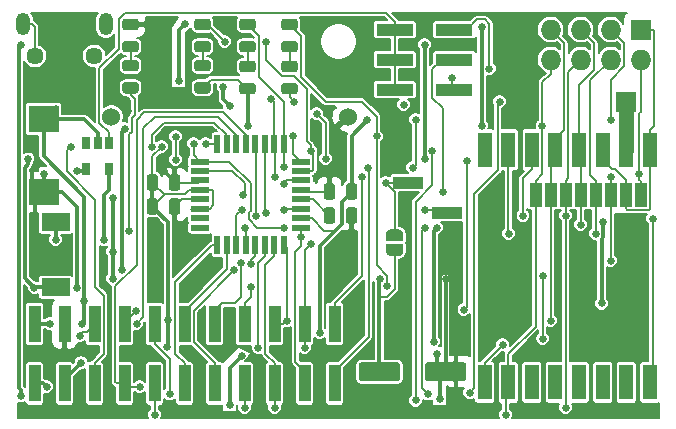
<source format=gtl>
G04 #@! TF.GenerationSoftware,KiCad,Pcbnew,5.1.6-c6e7f7d~87~ubuntu18.04.1*
G04 #@! TF.CreationDate,2020-07-15T21:40:22+02:00*
G04 #@! TF.ProjectId,Mini-BT-Pcb-328P,4d696e69-2d42-4542-9d50-63622d333238,2.0*
G04 #@! TF.SameCoordinates,Original*
G04 #@! TF.FileFunction,Copper,L1,Top*
G04 #@! TF.FilePolarity,Positive*
%FSLAX46Y46*%
G04 Gerber Fmt 4.6, Leading zero omitted, Abs format (unit mm)*
G04 Created by KiCad (PCBNEW 5.1.6-c6e7f7d~87~ubuntu18.04.1) date 2020-07-15 21:40:22*
%MOMM*%
%LPD*%
G01*
G04 APERTURE LIST*
G04 #@! TA.AperFunction,SMDPad,CuDef*
%ADD10C,0.100000*%
G04 #@! TD*
G04 #@! TA.AperFunction,ComponentPad*
%ADD11C,1.524000*%
G04 #@! TD*
G04 #@! TA.AperFunction,SMDPad,CuDef*
%ADD12R,3.150000X1.000000*%
G04 #@! TD*
G04 #@! TA.AperFunction,SMDPad,CuDef*
%ADD13R,1.000000X3.150000*%
G04 #@! TD*
G04 #@! TA.AperFunction,ComponentPad*
%ADD14R,1.700000X1.700000*%
G04 #@! TD*
G04 #@! TA.AperFunction,SMDPad,CuDef*
%ADD15R,2.510000X1.000000*%
G04 #@! TD*
G04 #@! TA.AperFunction,ComponentPad*
%ADD16C,1.450000*%
G04 #@! TD*
G04 #@! TA.AperFunction,ComponentPad*
%ADD17O,1.200000X1.900000*%
G04 #@! TD*
G04 #@! TA.AperFunction,SMDPad,CuDef*
%ADD18R,2.400000X1.500000*%
G04 #@! TD*
G04 #@! TA.AperFunction,SMDPad,CuDef*
%ADD19R,1.600000X0.550000*%
G04 #@! TD*
G04 #@! TA.AperFunction,SMDPad,CuDef*
%ADD20R,0.550000X1.600000*%
G04 #@! TD*
G04 #@! TA.AperFunction,SMDPad,CuDef*
%ADD21R,0.650000X1.060000*%
G04 #@! TD*
G04 #@! TA.AperFunction,SMDPad,CuDef*
%ADD22R,2.520000X2.310000*%
G04 #@! TD*
G04 #@! TA.AperFunction,ComponentPad*
%ADD23O,1.727200X1.727200*%
G04 #@! TD*
G04 #@! TA.AperFunction,ComponentPad*
%ADD24R,1.727200X1.727200*%
G04 #@! TD*
G04 #@! TA.AperFunction,SMDPad,CuDef*
%ADD25R,1.000000X2.000000*%
G04 #@! TD*
G04 #@! TA.AperFunction,SMDPad,CuDef*
%ADD26R,1.200000X3.000000*%
G04 #@! TD*
G04 #@! TA.AperFunction,ViaPad*
%ADD27C,0.650000*%
G04 #@! TD*
G04 #@! TA.AperFunction,Conductor*
%ADD28C,0.160000*%
G04 #@! TD*
G04 #@! TA.AperFunction,Conductor*
%ADD29C,0.300000*%
G04 #@! TD*
G04 #@! TA.AperFunction,Conductor*
%ADD30C,1.300000*%
G04 #@! TD*
G04 #@! TA.AperFunction,Conductor*
%ADD31C,0.200000*%
G04 #@! TD*
G04 APERTURE END LIST*
G04 #@! TA.AperFunction,SMDPad,CuDef*
D10*
G36*
X163588000Y-93068000D02*
G01*
X163588000Y-92568000D01*
X163588602Y-92568000D01*
X163588602Y-92543466D01*
X163593412Y-92494635D01*
X163602984Y-92446510D01*
X163617228Y-92399555D01*
X163636005Y-92354222D01*
X163659136Y-92310949D01*
X163686396Y-92270150D01*
X163717524Y-92232221D01*
X163752221Y-92197524D01*
X163790150Y-92166396D01*
X163830949Y-92139136D01*
X163874222Y-92116005D01*
X163919555Y-92097228D01*
X163966510Y-92082984D01*
X164014635Y-92073412D01*
X164063466Y-92068602D01*
X164088000Y-92068602D01*
X164088000Y-92068000D01*
X164588000Y-92068000D01*
X164588000Y-92068602D01*
X164612534Y-92068602D01*
X164661365Y-92073412D01*
X164709490Y-92082984D01*
X164756445Y-92097228D01*
X164801778Y-92116005D01*
X164845051Y-92139136D01*
X164885850Y-92166396D01*
X164923779Y-92197524D01*
X164958476Y-92232221D01*
X164989604Y-92270150D01*
X165016864Y-92310949D01*
X165039995Y-92354222D01*
X165058772Y-92399555D01*
X165073016Y-92446510D01*
X165082588Y-92494635D01*
X165087398Y-92543466D01*
X165087398Y-92568000D01*
X165088000Y-92568000D01*
X165088000Y-93068000D01*
X163588000Y-93068000D01*
G37*
G04 #@! TD.AperFunction*
G04 #@! TA.AperFunction,SMDPad,CuDef*
G36*
X165087398Y-93868000D02*
G01*
X165087398Y-93892534D01*
X165082588Y-93941365D01*
X165073016Y-93989490D01*
X165058772Y-94036445D01*
X165039995Y-94081778D01*
X165016864Y-94125051D01*
X164989604Y-94165850D01*
X164958476Y-94203779D01*
X164923779Y-94238476D01*
X164885850Y-94269604D01*
X164845051Y-94296864D01*
X164801778Y-94319995D01*
X164756445Y-94338772D01*
X164709490Y-94353016D01*
X164661365Y-94362588D01*
X164612534Y-94367398D01*
X164588000Y-94367398D01*
X164588000Y-94368000D01*
X164088000Y-94368000D01*
X164088000Y-94367398D01*
X164063466Y-94367398D01*
X164014635Y-94362588D01*
X163966510Y-94353016D01*
X163919555Y-94338772D01*
X163874222Y-94319995D01*
X163830949Y-94296864D01*
X163790150Y-94269604D01*
X163752221Y-94238476D01*
X163717524Y-94203779D01*
X163686396Y-94165850D01*
X163659136Y-94125051D01*
X163636005Y-94081778D01*
X163617228Y-94036445D01*
X163602984Y-93989490D01*
X163593412Y-93941365D01*
X163588602Y-93892534D01*
X163588602Y-93868000D01*
X163588000Y-93868000D01*
X163588000Y-93368000D01*
X165088000Y-93368000D01*
X165088000Y-93868000D01*
X165087398Y-93868000D01*
G37*
G04 #@! TD.AperFunction*
G04 #@! TA.AperFunction,SMDPad,CuDef*
G36*
G01*
X147625750Y-79619500D02*
X148538250Y-79619500D01*
G75*
G02*
X148782000Y-79863250I0J-243750D01*
G01*
X148782000Y-80350750D01*
G75*
G02*
X148538250Y-80594500I-243750J0D01*
G01*
X147625750Y-80594500D01*
G75*
G02*
X147382000Y-80350750I0J243750D01*
G01*
X147382000Y-79863250D01*
G75*
G02*
X147625750Y-79619500I243750J0D01*
G01*
G37*
G04 #@! TD.AperFunction*
G04 #@! TA.AperFunction,SMDPad,CuDef*
G36*
G01*
X147625750Y-77744500D02*
X148538250Y-77744500D01*
G75*
G02*
X148782000Y-77988250I0J-243750D01*
G01*
X148782000Y-78475750D01*
G75*
G02*
X148538250Y-78719500I-243750J0D01*
G01*
X147625750Y-78719500D01*
G75*
G02*
X147382000Y-78475750I0J243750D01*
G01*
X147382000Y-77988250D01*
G75*
G02*
X147625750Y-77744500I243750J0D01*
G01*
G37*
G04 #@! TD.AperFunction*
D11*
X140368000Y-82550000D03*
X160368000Y-82550000D03*
D12*
X169403000Y-80264000D03*
X164353000Y-80264000D03*
X169403000Y-77724000D03*
X164353000Y-77724000D03*
X169403000Y-75184000D03*
X164353000Y-75184000D03*
D13*
X133858000Y-105141000D03*
X133858000Y-100091000D03*
X136398000Y-105141000D03*
X136398000Y-100091000D03*
X138938000Y-105141000D03*
X138938000Y-100091000D03*
X141478000Y-105141000D03*
X141478000Y-100091000D03*
X144018000Y-105141000D03*
X144018000Y-100091000D03*
X146558000Y-105141000D03*
X146558000Y-100091000D03*
X149098000Y-105141000D03*
X149098000Y-100091000D03*
X151638000Y-105141000D03*
X151638000Y-100091000D03*
X154178000Y-105141000D03*
X154178000Y-100091000D03*
X156718000Y-105141000D03*
X156718000Y-100091000D03*
X159258000Y-105141000D03*
X159258000Y-100091000D03*
G04 #@! TA.AperFunction,SMDPad,CuDef*
G36*
G01*
X161312000Y-104690000D02*
X161312000Y-103590000D01*
G75*
G02*
X161562000Y-103340000I250000J0D01*
G01*
X164562000Y-103340000D01*
G75*
G02*
X164812000Y-103590000I0J-250000D01*
G01*
X164812000Y-104690000D01*
G75*
G02*
X164562000Y-104940000I-250000J0D01*
G01*
X161562000Y-104940000D01*
G75*
G02*
X161312000Y-104690000I0J250000D01*
G01*
G37*
G04 #@! TD.AperFunction*
G04 #@! TA.AperFunction,SMDPad,CuDef*
G36*
G01*
X166912000Y-104690000D02*
X166912000Y-103590000D01*
G75*
G02*
X167162000Y-103340000I250000J0D01*
G01*
X170162000Y-103340000D01*
G75*
G02*
X170412000Y-103590000I0J-250000D01*
G01*
X170412000Y-104690000D01*
G75*
G02*
X170162000Y-104940000I-250000J0D01*
G01*
X167162000Y-104940000D01*
G75*
G02*
X166912000Y-104690000I0J250000D01*
G01*
G37*
G04 #@! TD.AperFunction*
G04 #@! TA.AperFunction,SMDPad,CuDef*
G36*
G01*
X146205000Y-89713750D02*
X146205000Y-90626250D01*
G75*
G02*
X145961250Y-90870000I-243750J0D01*
G01*
X145473750Y-90870000D01*
G75*
G02*
X145230000Y-90626250I0J243750D01*
G01*
X145230000Y-89713750D01*
G75*
G02*
X145473750Y-89470000I243750J0D01*
G01*
X145961250Y-89470000D01*
G75*
G02*
X146205000Y-89713750I0J-243750D01*
G01*
G37*
G04 #@! TD.AperFunction*
G04 #@! TA.AperFunction,SMDPad,CuDef*
G36*
G01*
X144330000Y-89713750D02*
X144330000Y-90626250D01*
G75*
G02*
X144086250Y-90870000I-243750J0D01*
G01*
X143598750Y-90870000D01*
G75*
G02*
X143355000Y-90626250I0J243750D01*
G01*
X143355000Y-89713750D01*
G75*
G02*
X143598750Y-89470000I243750J0D01*
G01*
X144086250Y-89470000D01*
G75*
G02*
X144330000Y-89713750I0J-243750D01*
G01*
G37*
G04 #@! TD.AperFunction*
G04 #@! TA.AperFunction,SMDPad,CuDef*
G36*
G01*
X144330000Y-87681750D02*
X144330000Y-88594250D01*
G75*
G02*
X144086250Y-88838000I-243750J0D01*
G01*
X143598750Y-88838000D01*
G75*
G02*
X143355000Y-88594250I0J243750D01*
G01*
X143355000Y-87681750D01*
G75*
G02*
X143598750Y-87438000I243750J0D01*
G01*
X144086250Y-87438000D01*
G75*
G02*
X144330000Y-87681750I0J-243750D01*
G01*
G37*
G04 #@! TD.AperFunction*
G04 #@! TA.AperFunction,SMDPad,CuDef*
G36*
G01*
X146205000Y-87681750D02*
X146205000Y-88594250D01*
G75*
G02*
X145961250Y-88838000I-243750J0D01*
G01*
X145473750Y-88838000D01*
G75*
G02*
X145230000Y-88594250I0J243750D01*
G01*
X145230000Y-87681750D01*
G75*
G02*
X145473750Y-87438000I243750J0D01*
G01*
X145961250Y-87438000D01*
G75*
G02*
X146205000Y-87681750I0J-243750D01*
G01*
G37*
G04 #@! TD.AperFunction*
G04 #@! TA.AperFunction,SMDPad,CuDef*
G36*
G01*
X158341000Y-89356250D02*
X158341000Y-88443750D01*
G75*
G02*
X158584750Y-88200000I243750J0D01*
G01*
X159072250Y-88200000D01*
G75*
G02*
X159316000Y-88443750I0J-243750D01*
G01*
X159316000Y-89356250D01*
G75*
G02*
X159072250Y-89600000I-243750J0D01*
G01*
X158584750Y-89600000D01*
G75*
G02*
X158341000Y-89356250I0J243750D01*
G01*
G37*
G04 #@! TD.AperFunction*
G04 #@! TA.AperFunction,SMDPad,CuDef*
G36*
G01*
X160216000Y-89356250D02*
X160216000Y-88443750D01*
G75*
G02*
X160459750Y-88200000I243750J0D01*
G01*
X160947250Y-88200000D01*
G75*
G02*
X161191000Y-88443750I0J-243750D01*
G01*
X161191000Y-89356250D01*
G75*
G02*
X160947250Y-89600000I-243750J0D01*
G01*
X160459750Y-89600000D01*
G75*
G02*
X160216000Y-89356250I0J243750D01*
G01*
G37*
G04 #@! TD.AperFunction*
G04 #@! TA.AperFunction,SMDPad,CuDef*
G36*
G01*
X160216000Y-91388250D02*
X160216000Y-90475750D01*
G75*
G02*
X160459750Y-90232000I243750J0D01*
G01*
X160947250Y-90232000D01*
G75*
G02*
X161191000Y-90475750I0J-243750D01*
G01*
X161191000Y-91388250D01*
G75*
G02*
X160947250Y-91632000I-243750J0D01*
G01*
X160459750Y-91632000D01*
G75*
G02*
X160216000Y-91388250I0J243750D01*
G01*
G37*
G04 #@! TD.AperFunction*
G04 #@! TA.AperFunction,SMDPad,CuDef*
G36*
G01*
X158341000Y-91388250D02*
X158341000Y-90475750D01*
G75*
G02*
X158584750Y-90232000I243750J0D01*
G01*
X159072250Y-90232000D01*
G75*
G02*
X159316000Y-90475750I0J-243750D01*
G01*
X159316000Y-91388250D01*
G75*
G02*
X159072250Y-91632000I-243750J0D01*
G01*
X158584750Y-91632000D01*
G75*
G02*
X158341000Y-91388250I0J243750D01*
G01*
G37*
G04 #@! TD.AperFunction*
D14*
X183896000Y-81280000D03*
D15*
X168787000Y-90678000D03*
X165477000Y-88138000D03*
D16*
X133898000Y-77408500D03*
X138898000Y-77408500D03*
D17*
X132898000Y-74708500D03*
X139898000Y-74708500D03*
D18*
X135636000Y-96984000D03*
X135636000Y-91484000D03*
G04 #@! TA.AperFunction,SMDPad,CuDef*
G36*
G01*
X147625750Y-76142000D02*
X148538250Y-76142000D01*
G75*
G02*
X148782000Y-76385750I0J-243750D01*
G01*
X148782000Y-76873250D01*
G75*
G02*
X148538250Y-77117000I-243750J0D01*
G01*
X147625750Y-77117000D01*
G75*
G02*
X147382000Y-76873250I0J243750D01*
G01*
X147382000Y-76385750D01*
G75*
G02*
X147625750Y-76142000I243750J0D01*
G01*
G37*
G04 #@! TD.AperFunction*
G04 #@! TA.AperFunction,SMDPad,CuDef*
G36*
G01*
X147625750Y-74267000D02*
X148538250Y-74267000D01*
G75*
G02*
X148782000Y-74510750I0J-243750D01*
G01*
X148782000Y-74998250D01*
G75*
G02*
X148538250Y-75242000I-243750J0D01*
G01*
X147625750Y-75242000D01*
G75*
G02*
X147382000Y-74998250I0J243750D01*
G01*
X147382000Y-74510750D01*
G75*
G02*
X147625750Y-74267000I243750J0D01*
G01*
G37*
G04 #@! TD.AperFunction*
G04 #@! TA.AperFunction,SMDPad,CuDef*
G36*
G01*
X154991750Y-74267000D02*
X155904250Y-74267000D01*
G75*
G02*
X156148000Y-74510750I0J-243750D01*
G01*
X156148000Y-74998250D01*
G75*
G02*
X155904250Y-75242000I-243750J0D01*
G01*
X154991750Y-75242000D01*
G75*
G02*
X154748000Y-74998250I0J243750D01*
G01*
X154748000Y-74510750D01*
G75*
G02*
X154991750Y-74267000I243750J0D01*
G01*
G37*
G04 #@! TD.AperFunction*
G04 #@! TA.AperFunction,SMDPad,CuDef*
G36*
G01*
X154991750Y-76142000D02*
X155904250Y-76142000D01*
G75*
G02*
X156148000Y-76385750I0J-243750D01*
G01*
X156148000Y-76873250D01*
G75*
G02*
X155904250Y-77117000I-243750J0D01*
G01*
X154991750Y-77117000D01*
G75*
G02*
X154748000Y-76873250I0J243750D01*
G01*
X154748000Y-76385750D01*
G75*
G02*
X154991750Y-76142000I243750J0D01*
G01*
G37*
G04 #@! TD.AperFunction*
G04 #@! TA.AperFunction,SMDPad,CuDef*
G36*
G01*
X151435750Y-76142000D02*
X152348250Y-76142000D01*
G75*
G02*
X152592000Y-76385750I0J-243750D01*
G01*
X152592000Y-76873250D01*
G75*
G02*
X152348250Y-77117000I-243750J0D01*
G01*
X151435750Y-77117000D01*
G75*
G02*
X151192000Y-76873250I0J243750D01*
G01*
X151192000Y-76385750D01*
G75*
G02*
X151435750Y-76142000I243750J0D01*
G01*
G37*
G04 #@! TD.AperFunction*
G04 #@! TA.AperFunction,SMDPad,CuDef*
G36*
G01*
X151435750Y-74267000D02*
X152348250Y-74267000D01*
G75*
G02*
X152592000Y-74510750I0J-243750D01*
G01*
X152592000Y-74998250D01*
G75*
G02*
X152348250Y-75242000I-243750J0D01*
G01*
X151435750Y-75242000D01*
G75*
G02*
X151192000Y-74998250I0J243750D01*
G01*
X151192000Y-74510750D01*
G75*
G02*
X151435750Y-74267000I243750J0D01*
G01*
G37*
G04 #@! TD.AperFunction*
G04 #@! TA.AperFunction,SMDPad,CuDef*
G36*
G01*
X141529750Y-74267000D02*
X142442250Y-74267000D01*
G75*
G02*
X142686000Y-74510750I0J-243750D01*
G01*
X142686000Y-74998250D01*
G75*
G02*
X142442250Y-75242000I-243750J0D01*
G01*
X141529750Y-75242000D01*
G75*
G02*
X141286000Y-74998250I0J243750D01*
G01*
X141286000Y-74510750D01*
G75*
G02*
X141529750Y-74267000I243750J0D01*
G01*
G37*
G04 #@! TD.AperFunction*
G04 #@! TA.AperFunction,SMDPad,CuDef*
G36*
G01*
X141529750Y-76142000D02*
X142442250Y-76142000D01*
G75*
G02*
X142686000Y-76385750I0J-243750D01*
G01*
X142686000Y-76873250D01*
G75*
G02*
X142442250Y-77117000I-243750J0D01*
G01*
X141529750Y-77117000D01*
G75*
G02*
X141286000Y-76873250I0J243750D01*
G01*
X141286000Y-76385750D01*
G75*
G02*
X141529750Y-76142000I243750J0D01*
G01*
G37*
G04 #@! TD.AperFunction*
D19*
X147896000Y-86354000D03*
X147896000Y-87154000D03*
X147896000Y-87954000D03*
X147896000Y-88754000D03*
X147896000Y-89554000D03*
X147896000Y-90354000D03*
X147896000Y-91154000D03*
X147896000Y-91954000D03*
D20*
X149346000Y-93404000D03*
X150146000Y-93404000D03*
X150946000Y-93404000D03*
X151746000Y-93404000D03*
X152546000Y-93404000D03*
X153346000Y-93404000D03*
X154146000Y-93404000D03*
X154946000Y-93404000D03*
D19*
X156396000Y-91954000D03*
X156396000Y-91154000D03*
X156396000Y-90354000D03*
X156396000Y-89554000D03*
X156396000Y-88754000D03*
X156396000Y-87954000D03*
X156396000Y-87154000D03*
X156396000Y-86354000D03*
D20*
X154946000Y-84904000D03*
X154146000Y-84904000D03*
X153346000Y-84904000D03*
X152546000Y-84904000D03*
X151746000Y-84904000D03*
X150946000Y-84904000D03*
X150146000Y-84904000D03*
X149346000Y-84904000D03*
D21*
X140142000Y-84752000D03*
X139192000Y-84752000D03*
X138242000Y-84752000D03*
X138242000Y-86952000D03*
X140142000Y-86952000D03*
G04 #@! TA.AperFunction,SMDPad,CuDef*
G36*
G01*
X141529750Y-77744500D02*
X142442250Y-77744500D01*
G75*
G02*
X142686000Y-77988250I0J-243750D01*
G01*
X142686000Y-78475750D01*
G75*
G02*
X142442250Y-78719500I-243750J0D01*
G01*
X141529750Y-78719500D01*
G75*
G02*
X141286000Y-78475750I0J243750D01*
G01*
X141286000Y-77988250D01*
G75*
G02*
X141529750Y-77744500I243750J0D01*
G01*
G37*
G04 #@! TD.AperFunction*
G04 #@! TA.AperFunction,SMDPad,CuDef*
G36*
G01*
X141529750Y-79619500D02*
X142442250Y-79619500D01*
G75*
G02*
X142686000Y-79863250I0J-243750D01*
G01*
X142686000Y-80350750D01*
G75*
G02*
X142442250Y-80594500I-243750J0D01*
G01*
X141529750Y-80594500D01*
G75*
G02*
X141286000Y-80350750I0J243750D01*
G01*
X141286000Y-79863250D01*
G75*
G02*
X141529750Y-79619500I243750J0D01*
G01*
G37*
G04 #@! TD.AperFunction*
G04 #@! TA.AperFunction,SMDPad,CuDef*
G36*
G01*
X151435750Y-77823000D02*
X152348250Y-77823000D01*
G75*
G02*
X152592000Y-78066750I0J-243750D01*
G01*
X152592000Y-78554250D01*
G75*
G02*
X152348250Y-78798000I-243750J0D01*
G01*
X151435750Y-78798000D01*
G75*
G02*
X151192000Y-78554250I0J243750D01*
G01*
X151192000Y-78066750D01*
G75*
G02*
X151435750Y-77823000I243750J0D01*
G01*
G37*
G04 #@! TD.AperFunction*
G04 #@! TA.AperFunction,SMDPad,CuDef*
G36*
G01*
X151435750Y-79698000D02*
X152348250Y-79698000D01*
G75*
G02*
X152592000Y-79941750I0J-243750D01*
G01*
X152592000Y-80429250D01*
G75*
G02*
X152348250Y-80673000I-243750J0D01*
G01*
X151435750Y-80673000D01*
G75*
G02*
X151192000Y-80429250I0J243750D01*
G01*
X151192000Y-79941750D01*
G75*
G02*
X151435750Y-79698000I243750J0D01*
G01*
G37*
G04 #@! TD.AperFunction*
G04 #@! TA.AperFunction,SMDPad,CuDef*
G36*
G01*
X154991750Y-79698000D02*
X155904250Y-79698000D01*
G75*
G02*
X156148000Y-79941750I0J-243750D01*
G01*
X156148000Y-80429250D01*
G75*
G02*
X155904250Y-80673000I-243750J0D01*
G01*
X154991750Y-80673000D01*
G75*
G02*
X154748000Y-80429250I0J243750D01*
G01*
X154748000Y-79941750D01*
G75*
G02*
X154991750Y-79698000I243750J0D01*
G01*
G37*
G04 #@! TD.AperFunction*
G04 #@! TA.AperFunction,SMDPad,CuDef*
G36*
G01*
X154991750Y-77823000D02*
X155904250Y-77823000D01*
G75*
G02*
X156148000Y-78066750I0J-243750D01*
G01*
X156148000Y-78554250D01*
G75*
G02*
X155904250Y-78798000I-243750J0D01*
G01*
X154991750Y-78798000D01*
G75*
G02*
X154748000Y-78554250I0J243750D01*
G01*
X154748000Y-78066750D01*
G75*
G02*
X154991750Y-77823000I243750J0D01*
G01*
G37*
G04 #@! TD.AperFunction*
D22*
X134620000Y-82752000D03*
X134620000Y-88952000D03*
D23*
X177546000Y-75184000D03*
X177546000Y-77724000D03*
X180086000Y-75184000D03*
X180086000Y-77724000D03*
X182626000Y-75184000D03*
X182626000Y-77724000D03*
D24*
X185166000Y-75184000D03*
D23*
X185166000Y-77724000D03*
D25*
X185166000Y-89154000D03*
X183896000Y-89154000D03*
X182626000Y-89154000D03*
X181356000Y-89154000D03*
X180086000Y-89154000D03*
X178816000Y-89154000D03*
X177546000Y-89154000D03*
X176276000Y-89154000D03*
D26*
X171958000Y-105044000D03*
X173958000Y-105044000D03*
X175958000Y-105044000D03*
X177958000Y-105044000D03*
X179958000Y-105044000D03*
X181958000Y-105044000D03*
X183958000Y-105044000D03*
X185958000Y-105044000D03*
X185958000Y-85344000D03*
X183958000Y-85344000D03*
X181958000Y-85344000D03*
X179958000Y-85344000D03*
X177958000Y-85344000D03*
X175958000Y-85344000D03*
X173958000Y-85344000D03*
X171958000Y-85344000D03*
D27*
X176881000Y-96012000D03*
X173482000Y-101854000D03*
X176881000Y-101346000D03*
X144018000Y-107806000D03*
X173736000Y-107806000D03*
X148336000Y-84836000D03*
X176838001Y-83312000D03*
X185077999Y-87376000D03*
X186182644Y-91188546D03*
X171704000Y-83312000D03*
X171704000Y-74930000D03*
X155823010Y-81280000D03*
X151892000Y-83351002D03*
X157988000Y-100838000D03*
X162005200Y-82850800D03*
X144614003Y-85090000D03*
X145172999Y-99741991D03*
X145094800Y-102047200D03*
X137795868Y-103376265D03*
X146558000Y-74676000D03*
X168656000Y-96266000D03*
X146050000Y-79502000D03*
X167894000Y-102616000D03*
X150368000Y-106934000D03*
X151384000Y-102783001D03*
X168148000Y-106426000D03*
X134620000Y-87376000D03*
X137414000Y-87122000D03*
X147320000Y-93218000D03*
X144780000Y-87122000D03*
X157988000Y-74930000D03*
X161036000Y-74930000D03*
X157988000Y-77470000D03*
X161036000Y-77470000D03*
X136398000Y-107442000D03*
X159766000Y-95250000D03*
X164592000Y-101092000D03*
X165354000Y-95504000D03*
X172212000Y-94996000D03*
X169504999Y-95417001D03*
X144018000Y-93218000D03*
X183642000Y-92710000D03*
X176022000Y-80264000D03*
X180594000Y-101346000D03*
X176022000Y-78232000D03*
X179324000Y-76454000D03*
X144526000Y-75692000D03*
X144526000Y-78486000D03*
X173736000Y-74168000D03*
X175514000Y-93218000D03*
X179832000Y-93218000D03*
X148844000Y-95250000D03*
X147066000Y-97282000D03*
X138176000Y-102616000D03*
X152908000Y-104648000D03*
X141732000Y-102616000D03*
X136398000Y-80264000D03*
X141732000Y-82112999D03*
X137414000Y-97028000D03*
X135636000Y-76200000D03*
X133858000Y-91694000D03*
X156396000Y-92710000D03*
X180086000Y-91694000D03*
X177546000Y-99822000D03*
X155194000Y-99822000D03*
X178816000Y-90932000D03*
X175198000Y-90932000D03*
X178816000Y-107188000D03*
X154178000Y-107188000D03*
X156718000Y-102108000D03*
X152792999Y-102108000D03*
X173990000Y-92456000D03*
X181356000Y-92456000D03*
X157226000Y-93315000D03*
X182626000Y-87630000D03*
X182626000Y-82804000D03*
X182626000Y-94742000D03*
X152187999Y-95036230D03*
X182021000Y-91440000D03*
X181864000Y-98371001D03*
X137912998Y-100076000D03*
X135128000Y-100076000D03*
X138034430Y-98180205D03*
X163068000Y-96266000D03*
X140462000Y-89408000D03*
X140462000Y-96266000D03*
X140462000Y-93980000D03*
X167640000Y-101600000D03*
X167894000Y-91948000D03*
X165100000Y-81534000D03*
X170688000Y-105918000D03*
X142748000Y-105410000D03*
X173228000Y-81280000D03*
X145796000Y-84241000D03*
X145796000Y-86196001D03*
X151384000Y-90424000D03*
X161544000Y-87630000D03*
X154178000Y-87630000D03*
X153874960Y-81074220D03*
X133841363Y-97036577D03*
X166878000Y-86106000D03*
X166878000Y-76454000D03*
X157734000Y-82296000D03*
X158496000Y-86106000D03*
X133293263Y-86135531D03*
X135636000Y-92964000D03*
X139700000Y-92964000D03*
X134874000Y-105410000D03*
X147320000Y-84846000D03*
X154940000Y-91948000D03*
X145288000Y-106041001D03*
X167132000Y-106041001D03*
X166878000Y-91948000D03*
X168402000Y-88900000D03*
X151551000Y-89191193D03*
X151638000Y-91948000D03*
X141899000Y-92202000D03*
X154940000Y-90424000D03*
X166878000Y-90424000D03*
X154940000Y-88235000D03*
X163576000Y-88138000D03*
X167553000Y-85441000D03*
X166116000Y-106583000D03*
X151638000Y-107188000D03*
X153477010Y-76200000D03*
X149963002Y-76200000D03*
X157228680Y-85431000D03*
X152146000Y-96941000D03*
X163737000Y-96867042D03*
X162814000Y-84231000D03*
X155746002Y-84231000D03*
X162052000Y-86868000D03*
X154940000Y-86781000D03*
X153416000Y-90678000D03*
X151340262Y-94974222D03*
X150734081Y-95570079D03*
X152609617Y-90946794D03*
X142503002Y-100076000D03*
X137668000Y-101092000D03*
X143764000Y-85090000D03*
X136906000Y-85090000D03*
X166116000Y-82804000D03*
X170180000Y-98892001D03*
X165862000Y-86868000D03*
X170434000Y-86342998D03*
X142469990Y-99046001D03*
X149808453Y-80020068D03*
X141224000Y-95504000D03*
X141478000Y-83566000D03*
X150368000Y-81651001D03*
X132680000Y-76454000D03*
X132680000Y-106172000D03*
X169164000Y-79248000D03*
X172379000Y-78486000D03*
D28*
X171958000Y-105044000D02*
X171958000Y-103378000D01*
X171958000Y-103378000D02*
X173482000Y-101854000D01*
X176881000Y-96012000D02*
X176881000Y-101346000D01*
X176276000Y-87994000D02*
X176276000Y-89154000D01*
X176838001Y-87431999D02*
X176276000Y-87994000D01*
X177546000Y-78945314D02*
X176838001Y-79653313D01*
X177546000Y-77724000D02*
X177546000Y-78945314D01*
X173958000Y-102648000D02*
X173958000Y-105044000D01*
X176276000Y-89154000D02*
X176276000Y-100330000D01*
X176276000Y-100330000D02*
X173958000Y-102648000D01*
X144018000Y-105141000D02*
X144018000Y-107806000D01*
X173736000Y-105266000D02*
X173958000Y-105044000D01*
X173736000Y-107806000D02*
X173736000Y-105266000D01*
X149346000Y-84904000D02*
X148404000Y-84904000D01*
X148404000Y-84904000D02*
X148336000Y-84836000D01*
X176838001Y-79653313D02*
X176838001Y-83312000D01*
X176838001Y-83312000D02*
X176838001Y-87431999D01*
X185077999Y-87905999D02*
X185166000Y-87994000D01*
X185166000Y-87994000D02*
X185166000Y-89154000D01*
X185077999Y-82244002D02*
X185077999Y-87376000D01*
X185166000Y-82156001D02*
X185077999Y-82244002D01*
X185166000Y-77724000D02*
X185166000Y-82156001D01*
X185077999Y-87376000D02*
X185077999Y-87905999D01*
X186182644Y-104819356D02*
X185958000Y-105044000D01*
X186182644Y-91188546D02*
X186182644Y-104819356D01*
D29*
X171704000Y-83312000D02*
X171704000Y-74930000D01*
D28*
X156618000Y-90932000D02*
X156396000Y-91154000D01*
X147116998Y-90354000D02*
X147896000Y-90354000D01*
X143842500Y-90170000D02*
X144822510Y-91150010D01*
X146571990Y-89118010D02*
X146936000Y-88754000D01*
X146936000Y-88754000D02*
X147896000Y-88754000D01*
X144822510Y-89118010D02*
X146571990Y-89118010D01*
X143842500Y-88138000D02*
X144822510Y-89118010D01*
D29*
X160703500Y-88900000D02*
X160703500Y-84152500D01*
D28*
X155448000Y-80185500D02*
X155448000Y-80904990D01*
X155448000Y-80904990D02*
X155823010Y-81280000D01*
D29*
X151892000Y-83351002D02*
X151892000Y-80185500D01*
X143842500Y-88138000D02*
X143842500Y-90170000D01*
X143842500Y-90170000D02*
X145172999Y-91500499D01*
X136413000Y-105156000D02*
X136398000Y-105141000D01*
X157988000Y-93512186D02*
X157988000Y-100838000D01*
X160703500Y-88900000D02*
X159865990Y-89737510D01*
X159865990Y-89737510D02*
X159865990Y-91634196D01*
D28*
X158404000Y-92202000D02*
X159298186Y-92202000D01*
X157356000Y-91154000D02*
X158404000Y-92202000D01*
X156396000Y-91154000D02*
X157356000Y-91154000D01*
D29*
X159865990Y-91634196D02*
X159298186Y-92202000D01*
X159298186Y-92202000D02*
X157988000Y-93512186D01*
D28*
X151121567Y-79415067D02*
X151892000Y-80185500D01*
X148773933Y-79415067D02*
X151121567Y-79415067D01*
X148082000Y-80107000D02*
X148773933Y-79415067D01*
D29*
X160703500Y-84152500D02*
X162005200Y-82850800D01*
D28*
X143842500Y-88138000D02*
X143842500Y-85906902D01*
X148976001Y-88874001D02*
X148856000Y-88754000D01*
X148856000Y-88754000D02*
X147896000Y-88754000D01*
X148675002Y-90354000D02*
X148976001Y-90053001D01*
X148976001Y-90053001D02*
X148976001Y-88874001D01*
X147896000Y-90354000D02*
X148675002Y-90354000D01*
X144894490Y-89118010D02*
X146571990Y-89118010D01*
X143842500Y-90170000D02*
X144894490Y-89118010D01*
D29*
X145172999Y-91500499D02*
X145172999Y-99741991D01*
X145172999Y-99741991D02*
X145172999Y-99822000D01*
X145172999Y-99741991D02*
X145172999Y-101969001D01*
X145172999Y-101969001D02*
X145094800Y-102047200D01*
X136398000Y-105141000D02*
X136398000Y-104774133D01*
X136398000Y-104774133D02*
X137795868Y-103376265D01*
D28*
X144614003Y-85135399D02*
X143842500Y-85906902D01*
X144614003Y-85090000D02*
X144614003Y-85135399D01*
X185958000Y-83684000D02*
X185958000Y-85344000D01*
X186309601Y-83332399D02*
X185958000Y-83684000D01*
X186309601Y-75304001D02*
X186309601Y-83332399D01*
X186189600Y-75184000D02*
X186309601Y-75304001D01*
X185166000Y-75184000D02*
X186189600Y-75184000D01*
X181958000Y-86244000D02*
X181958000Y-85344000D01*
X183013998Y-87004000D02*
X182718000Y-87004000D01*
X182718000Y-87004000D02*
X181958000Y-86244000D01*
X183896000Y-87886002D02*
X183013998Y-87004000D01*
X183896000Y-89154000D02*
X183896000Y-87886002D01*
X185958000Y-90366002D02*
X185958000Y-85344000D01*
X185890001Y-90434001D02*
X185958000Y-90366002D01*
X184016001Y-90434001D02*
X185890001Y-90434001D01*
X183896000Y-90314000D02*
X184016001Y-90434001D01*
X183896000Y-89154000D02*
X183896000Y-90314000D01*
D29*
X168656000Y-104134000D02*
X168662000Y-104140000D01*
X168656000Y-96266000D02*
X168656000Y-104134000D01*
D28*
X158447000Y-88754000D02*
X158750000Y-89057000D01*
X147712000Y-88138000D02*
X147896000Y-87954000D01*
X145717500Y-88138000D02*
X147712000Y-88138000D01*
X146333500Y-89554000D02*
X147896000Y-89554000D01*
X145717500Y-90170000D02*
X146333500Y-89554000D01*
X156542000Y-88900000D02*
X156396000Y-88754000D01*
X158828500Y-88900000D02*
X156542000Y-88900000D01*
D29*
X146558000Y-74676000D02*
X146050000Y-75184000D01*
X146050000Y-79502000D02*
X146050000Y-78740000D01*
X146050000Y-75184000D02*
X146050000Y-78740000D01*
X146050000Y-78740000D02*
X146050000Y-78994000D01*
X167894000Y-103372000D02*
X168662000Y-104140000D01*
X167894000Y-102616000D02*
X167894000Y-103372000D01*
X150368000Y-103799001D02*
X151384000Y-102783001D01*
X150368000Y-106934000D02*
X150368000Y-103799001D01*
X168148000Y-104654000D02*
X168662000Y-104140000D01*
X168148000Y-106426000D02*
X168148000Y-104654000D01*
X134620000Y-88952000D02*
X134085999Y-89486001D01*
X134620000Y-88952000D02*
X134620000Y-87376000D01*
X138072000Y-87122000D02*
X138242000Y-86952000D01*
X137414000Y-87122000D02*
X138072000Y-87122000D01*
D28*
X144701500Y-87122000D02*
X144526000Y-87122000D01*
D29*
X169532710Y-105010710D02*
X169532710Y-106540710D01*
X168662000Y-104140000D02*
X169532710Y-105010710D01*
X169532710Y-103269290D02*
X169532710Y-100977290D01*
X168662000Y-104140000D02*
X169532710Y-103269290D01*
X169504999Y-100949579D02*
X169504999Y-95417001D01*
X169532710Y-100977290D02*
X169504999Y-100949579D01*
X175007999Y-81278001D02*
X176022000Y-80264000D01*
X175007999Y-87024003D02*
X175007999Y-81278001D01*
X174522999Y-87509003D02*
X175007999Y-87024003D01*
X174522999Y-91767380D02*
X174522999Y-87509003D01*
X175514000Y-92758381D02*
X174522999Y-91767380D01*
X175514000Y-93218000D02*
X175514000Y-92758381D01*
X145717500Y-88059500D02*
X144780000Y-87122000D01*
X145717500Y-88138000D02*
X145717500Y-88059500D01*
X133910000Y-88952000D02*
X133604000Y-88646000D01*
X134620000Y-88952000D02*
X133910000Y-88952000D01*
X134418000Y-88952000D02*
X133604000Y-88138000D01*
X134620000Y-88952000D02*
X134418000Y-88952000D01*
X133684999Y-88016999D02*
X134620000Y-88952000D01*
X133684999Y-87244595D02*
X133684999Y-88016999D01*
X137414000Y-90186000D02*
X137414000Y-97028000D01*
X134620000Y-88952000D02*
X136180000Y-88952000D01*
X136180000Y-88952000D02*
X137414000Y-90186000D01*
X133858000Y-89714000D02*
X133858000Y-91694000D01*
X134620000Y-88952000D02*
X133858000Y-89714000D01*
D28*
X133684999Y-87244595D02*
X133684999Y-87136783D01*
D30*
X183958000Y-81342000D02*
X183896000Y-81280000D01*
X183958000Y-85344000D02*
X183958000Y-81342000D01*
D28*
X180086000Y-85472000D02*
X179958000Y-85344000D01*
X180086000Y-89154000D02*
X180086000Y-85472000D01*
X179958000Y-79882870D02*
X179958000Y-85344000D01*
X181229601Y-78611269D02*
X179958000Y-79882870D01*
X181229601Y-76327601D02*
X181229601Y-78611269D01*
X180086000Y-75184000D02*
X181229601Y-76327601D01*
X156718000Y-104066000D02*
X156718000Y-105141000D01*
X155937999Y-103285999D02*
X156718000Y-104066000D01*
X155937999Y-93991003D02*
X155937999Y-103285999D01*
X156396000Y-93533002D02*
X155937999Y-93991003D01*
X156396000Y-91954000D02*
X156396000Y-92710000D01*
X156396000Y-92710000D02*
X156396000Y-93533002D01*
X180086000Y-91694000D02*
X180086000Y-89154000D01*
X177546000Y-85756000D02*
X177958000Y-85344000D01*
X177546000Y-89154000D02*
X177546000Y-85756000D01*
X178689601Y-76327601D02*
X178409599Y-76047599D01*
X178409599Y-76047599D02*
X177546000Y-75184000D01*
X178689601Y-83712399D02*
X178689601Y-76327601D01*
X177958000Y-84444000D02*
X178689601Y-83712399D01*
X177958000Y-85344000D02*
X177958000Y-84444000D01*
X177546000Y-89154000D02*
X177546000Y-99822000D01*
X154925000Y-100091000D02*
X155194000Y-99822000D01*
X154178000Y-100091000D02*
X154925000Y-100091000D01*
X155194000Y-93652000D02*
X154946000Y-93404000D01*
X155194000Y-99822000D02*
X155194000Y-93652000D01*
X179049611Y-78760389D02*
X179049611Y-87760389D01*
X178816000Y-87994000D02*
X178816000Y-89154000D01*
X179049611Y-87760389D02*
X178816000Y-87994000D01*
X180086000Y-77724000D02*
X179049611Y-78760389D01*
X175958000Y-86244000D02*
X175958000Y-85344000D01*
X154178000Y-103406000D02*
X154178000Y-105141000D01*
X153397999Y-102625999D02*
X154178000Y-103406000D01*
X153397999Y-95112001D02*
X153397999Y-102625999D01*
X154146000Y-94364000D02*
X153397999Y-95112001D01*
X154146000Y-93404000D02*
X154146000Y-94364000D01*
X178816000Y-89154000D02*
X178816000Y-90932000D01*
X175198000Y-91003402D02*
X175198000Y-90932000D01*
X178838001Y-107165999D02*
X178816000Y-107188000D01*
X178838001Y-103319999D02*
X178838001Y-107165999D01*
X178816000Y-90932000D02*
X178816000Y-103297998D01*
X178816000Y-103297998D02*
X178838001Y-103319999D01*
X154178000Y-107188000D02*
X154178000Y-105141000D01*
X175198000Y-87764000D02*
X175198000Y-90932000D01*
X175958000Y-87004000D02*
X175198000Y-87764000D01*
X175958000Y-85344000D02*
X175958000Y-87004000D01*
X180866001Y-87504001D02*
X181356000Y-87994000D01*
X181356000Y-87994000D02*
X181356000Y-89154000D01*
X180866001Y-79483999D02*
X180866001Y-87504001D01*
X182626000Y-77724000D02*
X180866001Y-79483999D01*
X156718000Y-100091000D02*
X156718000Y-102108000D01*
X152792999Y-94917001D02*
X152792999Y-102108000D01*
X153346000Y-94364000D02*
X152792999Y-94917001D01*
X153346000Y-93404000D02*
X153346000Y-94364000D01*
X173958000Y-85344000D02*
X173958000Y-92424000D01*
X173958000Y-92424000D02*
X173990000Y-92456000D01*
X181356000Y-92456000D02*
X181356000Y-89154000D01*
X156718000Y-93823000D02*
X156718000Y-100091000D01*
X157226000Y-93315000D02*
X156718000Y-93823000D01*
X182626000Y-89154000D02*
X182626000Y-87630000D01*
X182626000Y-79416530D02*
X182626000Y-82804000D01*
X183769601Y-78272929D02*
X182626000Y-79416530D01*
X182626000Y-75184000D02*
X183769601Y-76327601D01*
X183769601Y-76327601D02*
X183769601Y-78272929D01*
X182626000Y-89154000D02*
X182626000Y-94742000D01*
X152187999Y-94722001D02*
X152187999Y-95036230D01*
X152546000Y-93404000D02*
X152546000Y-94364000D01*
X152546000Y-94364000D02*
X152187999Y-94722001D01*
D29*
X139192000Y-83922000D02*
X139192000Y-84752000D01*
X138022000Y-82752000D02*
X139192000Y-83922000D01*
X134620000Y-82752000D02*
X138022000Y-82752000D01*
X135636000Y-81736000D02*
X134620000Y-82752000D01*
X133858000Y-101166000D02*
X133858000Y-100091000D01*
X181864000Y-92947002D02*
X181864000Y-98371001D01*
X182031001Y-92780001D02*
X181864000Y-92947002D01*
X182021000Y-91899619D02*
X182031001Y-91909620D01*
X182021000Y-91440000D02*
X182021000Y-91899619D01*
X182031001Y-91909620D02*
X182031001Y-92780001D01*
X134620000Y-82752000D02*
X134620000Y-85906998D01*
X133873000Y-100076000D02*
X133858000Y-100091000D01*
X135128000Y-100076000D02*
X133873000Y-100076000D01*
X138089001Y-89375999D02*
X138089001Y-98130999D01*
X134620000Y-85906998D02*
X138089001Y-89375999D01*
X138089001Y-98130999D02*
X138039795Y-98180205D01*
X138039795Y-98180205D02*
X138034430Y-98180205D01*
X138034430Y-99954568D02*
X137912998Y-100076000D01*
X138034430Y-98180205D02*
X138034430Y-99954568D01*
X163068000Y-104134000D02*
X163062000Y-104140000D01*
X163062000Y-96272000D02*
X163068000Y-96266000D01*
X140462000Y-89408000D02*
X140462000Y-93980000D01*
X140462000Y-93980000D02*
X140462000Y-96266000D01*
D28*
X163709444Y-97790000D02*
X163062000Y-97790000D01*
X164342001Y-97157443D02*
X163709444Y-97790000D01*
X164342001Y-94472001D02*
X164342001Y-97157443D01*
X164338000Y-94468000D02*
X164342001Y-94472001D01*
X164338000Y-93868000D02*
X164338000Y-94468000D01*
D29*
X163062000Y-97790000D02*
X163062000Y-96272000D01*
X163062000Y-104140000D02*
X163062000Y-97790000D01*
X167640000Y-101600000D02*
X167640000Y-92202000D01*
X167640000Y-92202000D02*
X167894000Y-91948000D01*
D28*
X151746000Y-84904000D02*
X151746000Y-84124998D01*
X151746000Y-84124998D02*
X149810992Y-82189990D01*
X142504001Y-95119401D02*
X142504001Y-82814001D01*
X140697999Y-96925403D02*
X142504001Y-95119401D01*
X140697999Y-105020999D02*
X140697999Y-96925403D01*
X141478000Y-105141000D02*
X140818000Y-105141000D01*
X140818000Y-105141000D02*
X140697999Y-105020999D01*
X149810992Y-82189990D02*
X144018000Y-82189990D01*
X143128012Y-82189990D02*
X144018000Y-82189990D01*
X142504001Y-82814001D02*
X143128012Y-82189990D01*
X144018000Y-82189990D02*
X143616010Y-82189990D01*
X171077999Y-105528001D02*
X170688000Y-105918000D01*
X171077999Y-89068001D02*
X171077999Y-105528001D01*
X173077999Y-87068001D02*
X171077999Y-89068001D01*
X173077999Y-81430001D02*
X173077999Y-87068001D01*
X141747000Y-105410000D02*
X141478000Y-105141000D01*
X142748000Y-105410000D02*
X141747000Y-105410000D01*
X173077999Y-81430001D02*
X173228000Y-81280000D01*
X148082000Y-78232000D02*
X148082000Y-76629500D01*
X145796000Y-84241000D02*
X145796000Y-86196001D01*
X150946000Y-93404000D02*
X150946000Y-90862000D01*
X150946000Y-90862000D02*
X151384000Y-90424000D01*
X161544000Y-96070000D02*
X161544000Y-87630000D01*
X159258000Y-100091000D02*
X159258000Y-98356000D01*
X159258000Y-98356000D02*
X161544000Y-96070000D01*
X154178000Y-84936000D02*
X154146000Y-84904000D01*
X154178000Y-87630000D02*
X154178000Y-84936000D01*
X154146000Y-81345260D02*
X153874960Y-81074220D01*
X154146000Y-84904000D02*
X154146000Y-81345260D01*
X155448000Y-78310500D02*
X155448000Y-76629500D01*
X151892000Y-78310500D02*
X151892000Y-76629500D01*
X141986000Y-78232000D02*
X141986000Y-76629500D01*
X146558000Y-103406000D02*
X146558000Y-105141000D01*
X145777999Y-102625999D02*
X146558000Y-103406000D01*
X145777999Y-96537001D02*
X145777999Y-102625999D01*
X148911000Y-93404000D02*
X145777999Y-96537001D01*
X149346000Y-93404000D02*
X148911000Y-93404000D01*
D29*
X135636000Y-96984000D02*
X133893940Y-96984000D01*
X133893940Y-96984000D02*
X133841363Y-97036577D01*
X166878000Y-86106000D02*
X166878000Y-76454000D01*
D28*
X158496000Y-83058000D02*
X158496000Y-86106000D01*
X157734000Y-82296000D02*
X158496000Y-83058000D01*
D29*
X135636000Y-96984000D02*
X136188003Y-96431997D01*
X133009999Y-96205213D02*
X133841363Y-97036577D01*
X133009999Y-86878414D02*
X133009999Y-87122000D01*
X133293263Y-86595150D02*
X133009999Y-86878414D01*
X133293263Y-86135531D02*
X133293263Y-86595150D01*
X133009999Y-86916381D02*
X133009999Y-87122000D01*
X133009999Y-87122000D02*
X133009999Y-96205213D01*
X140142000Y-86952000D02*
X140142000Y-88732999D01*
X140142000Y-88732999D02*
X139700000Y-89174999D01*
X135680000Y-91440000D02*
X135636000Y-91484000D01*
X135636000Y-91484000D02*
X135636000Y-92964000D01*
X139700000Y-92964000D02*
X139700000Y-91186000D01*
X139700000Y-89174999D02*
X139700000Y-91186000D01*
X139700000Y-91186000D02*
X139700000Y-91440000D01*
X133858000Y-105141000D02*
X134605000Y-105141000D01*
X134605000Y-105141000D02*
X134874000Y-105410000D01*
D28*
X147320000Y-85778000D02*
X147896000Y-86354000D01*
X147320000Y-84846000D02*
X147320000Y-85778000D01*
X147896000Y-86354000D02*
X150312532Y-86354000D01*
X150312532Y-86354000D02*
X152156001Y-88197469D01*
X152715421Y-91948000D02*
X154940000Y-91948000D01*
X152004616Y-91237195D02*
X152715421Y-91948000D01*
X152004616Y-90656393D02*
X152004616Y-91237195D01*
X152156001Y-88197469D02*
X152156001Y-90505008D01*
X152156001Y-90505008D02*
X152004616Y-90656393D01*
X145288000Y-103096000D02*
X145288000Y-106041001D01*
X144018000Y-100091000D02*
X144018000Y-101826000D01*
X144018000Y-101826000D02*
X145288000Y-103096000D01*
X166631990Y-92194010D02*
X166878000Y-91948000D01*
X167132000Y-106041001D02*
X166631990Y-105540991D01*
X166631990Y-105540991D02*
X166631990Y-92194010D01*
X168328000Y-77724000D02*
X169403000Y-77724000D01*
X167547999Y-78504001D02*
X168328000Y-77724000D01*
X167547999Y-80933999D02*
X167547999Y-78504001D01*
X168402000Y-81788000D02*
X167547999Y-80933999D01*
X168402000Y-88900000D02*
X168402000Y-81788000D01*
X151638000Y-88188598D02*
X151638000Y-89104193D01*
X150603402Y-87154000D02*
X151638000Y-88188598D01*
X147896000Y-87154000D02*
X150603402Y-87154000D01*
X151638000Y-89104193D02*
X151551000Y-89191193D01*
X150146000Y-95428000D02*
X150146000Y-93404000D01*
X146558000Y-99016000D02*
X150146000Y-95428000D01*
X146558000Y-100091000D02*
X146558000Y-99016000D01*
X151746000Y-93404000D02*
X151746000Y-92056000D01*
X151746000Y-92056000D02*
X151638000Y-91948000D01*
X141899000Y-92202000D02*
X141899000Y-84040402D01*
X141986000Y-80694500D02*
X141986000Y-80107000D01*
X142337001Y-82403400D02*
X142337001Y-81045501D01*
X142083001Y-82657400D02*
X142337001Y-82403400D01*
X142083001Y-83856401D02*
X142083001Y-82657400D01*
X142337001Y-81045501D02*
X141986000Y-80694500D01*
X141899000Y-84040402D02*
X142083001Y-83856401D01*
X156396000Y-90354000D02*
X155010000Y-90354000D01*
X155010000Y-90354000D02*
X154940000Y-90424000D01*
X168533000Y-90424000D02*
X168787000Y-90678000D01*
X166878000Y-90424000D02*
X168533000Y-90424000D01*
X157450500Y-89554000D02*
X158828500Y-90932000D01*
X156396000Y-89554000D02*
X157450500Y-89554000D01*
X164722000Y-88138000D02*
X165477000Y-88138000D01*
X156396000Y-87954000D02*
X155221000Y-87954000D01*
X155221000Y-87954000D02*
X154940000Y-88235000D01*
X163576000Y-88138000D02*
X165477000Y-88138000D01*
X164338000Y-88900000D02*
X163576000Y-88138000D01*
X164338000Y-92568000D02*
X164338000Y-88900000D01*
X166116000Y-89758002D02*
X166116000Y-106583000D01*
X167553000Y-85441000D02*
X167553000Y-88321002D01*
X167553000Y-88321002D02*
X166116000Y-89758002D01*
X151877000Y-105141000D02*
X151638000Y-105141000D01*
X151638000Y-105141000D02*
X151638000Y-107188000D01*
X148517502Y-74754500D02*
X148082000Y-74754500D01*
X149963002Y-76200000D02*
X148517502Y-74754500D01*
X153477010Y-77780220D02*
X153477010Y-76200000D01*
X154774800Y-79078010D02*
X153477010Y-77780220D01*
X155786010Y-79078010D02*
X154774800Y-79078010D01*
X156901001Y-80193001D02*
X155786010Y-79078010D01*
X157476001Y-85678321D02*
X157228680Y-85431000D01*
X157476001Y-87033999D02*
X157476001Y-85678321D01*
X156396000Y-87154000D02*
X157356000Y-87154000D01*
X157356000Y-87154000D02*
X157476001Y-87033999D01*
X156901001Y-84643702D02*
X156901001Y-80193001D01*
X157228680Y-84971381D02*
X156901001Y-84643702D01*
X157228680Y-85431000D02*
X157228680Y-84971381D01*
X152146000Y-97848000D02*
X152146000Y-96941000D01*
X151638000Y-100091000D02*
X151638000Y-98356000D01*
X151638000Y-98356000D02*
X152146000Y-97848000D01*
X162814000Y-95116598D02*
X162814000Y-84231000D01*
X163737000Y-96867042D02*
X163737000Y-96039598D01*
X163737000Y-96039598D02*
X162814000Y-95116598D01*
X155746002Y-85704002D02*
X156396000Y-86354000D01*
X155746002Y-84231000D02*
X155746002Y-85704002D01*
X156428010Y-75734510D02*
X156428010Y-79210880D01*
X155448000Y-74754500D02*
X156428010Y-75734510D01*
X156428010Y-79210880D02*
X158497130Y-81280000D01*
X158497130Y-81280000D02*
X161544000Y-81280000D01*
X161544000Y-81280000D02*
X162814000Y-82550000D01*
X162814000Y-82550000D02*
X162814000Y-84231000D01*
X162149001Y-86965001D02*
X162052000Y-86868000D01*
X162149001Y-101174999D02*
X162149001Y-86965001D01*
X159258000Y-105141000D02*
X159258000Y-104066000D01*
X159258000Y-104066000D02*
X162149001Y-101174999D01*
X154940000Y-84910000D02*
X154946000Y-84904000D01*
X154940000Y-86781000D02*
X154940000Y-84910000D01*
X152872010Y-79215670D02*
X154946000Y-81289660D01*
X152872010Y-75734510D02*
X152872010Y-79215670D01*
X151892000Y-74754500D02*
X152872010Y-75734510D01*
X154946000Y-81289660D02*
X154946000Y-84074000D01*
X154946000Y-83944000D02*
X154946000Y-84074000D01*
X154946000Y-84074000D02*
X154946000Y-84904000D01*
X153346000Y-84904000D02*
X153346000Y-90608000D01*
X153346000Y-90608000D02*
X153416000Y-90678000D01*
X150833000Y-98356000D02*
X149758000Y-98356000D01*
X149098000Y-99016000D02*
X149098000Y-100091000D01*
X151340262Y-97848738D02*
X150833000Y-98356000D01*
X149758000Y-98356000D02*
X149098000Y-99016000D01*
X151340262Y-94974222D02*
X151340262Y-97848738D01*
X149098000Y-103406000D02*
X149098000Y-105141000D01*
X147338001Y-101646001D02*
X149098000Y-103406000D01*
X147338001Y-98966159D02*
X147338001Y-101646001D01*
X150734081Y-95570079D02*
X147338001Y-98966159D01*
X152609617Y-84967617D02*
X152546000Y-84904000D01*
X152609617Y-90946794D02*
X152609617Y-84967617D01*
X150946000Y-84124998D02*
X149371002Y-82550000D01*
X150946000Y-84904000D02*
X150946000Y-84124998D01*
X149371002Y-82550000D02*
X144016869Y-82550000D01*
X143074990Y-99504012D02*
X142503002Y-100076000D01*
X143074990Y-83491879D02*
X143074990Y-99504012D01*
X144016869Y-82550000D02*
X143074990Y-83491879D01*
X139177000Y-100330000D02*
X138938000Y-100091000D01*
X138261999Y-100767001D02*
X138938000Y-100091000D01*
X137992999Y-100767001D02*
X138261999Y-100767001D01*
X137668000Y-101092000D02*
X137992999Y-100767001D01*
X144778869Y-83058000D02*
X143764000Y-84072869D01*
X149079002Y-83058000D02*
X144778869Y-83058000D01*
X143764000Y-84072869D02*
X143764000Y-85090000D01*
X150146000Y-84904000D02*
X150146000Y-84124998D01*
X150146000Y-84124998D02*
X149079002Y-83058000D01*
X136808999Y-85187001D02*
X136906000Y-85090000D01*
X139018001Y-89621403D02*
X139018001Y-97015058D01*
X136581001Y-87184403D02*
X139018001Y-89621403D01*
X136906000Y-85090000D02*
X136581001Y-85414999D01*
X136581001Y-85414999D02*
X136581001Y-87184403D01*
X138938000Y-103406000D02*
X138938000Y-105141000D01*
X139718001Y-97715058D02*
X139718001Y-102625999D01*
X139718001Y-102625999D02*
X138938000Y-103406000D01*
X139018001Y-97015058D02*
X139718001Y-97715058D01*
X133658000Y-74708500D02*
X132898000Y-74708500D01*
X133898000Y-74948500D02*
X133658000Y-74708500D01*
X133898000Y-77408500D02*
X133898000Y-74948500D01*
X166116000Y-82804000D02*
X166116000Y-86614000D01*
X166116000Y-86614000D02*
X165862000Y-86868000D01*
X170434000Y-98638001D02*
X170180000Y-98892001D01*
X170434000Y-86342998D02*
X170434000Y-98638001D01*
X141478000Y-100091000D02*
X141478000Y-100037991D01*
X141478000Y-100037991D02*
X142469990Y-99046001D01*
D29*
X141224000Y-83820000D02*
X141478000Y-83566000D01*
X141224000Y-95504000D02*
X141224000Y-83820000D01*
X149808453Y-80020068D02*
X149808453Y-81091454D01*
X149808453Y-81091454D02*
X150368000Y-81651001D01*
X132505010Y-76628990D02*
X132680000Y-76454000D01*
X132680000Y-105712381D02*
X132505010Y-105537391D01*
X132505010Y-105537391D02*
X132505010Y-105156000D01*
X132680000Y-106172000D02*
X132680000Y-105712381D01*
X132505010Y-105283391D02*
X132505010Y-105156000D01*
X132505010Y-105156000D02*
X132505010Y-76628990D01*
D28*
X169164000Y-80025000D02*
X169403000Y-80264000D01*
X169164000Y-79248000D02*
X169164000Y-80025000D01*
X172379000Y-74709598D02*
X172379000Y-78486000D01*
X171994401Y-74324999D02*
X172379000Y-74709598D01*
X171337001Y-74324999D02*
X171994401Y-74324999D01*
X169403000Y-75184000D02*
X170478000Y-75184000D01*
X170478000Y-75184000D02*
X171337001Y-74324999D01*
X164353000Y-75184000D02*
X164353000Y-80264000D01*
X140142000Y-83866162D02*
X140142000Y-84752000D01*
X139325999Y-83050161D02*
X140142000Y-83866162D01*
X164353000Y-74524000D02*
X163590010Y-73761010D01*
X164353000Y-75184000D02*
X164353000Y-74524000D01*
X141005990Y-76787912D02*
X141005990Y-74293800D01*
X139325999Y-78467903D02*
X141005990Y-76787912D01*
X141538780Y-73761010D02*
X145034000Y-73761010D01*
X139325999Y-83050161D02*
X139325999Y-78467903D01*
X141005990Y-74293800D02*
X141538780Y-73761010D01*
X163590010Y-73761010D02*
X145034000Y-73761010D01*
X145034000Y-73761010D02*
X144678990Y-73761010D01*
D31*
G36*
X180740640Y-90432504D02*
G01*
X180797190Y-90449659D01*
X180856000Y-90455451D01*
X180976001Y-90455451D01*
X180976000Y-91958227D01*
X180957586Y-91970531D01*
X180870531Y-92057586D01*
X180802132Y-92159952D01*
X180755019Y-92273694D01*
X180731000Y-92394443D01*
X180731000Y-92517557D01*
X180755019Y-92638306D01*
X180802132Y-92752048D01*
X180870531Y-92854414D01*
X180957586Y-92941469D01*
X181059952Y-93009868D01*
X181173694Y-93056981D01*
X181294443Y-93081000D01*
X181414000Y-93081000D01*
X181414001Y-97937117D01*
X181378531Y-97972587D01*
X181310132Y-98074953D01*
X181263019Y-98188695D01*
X181239000Y-98309444D01*
X181239000Y-98432558D01*
X181263019Y-98553307D01*
X181310132Y-98667049D01*
X181378531Y-98769415D01*
X181465586Y-98856470D01*
X181567952Y-98924869D01*
X181681694Y-98971982D01*
X181802443Y-98996001D01*
X181925557Y-98996001D01*
X182046306Y-98971982D01*
X182160048Y-98924869D01*
X182262414Y-98856470D01*
X182349469Y-98769415D01*
X182417868Y-98667049D01*
X182464981Y-98553307D01*
X182489000Y-98432558D01*
X182489000Y-98309444D01*
X182464981Y-98188695D01*
X182417868Y-98074953D01*
X182349469Y-97972587D01*
X182314000Y-97937118D01*
X182314000Y-95285209D01*
X182329952Y-95295868D01*
X182443694Y-95342981D01*
X182564443Y-95367000D01*
X182687557Y-95367000D01*
X182808306Y-95342981D01*
X182922048Y-95295868D01*
X183024414Y-95227469D01*
X183111469Y-95140414D01*
X183179868Y-95038048D01*
X183226981Y-94924306D01*
X183251000Y-94803557D01*
X183251000Y-94680443D01*
X183226981Y-94559694D01*
X183179868Y-94445952D01*
X183111469Y-94343586D01*
X183024414Y-94256531D01*
X183006000Y-94244227D01*
X183006000Y-90778000D01*
X185709307Y-90778000D01*
X185697175Y-90790132D01*
X185628776Y-90892498D01*
X185581663Y-91006240D01*
X185557644Y-91126989D01*
X185557644Y-91250103D01*
X185581663Y-91370852D01*
X185628776Y-91484594D01*
X185697175Y-91586960D01*
X185784230Y-91674015D01*
X185802644Y-91686319D01*
X185802645Y-103242549D01*
X185358000Y-103242549D01*
X185299190Y-103248341D01*
X185242640Y-103265496D01*
X185190523Y-103293353D01*
X185144842Y-103330842D01*
X185107353Y-103376523D01*
X185079496Y-103428640D01*
X185062341Y-103485190D01*
X185056549Y-103544000D01*
X185056549Y-106544000D01*
X185062341Y-106602810D01*
X185079496Y-106659360D01*
X185107353Y-106711477D01*
X185144842Y-106757158D01*
X185190523Y-106794647D01*
X185242640Y-106822504D01*
X185299190Y-106839659D01*
X185358000Y-106845451D01*
X186558000Y-106845451D01*
X186616810Y-106839659D01*
X186673360Y-106822504D01*
X186705001Y-106805592D01*
X186705001Y-108031000D01*
X174319297Y-108031000D01*
X174336981Y-107988306D01*
X174361000Y-107867557D01*
X174361000Y-107744443D01*
X174336981Y-107623694D01*
X174289868Y-107509952D01*
X174221469Y-107407586D01*
X174134414Y-107320531D01*
X174116000Y-107308227D01*
X174116000Y-106845451D01*
X174558000Y-106845451D01*
X174616810Y-106839659D01*
X174673360Y-106822504D01*
X174725477Y-106794647D01*
X174771158Y-106757158D01*
X174808647Y-106711477D01*
X174836504Y-106659360D01*
X174853659Y-106602810D01*
X174859451Y-106544000D01*
X174859451Y-103544000D01*
X175056549Y-103544000D01*
X175056549Y-106544000D01*
X175062341Y-106602810D01*
X175079496Y-106659360D01*
X175107353Y-106711477D01*
X175144842Y-106757158D01*
X175190523Y-106794647D01*
X175242640Y-106822504D01*
X175299190Y-106839659D01*
X175358000Y-106845451D01*
X176558000Y-106845451D01*
X176616810Y-106839659D01*
X176673360Y-106822504D01*
X176725477Y-106794647D01*
X176771158Y-106757158D01*
X176808647Y-106711477D01*
X176836504Y-106659360D01*
X176853659Y-106602810D01*
X176859451Y-106544000D01*
X176859451Y-103544000D01*
X176853659Y-103485190D01*
X176836504Y-103428640D01*
X176808647Y-103376523D01*
X176771158Y-103330842D01*
X176725477Y-103293353D01*
X176673360Y-103265496D01*
X176616810Y-103248341D01*
X176558000Y-103242549D01*
X175358000Y-103242549D01*
X175299190Y-103248341D01*
X175242640Y-103265496D01*
X175190523Y-103293353D01*
X175144842Y-103330842D01*
X175107353Y-103376523D01*
X175079496Y-103428640D01*
X175062341Y-103485190D01*
X175056549Y-103544000D01*
X174859451Y-103544000D01*
X174853659Y-103485190D01*
X174836504Y-103428640D01*
X174808647Y-103376523D01*
X174771158Y-103330842D01*
X174725477Y-103293353D01*
X174673360Y-103265496D01*
X174616810Y-103248341D01*
X174558000Y-103242549D01*
X174338000Y-103242549D01*
X174338000Y-102805400D01*
X176501001Y-100642400D01*
X176501001Y-100848227D01*
X176482586Y-100860531D01*
X176395531Y-100947586D01*
X176327132Y-101049952D01*
X176280019Y-101163694D01*
X176256000Y-101284443D01*
X176256000Y-101407557D01*
X176280019Y-101528306D01*
X176327132Y-101642048D01*
X176395531Y-101744414D01*
X176482586Y-101831469D01*
X176584952Y-101899868D01*
X176698694Y-101946981D01*
X176819443Y-101971000D01*
X176942557Y-101971000D01*
X177063306Y-101946981D01*
X177177048Y-101899868D01*
X177279414Y-101831469D01*
X177366469Y-101744414D01*
X177434868Y-101642048D01*
X177481981Y-101528306D01*
X177506000Y-101407557D01*
X177506000Y-101284443D01*
X177481981Y-101163694D01*
X177434868Y-101049952D01*
X177366469Y-100947586D01*
X177279414Y-100860531D01*
X177261000Y-100848227D01*
X177261000Y-100380444D01*
X177363694Y-100422981D01*
X177484443Y-100447000D01*
X177607557Y-100447000D01*
X177728306Y-100422981D01*
X177842048Y-100375868D01*
X177944414Y-100307469D01*
X178031469Y-100220414D01*
X178099868Y-100118048D01*
X178146981Y-100004306D01*
X178171000Y-99883557D01*
X178171000Y-99760443D01*
X178146981Y-99639694D01*
X178099868Y-99525952D01*
X178031469Y-99423586D01*
X177944414Y-99336531D01*
X177926000Y-99324227D01*
X177926000Y-90455451D01*
X178046000Y-90455451D01*
X178104810Y-90449659D01*
X178161360Y-90432504D01*
X178181000Y-90422006D01*
X178200640Y-90432504D01*
X178257190Y-90449659D01*
X178316000Y-90455451D01*
X178408666Y-90455451D01*
X178330531Y-90533586D01*
X178262132Y-90635952D01*
X178215019Y-90749694D01*
X178191000Y-90870443D01*
X178191000Y-90993557D01*
X178215019Y-91114306D01*
X178262132Y-91228048D01*
X178330531Y-91330414D01*
X178417586Y-91417469D01*
X178436000Y-91429773D01*
X178436001Y-103242549D01*
X177358000Y-103242549D01*
X177299190Y-103248341D01*
X177242640Y-103265496D01*
X177190523Y-103293353D01*
X177144842Y-103330842D01*
X177107353Y-103376523D01*
X177079496Y-103428640D01*
X177062341Y-103485190D01*
X177056549Y-103544000D01*
X177056549Y-106544000D01*
X177062341Y-106602810D01*
X177079496Y-106659360D01*
X177107353Y-106711477D01*
X177144842Y-106757158D01*
X177190523Y-106794647D01*
X177242640Y-106822504D01*
X177299190Y-106839659D01*
X177358000Y-106845451D01*
X178293203Y-106845451D01*
X178262132Y-106891952D01*
X178215019Y-107005694D01*
X178191000Y-107126443D01*
X178191000Y-107249557D01*
X178215019Y-107370306D01*
X178262132Y-107484048D01*
X178330531Y-107586414D01*
X178417586Y-107673469D01*
X178519952Y-107741868D01*
X178633694Y-107788981D01*
X178754443Y-107813000D01*
X178877557Y-107813000D01*
X178998306Y-107788981D01*
X179112048Y-107741868D01*
X179214414Y-107673469D01*
X179301469Y-107586414D01*
X179369868Y-107484048D01*
X179416981Y-107370306D01*
X179441000Y-107249557D01*
X179441000Y-107126443D01*
X179416981Y-107005694D01*
X179369868Y-106891952D01*
X179337444Y-106843427D01*
X179358000Y-106845451D01*
X180558000Y-106845451D01*
X180616810Y-106839659D01*
X180673360Y-106822504D01*
X180725477Y-106794647D01*
X180771158Y-106757158D01*
X180808647Y-106711477D01*
X180836504Y-106659360D01*
X180853659Y-106602810D01*
X180859451Y-106544000D01*
X180859451Y-103544000D01*
X181056549Y-103544000D01*
X181056549Y-106544000D01*
X181062341Y-106602810D01*
X181079496Y-106659360D01*
X181107353Y-106711477D01*
X181144842Y-106757158D01*
X181190523Y-106794647D01*
X181242640Y-106822504D01*
X181299190Y-106839659D01*
X181358000Y-106845451D01*
X182558000Y-106845451D01*
X182616810Y-106839659D01*
X182673360Y-106822504D01*
X182725477Y-106794647D01*
X182771158Y-106757158D01*
X182808647Y-106711477D01*
X182836504Y-106659360D01*
X182853659Y-106602810D01*
X182859451Y-106544000D01*
X182859451Y-103544000D01*
X183056549Y-103544000D01*
X183056549Y-106544000D01*
X183062341Y-106602810D01*
X183079496Y-106659360D01*
X183107353Y-106711477D01*
X183144842Y-106757158D01*
X183190523Y-106794647D01*
X183242640Y-106822504D01*
X183299190Y-106839659D01*
X183358000Y-106845451D01*
X184558000Y-106845451D01*
X184616810Y-106839659D01*
X184673360Y-106822504D01*
X184725477Y-106794647D01*
X184771158Y-106757158D01*
X184808647Y-106711477D01*
X184836504Y-106659360D01*
X184853659Y-106602810D01*
X184859451Y-106544000D01*
X184859451Y-103544000D01*
X184853659Y-103485190D01*
X184836504Y-103428640D01*
X184808647Y-103376523D01*
X184771158Y-103330842D01*
X184725477Y-103293353D01*
X184673360Y-103265496D01*
X184616810Y-103248341D01*
X184558000Y-103242549D01*
X183358000Y-103242549D01*
X183299190Y-103248341D01*
X183242640Y-103265496D01*
X183190523Y-103293353D01*
X183144842Y-103330842D01*
X183107353Y-103376523D01*
X183079496Y-103428640D01*
X183062341Y-103485190D01*
X183056549Y-103544000D01*
X182859451Y-103544000D01*
X182853659Y-103485190D01*
X182836504Y-103428640D01*
X182808647Y-103376523D01*
X182771158Y-103330842D01*
X182725477Y-103293353D01*
X182673360Y-103265496D01*
X182616810Y-103248341D01*
X182558000Y-103242549D01*
X181358000Y-103242549D01*
X181299190Y-103248341D01*
X181242640Y-103265496D01*
X181190523Y-103293353D01*
X181144842Y-103330842D01*
X181107353Y-103376523D01*
X181079496Y-103428640D01*
X181062341Y-103485190D01*
X181056549Y-103544000D01*
X180859451Y-103544000D01*
X180853659Y-103485190D01*
X180836504Y-103428640D01*
X180808647Y-103376523D01*
X180771158Y-103330842D01*
X180725477Y-103293353D01*
X180673360Y-103265496D01*
X180616810Y-103248341D01*
X180558000Y-103242549D01*
X179358000Y-103242549D01*
X179299190Y-103248341D01*
X179242640Y-103265496D01*
X179215880Y-103279800D01*
X179212502Y-103245506D01*
X179196000Y-103191107D01*
X179196000Y-91429773D01*
X179214414Y-91417469D01*
X179301469Y-91330414D01*
X179369868Y-91228048D01*
X179416981Y-91114306D01*
X179441000Y-90993557D01*
X179441000Y-90870443D01*
X179416981Y-90749694D01*
X179369868Y-90635952D01*
X179301469Y-90533586D01*
X179223334Y-90455451D01*
X179316000Y-90455451D01*
X179374810Y-90449659D01*
X179431360Y-90432504D01*
X179451000Y-90422006D01*
X179470640Y-90432504D01*
X179527190Y-90449659D01*
X179586000Y-90455451D01*
X179706000Y-90455451D01*
X179706000Y-91196227D01*
X179687586Y-91208531D01*
X179600531Y-91295586D01*
X179532132Y-91397952D01*
X179485019Y-91511694D01*
X179461000Y-91632443D01*
X179461000Y-91755557D01*
X179485019Y-91876306D01*
X179532132Y-91990048D01*
X179600531Y-92092414D01*
X179687586Y-92179469D01*
X179789952Y-92247868D01*
X179903694Y-92294981D01*
X180024443Y-92319000D01*
X180147557Y-92319000D01*
X180268306Y-92294981D01*
X180382048Y-92247868D01*
X180484414Y-92179469D01*
X180571469Y-92092414D01*
X180639868Y-91990048D01*
X180686981Y-91876306D01*
X180711000Y-91755557D01*
X180711000Y-91632443D01*
X180686981Y-91511694D01*
X180639868Y-91397952D01*
X180571469Y-91295586D01*
X180484414Y-91208531D01*
X180466000Y-91196227D01*
X180466000Y-90455451D01*
X180586000Y-90455451D01*
X180644810Y-90449659D01*
X180701360Y-90432504D01*
X180721000Y-90422006D01*
X180740640Y-90432504D01*
G37*
X180740640Y-90432504D02*
X180797190Y-90449659D01*
X180856000Y-90455451D01*
X180976001Y-90455451D01*
X180976000Y-91958227D01*
X180957586Y-91970531D01*
X180870531Y-92057586D01*
X180802132Y-92159952D01*
X180755019Y-92273694D01*
X180731000Y-92394443D01*
X180731000Y-92517557D01*
X180755019Y-92638306D01*
X180802132Y-92752048D01*
X180870531Y-92854414D01*
X180957586Y-92941469D01*
X181059952Y-93009868D01*
X181173694Y-93056981D01*
X181294443Y-93081000D01*
X181414000Y-93081000D01*
X181414001Y-97937117D01*
X181378531Y-97972587D01*
X181310132Y-98074953D01*
X181263019Y-98188695D01*
X181239000Y-98309444D01*
X181239000Y-98432558D01*
X181263019Y-98553307D01*
X181310132Y-98667049D01*
X181378531Y-98769415D01*
X181465586Y-98856470D01*
X181567952Y-98924869D01*
X181681694Y-98971982D01*
X181802443Y-98996001D01*
X181925557Y-98996001D01*
X182046306Y-98971982D01*
X182160048Y-98924869D01*
X182262414Y-98856470D01*
X182349469Y-98769415D01*
X182417868Y-98667049D01*
X182464981Y-98553307D01*
X182489000Y-98432558D01*
X182489000Y-98309444D01*
X182464981Y-98188695D01*
X182417868Y-98074953D01*
X182349469Y-97972587D01*
X182314000Y-97937118D01*
X182314000Y-95285209D01*
X182329952Y-95295868D01*
X182443694Y-95342981D01*
X182564443Y-95367000D01*
X182687557Y-95367000D01*
X182808306Y-95342981D01*
X182922048Y-95295868D01*
X183024414Y-95227469D01*
X183111469Y-95140414D01*
X183179868Y-95038048D01*
X183226981Y-94924306D01*
X183251000Y-94803557D01*
X183251000Y-94680443D01*
X183226981Y-94559694D01*
X183179868Y-94445952D01*
X183111469Y-94343586D01*
X183024414Y-94256531D01*
X183006000Y-94244227D01*
X183006000Y-90778000D01*
X185709307Y-90778000D01*
X185697175Y-90790132D01*
X185628776Y-90892498D01*
X185581663Y-91006240D01*
X185557644Y-91126989D01*
X185557644Y-91250103D01*
X185581663Y-91370852D01*
X185628776Y-91484594D01*
X185697175Y-91586960D01*
X185784230Y-91674015D01*
X185802644Y-91686319D01*
X185802645Y-103242549D01*
X185358000Y-103242549D01*
X185299190Y-103248341D01*
X185242640Y-103265496D01*
X185190523Y-103293353D01*
X185144842Y-103330842D01*
X185107353Y-103376523D01*
X185079496Y-103428640D01*
X185062341Y-103485190D01*
X185056549Y-103544000D01*
X185056549Y-106544000D01*
X185062341Y-106602810D01*
X185079496Y-106659360D01*
X185107353Y-106711477D01*
X185144842Y-106757158D01*
X185190523Y-106794647D01*
X185242640Y-106822504D01*
X185299190Y-106839659D01*
X185358000Y-106845451D01*
X186558000Y-106845451D01*
X186616810Y-106839659D01*
X186673360Y-106822504D01*
X186705001Y-106805592D01*
X186705001Y-108031000D01*
X174319297Y-108031000D01*
X174336981Y-107988306D01*
X174361000Y-107867557D01*
X174361000Y-107744443D01*
X174336981Y-107623694D01*
X174289868Y-107509952D01*
X174221469Y-107407586D01*
X174134414Y-107320531D01*
X174116000Y-107308227D01*
X174116000Y-106845451D01*
X174558000Y-106845451D01*
X174616810Y-106839659D01*
X174673360Y-106822504D01*
X174725477Y-106794647D01*
X174771158Y-106757158D01*
X174808647Y-106711477D01*
X174836504Y-106659360D01*
X174853659Y-106602810D01*
X174859451Y-106544000D01*
X174859451Y-103544000D01*
X175056549Y-103544000D01*
X175056549Y-106544000D01*
X175062341Y-106602810D01*
X175079496Y-106659360D01*
X175107353Y-106711477D01*
X175144842Y-106757158D01*
X175190523Y-106794647D01*
X175242640Y-106822504D01*
X175299190Y-106839659D01*
X175358000Y-106845451D01*
X176558000Y-106845451D01*
X176616810Y-106839659D01*
X176673360Y-106822504D01*
X176725477Y-106794647D01*
X176771158Y-106757158D01*
X176808647Y-106711477D01*
X176836504Y-106659360D01*
X176853659Y-106602810D01*
X176859451Y-106544000D01*
X176859451Y-103544000D01*
X176853659Y-103485190D01*
X176836504Y-103428640D01*
X176808647Y-103376523D01*
X176771158Y-103330842D01*
X176725477Y-103293353D01*
X176673360Y-103265496D01*
X176616810Y-103248341D01*
X176558000Y-103242549D01*
X175358000Y-103242549D01*
X175299190Y-103248341D01*
X175242640Y-103265496D01*
X175190523Y-103293353D01*
X175144842Y-103330842D01*
X175107353Y-103376523D01*
X175079496Y-103428640D01*
X175062341Y-103485190D01*
X175056549Y-103544000D01*
X174859451Y-103544000D01*
X174853659Y-103485190D01*
X174836504Y-103428640D01*
X174808647Y-103376523D01*
X174771158Y-103330842D01*
X174725477Y-103293353D01*
X174673360Y-103265496D01*
X174616810Y-103248341D01*
X174558000Y-103242549D01*
X174338000Y-103242549D01*
X174338000Y-102805400D01*
X176501001Y-100642400D01*
X176501001Y-100848227D01*
X176482586Y-100860531D01*
X176395531Y-100947586D01*
X176327132Y-101049952D01*
X176280019Y-101163694D01*
X176256000Y-101284443D01*
X176256000Y-101407557D01*
X176280019Y-101528306D01*
X176327132Y-101642048D01*
X176395531Y-101744414D01*
X176482586Y-101831469D01*
X176584952Y-101899868D01*
X176698694Y-101946981D01*
X176819443Y-101971000D01*
X176942557Y-101971000D01*
X177063306Y-101946981D01*
X177177048Y-101899868D01*
X177279414Y-101831469D01*
X177366469Y-101744414D01*
X177434868Y-101642048D01*
X177481981Y-101528306D01*
X177506000Y-101407557D01*
X177506000Y-101284443D01*
X177481981Y-101163694D01*
X177434868Y-101049952D01*
X177366469Y-100947586D01*
X177279414Y-100860531D01*
X177261000Y-100848227D01*
X177261000Y-100380444D01*
X177363694Y-100422981D01*
X177484443Y-100447000D01*
X177607557Y-100447000D01*
X177728306Y-100422981D01*
X177842048Y-100375868D01*
X177944414Y-100307469D01*
X178031469Y-100220414D01*
X178099868Y-100118048D01*
X178146981Y-100004306D01*
X178171000Y-99883557D01*
X178171000Y-99760443D01*
X178146981Y-99639694D01*
X178099868Y-99525952D01*
X178031469Y-99423586D01*
X177944414Y-99336531D01*
X177926000Y-99324227D01*
X177926000Y-90455451D01*
X178046000Y-90455451D01*
X178104810Y-90449659D01*
X178161360Y-90432504D01*
X178181000Y-90422006D01*
X178200640Y-90432504D01*
X178257190Y-90449659D01*
X178316000Y-90455451D01*
X178408666Y-90455451D01*
X178330531Y-90533586D01*
X178262132Y-90635952D01*
X178215019Y-90749694D01*
X178191000Y-90870443D01*
X178191000Y-90993557D01*
X178215019Y-91114306D01*
X178262132Y-91228048D01*
X178330531Y-91330414D01*
X178417586Y-91417469D01*
X178436000Y-91429773D01*
X178436001Y-103242549D01*
X177358000Y-103242549D01*
X177299190Y-103248341D01*
X177242640Y-103265496D01*
X177190523Y-103293353D01*
X177144842Y-103330842D01*
X177107353Y-103376523D01*
X177079496Y-103428640D01*
X177062341Y-103485190D01*
X177056549Y-103544000D01*
X177056549Y-106544000D01*
X177062341Y-106602810D01*
X177079496Y-106659360D01*
X177107353Y-106711477D01*
X177144842Y-106757158D01*
X177190523Y-106794647D01*
X177242640Y-106822504D01*
X177299190Y-106839659D01*
X177358000Y-106845451D01*
X178293203Y-106845451D01*
X178262132Y-106891952D01*
X178215019Y-107005694D01*
X178191000Y-107126443D01*
X178191000Y-107249557D01*
X178215019Y-107370306D01*
X178262132Y-107484048D01*
X178330531Y-107586414D01*
X178417586Y-107673469D01*
X178519952Y-107741868D01*
X178633694Y-107788981D01*
X178754443Y-107813000D01*
X178877557Y-107813000D01*
X178998306Y-107788981D01*
X179112048Y-107741868D01*
X179214414Y-107673469D01*
X179301469Y-107586414D01*
X179369868Y-107484048D01*
X179416981Y-107370306D01*
X179441000Y-107249557D01*
X179441000Y-107126443D01*
X179416981Y-107005694D01*
X179369868Y-106891952D01*
X179337444Y-106843427D01*
X179358000Y-106845451D01*
X180558000Y-106845451D01*
X180616810Y-106839659D01*
X180673360Y-106822504D01*
X180725477Y-106794647D01*
X180771158Y-106757158D01*
X180808647Y-106711477D01*
X180836504Y-106659360D01*
X180853659Y-106602810D01*
X180859451Y-106544000D01*
X180859451Y-103544000D01*
X181056549Y-103544000D01*
X181056549Y-106544000D01*
X181062341Y-106602810D01*
X181079496Y-106659360D01*
X181107353Y-106711477D01*
X181144842Y-106757158D01*
X181190523Y-106794647D01*
X181242640Y-106822504D01*
X181299190Y-106839659D01*
X181358000Y-106845451D01*
X182558000Y-106845451D01*
X182616810Y-106839659D01*
X182673360Y-106822504D01*
X182725477Y-106794647D01*
X182771158Y-106757158D01*
X182808647Y-106711477D01*
X182836504Y-106659360D01*
X182853659Y-106602810D01*
X182859451Y-106544000D01*
X182859451Y-103544000D01*
X183056549Y-103544000D01*
X183056549Y-106544000D01*
X183062341Y-106602810D01*
X183079496Y-106659360D01*
X183107353Y-106711477D01*
X183144842Y-106757158D01*
X183190523Y-106794647D01*
X183242640Y-106822504D01*
X183299190Y-106839659D01*
X183358000Y-106845451D01*
X184558000Y-106845451D01*
X184616810Y-106839659D01*
X184673360Y-106822504D01*
X184725477Y-106794647D01*
X184771158Y-106757158D01*
X184808647Y-106711477D01*
X184836504Y-106659360D01*
X184853659Y-106602810D01*
X184859451Y-106544000D01*
X184859451Y-103544000D01*
X184853659Y-103485190D01*
X184836504Y-103428640D01*
X184808647Y-103376523D01*
X184771158Y-103330842D01*
X184725477Y-103293353D01*
X184673360Y-103265496D01*
X184616810Y-103248341D01*
X184558000Y-103242549D01*
X183358000Y-103242549D01*
X183299190Y-103248341D01*
X183242640Y-103265496D01*
X183190523Y-103293353D01*
X183144842Y-103330842D01*
X183107353Y-103376523D01*
X183079496Y-103428640D01*
X183062341Y-103485190D01*
X183056549Y-103544000D01*
X182859451Y-103544000D01*
X182853659Y-103485190D01*
X182836504Y-103428640D01*
X182808647Y-103376523D01*
X182771158Y-103330842D01*
X182725477Y-103293353D01*
X182673360Y-103265496D01*
X182616810Y-103248341D01*
X182558000Y-103242549D01*
X181358000Y-103242549D01*
X181299190Y-103248341D01*
X181242640Y-103265496D01*
X181190523Y-103293353D01*
X181144842Y-103330842D01*
X181107353Y-103376523D01*
X181079496Y-103428640D01*
X181062341Y-103485190D01*
X181056549Y-103544000D01*
X180859451Y-103544000D01*
X180853659Y-103485190D01*
X180836504Y-103428640D01*
X180808647Y-103376523D01*
X180771158Y-103330842D01*
X180725477Y-103293353D01*
X180673360Y-103265496D01*
X180616810Y-103248341D01*
X180558000Y-103242549D01*
X179358000Y-103242549D01*
X179299190Y-103248341D01*
X179242640Y-103265496D01*
X179215880Y-103279800D01*
X179212502Y-103245506D01*
X179196000Y-103191107D01*
X179196000Y-91429773D01*
X179214414Y-91417469D01*
X179301469Y-91330414D01*
X179369868Y-91228048D01*
X179416981Y-91114306D01*
X179441000Y-90993557D01*
X179441000Y-90870443D01*
X179416981Y-90749694D01*
X179369868Y-90635952D01*
X179301469Y-90533586D01*
X179223334Y-90455451D01*
X179316000Y-90455451D01*
X179374810Y-90449659D01*
X179431360Y-90432504D01*
X179451000Y-90422006D01*
X179470640Y-90432504D01*
X179527190Y-90449659D01*
X179586000Y-90455451D01*
X179706000Y-90455451D01*
X179706000Y-91196227D01*
X179687586Y-91208531D01*
X179600531Y-91295586D01*
X179532132Y-91397952D01*
X179485019Y-91511694D01*
X179461000Y-91632443D01*
X179461000Y-91755557D01*
X179485019Y-91876306D01*
X179532132Y-91990048D01*
X179600531Y-92092414D01*
X179687586Y-92179469D01*
X179789952Y-92247868D01*
X179903694Y-92294981D01*
X180024443Y-92319000D01*
X180147557Y-92319000D01*
X180268306Y-92294981D01*
X180382048Y-92247868D01*
X180484414Y-92179469D01*
X180571469Y-92092414D01*
X180639868Y-91990048D01*
X180686981Y-91876306D01*
X180711000Y-91755557D01*
X180711000Y-91632443D01*
X180686981Y-91511694D01*
X180639868Y-91397952D01*
X180571469Y-91295586D01*
X180484414Y-91208531D01*
X180466000Y-91196227D01*
X180466000Y-90455451D01*
X180586000Y-90455451D01*
X180644810Y-90449659D01*
X180701360Y-90432504D01*
X180721000Y-90422006D01*
X180740640Y-90432504D01*
G36*
X165860500Y-89476102D02*
G01*
X165846000Y-89488002D01*
X165798513Y-89545865D01*
X165763228Y-89611880D01*
X165741499Y-89683510D01*
X165736000Y-89739342D01*
X165736000Y-89739349D01*
X165734163Y-89758002D01*
X165736000Y-89776655D01*
X165736001Y-106085226D01*
X165717586Y-106097531D01*
X165630531Y-106184586D01*
X165562132Y-106286952D01*
X165515019Y-106400694D01*
X165491000Y-106521443D01*
X165491000Y-106644557D01*
X165515019Y-106765306D01*
X165562132Y-106879048D01*
X165630531Y-106981414D01*
X165717586Y-107068469D01*
X165819952Y-107136868D01*
X165933694Y-107183981D01*
X166054443Y-107208000D01*
X166177557Y-107208000D01*
X166298306Y-107183981D01*
X166412048Y-107136868D01*
X166514414Y-107068469D01*
X166601469Y-106981414D01*
X166669868Y-106879048D01*
X166716981Y-106765306D01*
X166741000Y-106644557D01*
X166741000Y-106531424D01*
X166835952Y-106594869D01*
X166949694Y-106641982D01*
X167070443Y-106666001D01*
X167193557Y-106666001D01*
X167314306Y-106641982D01*
X167428048Y-106594869D01*
X167530414Y-106526470D01*
X167540000Y-106516884D01*
X167540000Y-106934000D01*
X167541921Y-106953509D01*
X167547612Y-106972268D01*
X167556853Y-106989557D01*
X167569289Y-107004711D01*
X167584443Y-107017147D01*
X167601732Y-107026388D01*
X167620491Y-107032079D01*
X167640000Y-107034000D01*
X168656000Y-107034000D01*
X168675509Y-107032079D01*
X168694268Y-107026388D01*
X168711557Y-107017147D01*
X168726711Y-107004711D01*
X168739147Y-106989557D01*
X168748388Y-106972268D01*
X168754079Y-106953509D01*
X168756000Y-106934000D01*
X168756000Y-105548000D01*
X168816002Y-105548000D01*
X168816002Y-105396002D01*
X168968000Y-105548000D01*
X170181893Y-105550473D01*
X170134132Y-105621952D01*
X170087019Y-105735694D01*
X170063000Y-105856443D01*
X170063000Y-105979557D01*
X170087019Y-106100306D01*
X170134132Y-106214048D01*
X170202531Y-106316414D01*
X170289586Y-106403469D01*
X170391952Y-106471868D01*
X170505694Y-106518981D01*
X170626443Y-106543000D01*
X170749557Y-106543000D01*
X170870306Y-106518981D01*
X170984048Y-106471868D01*
X171056549Y-106423424D01*
X171056549Y-106544000D01*
X171062341Y-106602810D01*
X171079496Y-106659360D01*
X171107353Y-106711477D01*
X171144842Y-106757158D01*
X171190523Y-106794647D01*
X171242640Y-106822504D01*
X171299190Y-106839659D01*
X171358000Y-106845451D01*
X172558000Y-106845451D01*
X172616810Y-106839659D01*
X172673360Y-106822504D01*
X172725477Y-106794647D01*
X172771158Y-106757158D01*
X172808647Y-106711477D01*
X172836504Y-106659360D01*
X172853659Y-106602810D01*
X172859451Y-106544000D01*
X172859451Y-103544000D01*
X172853659Y-103485190D01*
X172836504Y-103428640D01*
X172808647Y-103376523D01*
X172771158Y-103330842D01*
X172725477Y-103293353D01*
X172673360Y-103265496D01*
X172623139Y-103250261D01*
X173398722Y-102474679D01*
X173420443Y-102479000D01*
X173543557Y-102479000D01*
X173626248Y-102462551D01*
X173605228Y-102501878D01*
X173583499Y-102573508D01*
X173578000Y-102629340D01*
X173578000Y-102629347D01*
X173576163Y-102648000D01*
X173578000Y-102666654D01*
X173578000Y-103242549D01*
X173358000Y-103242549D01*
X173299190Y-103248341D01*
X173242640Y-103265496D01*
X173190523Y-103293353D01*
X173144842Y-103330842D01*
X173107353Y-103376523D01*
X173079496Y-103428640D01*
X173062341Y-103485190D01*
X173056549Y-103544000D01*
X173056549Y-106544000D01*
X173062341Y-106602810D01*
X173079496Y-106659360D01*
X173107353Y-106711477D01*
X173144842Y-106757158D01*
X173190523Y-106794647D01*
X173242640Y-106822504D01*
X173299190Y-106839659D01*
X173356000Y-106845254D01*
X173356000Y-107308227D01*
X173337586Y-107320531D01*
X173250531Y-107407586D01*
X173182132Y-107509952D01*
X173135019Y-107623694D01*
X173111000Y-107744443D01*
X173111000Y-107867557D01*
X173135019Y-107988306D01*
X173152703Y-108031000D01*
X144601297Y-108031000D01*
X144618981Y-107988306D01*
X144643000Y-107867557D01*
X144643000Y-107744443D01*
X144618981Y-107623694D01*
X144571868Y-107509952D01*
X144503469Y-107407586D01*
X144416414Y-107320531D01*
X144398000Y-107308227D01*
X144398000Y-107017451D01*
X144518000Y-107017451D01*
X144576810Y-107011659D01*
X144633360Y-106994504D01*
X144685477Y-106966647D01*
X144731158Y-106929158D01*
X144768647Y-106883477D01*
X144796504Y-106831360D01*
X144813659Y-106774810D01*
X144819451Y-106716000D01*
X144819451Y-106456335D01*
X144889586Y-106526470D01*
X144991952Y-106594869D01*
X145105694Y-106641982D01*
X145226443Y-106666001D01*
X145349557Y-106666001D01*
X145470306Y-106641982D01*
X145584048Y-106594869D01*
X145686414Y-106526470D01*
X145756549Y-106456335D01*
X145756549Y-106716000D01*
X145762341Y-106774810D01*
X145779496Y-106831360D01*
X145807353Y-106883477D01*
X145844842Y-106929158D01*
X145890523Y-106966647D01*
X145942640Y-106994504D01*
X145999190Y-107011659D01*
X146058000Y-107017451D01*
X147058000Y-107017451D01*
X147116810Y-107011659D01*
X147173360Y-106994504D01*
X147225477Y-106966647D01*
X147271158Y-106929158D01*
X147308647Y-106883477D01*
X147336504Y-106831360D01*
X147353659Y-106774810D01*
X147359451Y-106716000D01*
X147359451Y-103566000D01*
X147353659Y-103507190D01*
X147336504Y-103450640D01*
X147308647Y-103398523D01*
X147271158Y-103352842D01*
X147225477Y-103315353D01*
X147173360Y-103287496D01*
X147116810Y-103270341D01*
X147058000Y-103264549D01*
X146912189Y-103264549D01*
X146910772Y-103259877D01*
X146875487Y-103193862D01*
X146828000Y-103136000D01*
X146813506Y-103124105D01*
X146157999Y-102468599D01*
X146157999Y-101967451D01*
X147058000Y-101967451D01*
X147116308Y-101961708D01*
X148456218Y-103301619D01*
X148430523Y-103315353D01*
X148384842Y-103352842D01*
X148347353Y-103398523D01*
X148319496Y-103450640D01*
X148302341Y-103507190D01*
X148296549Y-103566000D01*
X148296549Y-106716000D01*
X148302341Y-106774810D01*
X148319496Y-106831360D01*
X148347353Y-106883477D01*
X148384842Y-106929158D01*
X148430523Y-106966647D01*
X148482640Y-106994504D01*
X148539190Y-107011659D01*
X148598000Y-107017451D01*
X149598000Y-107017451D01*
X149656810Y-107011659D01*
X149713360Y-106994504D01*
X149760000Y-106969575D01*
X149760000Y-107442000D01*
X149761921Y-107461509D01*
X149767612Y-107480268D01*
X149776853Y-107497557D01*
X149789289Y-107512711D01*
X149804443Y-107525147D01*
X149821732Y-107534388D01*
X149840491Y-107540079D01*
X149860000Y-107542000D01*
X150876000Y-107542000D01*
X150895509Y-107540079D01*
X150914268Y-107534388D01*
X150931557Y-107525147D01*
X150946711Y-107512711D01*
X150959147Y-107497557D01*
X150968388Y-107480268D01*
X150974079Y-107461509D01*
X150976000Y-107442000D01*
X150976000Y-106969575D01*
X151022640Y-106994504D01*
X151039532Y-106999628D01*
X151037019Y-107005694D01*
X151013000Y-107126443D01*
X151013000Y-107249557D01*
X151037019Y-107370306D01*
X151084132Y-107484048D01*
X151152531Y-107586414D01*
X151239586Y-107673469D01*
X151341952Y-107741868D01*
X151455694Y-107788981D01*
X151576443Y-107813000D01*
X151699557Y-107813000D01*
X151820306Y-107788981D01*
X151934048Y-107741868D01*
X152036414Y-107673469D01*
X152123469Y-107586414D01*
X152191868Y-107484048D01*
X152238981Y-107370306D01*
X152263000Y-107249557D01*
X152263000Y-107126443D01*
X152238981Y-107005694D01*
X152236468Y-106999628D01*
X152253360Y-106994504D01*
X152305477Y-106966647D01*
X152351158Y-106929158D01*
X152388647Y-106883477D01*
X152416504Y-106831360D01*
X152433659Y-106774810D01*
X152439451Y-106716000D01*
X152439451Y-103566000D01*
X152433659Y-103507190D01*
X152416504Y-103450640D01*
X152388647Y-103398523D01*
X152351158Y-103352842D01*
X152305477Y-103315353D01*
X152253360Y-103287496D01*
X152196810Y-103270341D01*
X152138000Y-103264549D01*
X151638873Y-103264549D01*
X152216711Y-102686711D01*
X152224999Y-102677311D01*
X152235443Y-102660721D01*
X152242449Y-102642413D01*
X152245748Y-102623089D01*
X152245215Y-102603493D01*
X152240868Y-102584377D01*
X152232876Y-102566477D01*
X152221545Y-102550480D01*
X152207311Y-102537001D01*
X152190721Y-102526557D01*
X151174721Y-102018557D01*
X151149509Y-102009921D01*
X151130000Y-102008000D01*
X151110491Y-102009921D01*
X151091732Y-102015612D01*
X151074443Y-102024853D01*
X151059289Y-102037289D01*
X149789289Y-103307289D01*
X149776853Y-103322443D01*
X149776019Y-103324004D01*
X149765477Y-103315353D01*
X149713360Y-103287496D01*
X149656810Y-103270341D01*
X149598000Y-103264549D01*
X149452189Y-103264549D01*
X149450772Y-103259877D01*
X149415487Y-103193862D01*
X149368000Y-103136000D01*
X149353506Y-103124105D01*
X147718001Y-101488601D01*
X147718001Y-99123559D01*
X148296549Y-98545011D01*
X148296549Y-101666000D01*
X148302341Y-101724810D01*
X148319496Y-101781360D01*
X148347353Y-101833477D01*
X148384842Y-101879158D01*
X148430523Y-101916647D01*
X148482640Y-101944504D01*
X148539190Y-101961659D01*
X148598000Y-101967451D01*
X149598000Y-101967451D01*
X149656810Y-101961659D01*
X149713360Y-101944504D01*
X149765477Y-101916647D01*
X149811158Y-101879158D01*
X149848647Y-101833477D01*
X149876504Y-101781360D01*
X149893659Y-101724810D01*
X149899451Y-101666000D01*
X149899451Y-98751950D01*
X149915401Y-98736000D01*
X150814347Y-98736000D01*
X150833000Y-98737837D01*
X150836549Y-98737487D01*
X150836549Y-101666000D01*
X150842341Y-101724810D01*
X150859496Y-101781360D01*
X150887353Y-101833477D01*
X150924842Y-101879158D01*
X150970523Y-101916647D01*
X151022640Y-101944504D01*
X151079190Y-101961659D01*
X151138000Y-101967451D01*
X152138000Y-101967451D01*
X152184625Y-101962859D01*
X152167999Y-102046443D01*
X152167999Y-102169557D01*
X152192018Y-102290306D01*
X152239131Y-102404048D01*
X152307530Y-102506414D01*
X152394585Y-102593469D01*
X152496951Y-102661868D01*
X152610693Y-102708981D01*
X152731442Y-102733000D01*
X152854556Y-102733000D01*
X152975305Y-102708981D01*
X153022413Y-102689469D01*
X153023498Y-102700491D01*
X153045227Y-102772121D01*
X153045228Y-102772122D01*
X153080513Y-102838137D01*
X153128000Y-102895999D01*
X153142495Y-102907895D01*
X153536218Y-103301619D01*
X153510523Y-103315353D01*
X153464842Y-103352842D01*
X153427353Y-103398523D01*
X153399496Y-103450640D01*
X153382341Y-103507190D01*
X153376549Y-103566000D01*
X153376549Y-106716000D01*
X153382341Y-106774810D01*
X153399496Y-106831360D01*
X153427353Y-106883477D01*
X153464842Y-106929158D01*
X153510523Y-106966647D01*
X153562640Y-106994504D01*
X153579532Y-106999628D01*
X153577019Y-107005694D01*
X153553000Y-107126443D01*
X153553000Y-107249557D01*
X153577019Y-107370306D01*
X153624132Y-107484048D01*
X153692531Y-107586414D01*
X153779586Y-107673469D01*
X153881952Y-107741868D01*
X153995694Y-107788981D01*
X154116443Y-107813000D01*
X154239557Y-107813000D01*
X154360306Y-107788981D01*
X154474048Y-107741868D01*
X154576414Y-107673469D01*
X154663469Y-107586414D01*
X154731868Y-107484048D01*
X154778981Y-107370306D01*
X154803000Y-107249557D01*
X154803000Y-107126443D01*
X154778981Y-107005694D01*
X154776468Y-106999628D01*
X154793360Y-106994504D01*
X154845477Y-106966647D01*
X154891158Y-106929158D01*
X154928647Y-106883477D01*
X154956504Y-106831360D01*
X154973659Y-106774810D01*
X154979451Y-106716000D01*
X154979451Y-103566000D01*
X154973659Y-103507190D01*
X154956504Y-103450640D01*
X154928647Y-103398523D01*
X154891158Y-103352842D01*
X154845477Y-103315353D01*
X154793360Y-103287496D01*
X154736810Y-103270341D01*
X154678000Y-103264549D01*
X154532189Y-103264549D01*
X154530772Y-103259877D01*
X154495487Y-103193862D01*
X154448000Y-103136000D01*
X154433506Y-103124105D01*
X153777999Y-102468599D01*
X153777999Y-101967451D01*
X154678000Y-101967451D01*
X154736810Y-101961659D01*
X154793360Y-101944504D01*
X154845477Y-101916647D01*
X154891158Y-101879158D01*
X154928647Y-101833477D01*
X154956504Y-101781360D01*
X154973659Y-101724810D01*
X154979451Y-101666000D01*
X154979451Y-100467475D01*
X154999493Y-100465501D01*
X155071123Y-100443772D01*
X155083353Y-100437235D01*
X155132443Y-100447000D01*
X155255557Y-100447000D01*
X155376306Y-100422981D01*
X155490048Y-100375868D01*
X155558000Y-100330464D01*
X155558000Y-103267335D01*
X155556162Y-103285999D01*
X155563498Y-103360491D01*
X155585227Y-103432121D01*
X155591641Y-103444120D01*
X155620513Y-103498137D01*
X155668000Y-103555999D01*
X155682495Y-103567895D01*
X155916549Y-103801949D01*
X155916549Y-106716000D01*
X155922341Y-106774810D01*
X155939496Y-106831360D01*
X155967353Y-106883477D01*
X156004842Y-106929158D01*
X156050523Y-106966647D01*
X156102640Y-106994504D01*
X156159190Y-107011659D01*
X156218000Y-107017451D01*
X157218000Y-107017451D01*
X157276810Y-107011659D01*
X157333360Y-106994504D01*
X157385477Y-106966647D01*
X157431158Y-106929158D01*
X157468647Y-106883477D01*
X157496504Y-106831360D01*
X157513659Y-106774810D01*
X157519451Y-106716000D01*
X157519451Y-103566000D01*
X157513659Y-103507190D01*
X157496504Y-103450640D01*
X157468647Y-103398523D01*
X157431158Y-103352842D01*
X157385477Y-103315353D01*
X157333360Y-103287496D01*
X157276810Y-103270341D01*
X157218000Y-103264549D01*
X156453949Y-103264549D01*
X156317999Y-103128599D01*
X156317999Y-102591882D01*
X156319586Y-102593469D01*
X156421952Y-102661868D01*
X156535694Y-102708981D01*
X156656443Y-102733000D01*
X156779557Y-102733000D01*
X156900306Y-102708981D01*
X157014048Y-102661868D01*
X157116414Y-102593469D01*
X157203469Y-102506414D01*
X157271868Y-102404048D01*
X157318981Y-102290306D01*
X157343000Y-102169557D01*
X157343000Y-102046443D01*
X157323328Y-101947547D01*
X157333360Y-101944504D01*
X157385477Y-101916647D01*
X157431158Y-101879158D01*
X157468647Y-101833477D01*
X157496504Y-101781360D01*
X157513659Y-101724810D01*
X157519451Y-101666000D01*
X157519451Y-101253334D01*
X157589586Y-101323469D01*
X157691952Y-101391868D01*
X157805694Y-101438981D01*
X157926443Y-101463000D01*
X158049557Y-101463000D01*
X158170306Y-101438981D01*
X158284048Y-101391868D01*
X158386414Y-101323469D01*
X158456549Y-101253334D01*
X158456549Y-101666000D01*
X158462341Y-101724810D01*
X158479496Y-101781360D01*
X158507353Y-101833477D01*
X158544842Y-101879158D01*
X158590523Y-101916647D01*
X158642640Y-101944504D01*
X158699190Y-101961659D01*
X158758000Y-101967451D01*
X159758000Y-101967451D01*
X159816810Y-101961659D01*
X159873360Y-101944504D01*
X159925477Y-101916647D01*
X159971158Y-101879158D01*
X160008647Y-101833477D01*
X160036504Y-101781360D01*
X160053659Y-101724810D01*
X160059451Y-101666000D01*
X160059451Y-98516000D01*
X160053659Y-98457190D01*
X160036504Y-98400640D01*
X160008647Y-98348523D01*
X159971158Y-98302842D01*
X159925477Y-98265353D01*
X159899782Y-98251619D01*
X161769001Y-96382400D01*
X161769001Y-101017597D01*
X159522051Y-103264549D01*
X158758000Y-103264549D01*
X158699190Y-103270341D01*
X158642640Y-103287496D01*
X158590523Y-103315353D01*
X158544842Y-103352842D01*
X158507353Y-103398523D01*
X158479496Y-103450640D01*
X158462341Y-103507190D01*
X158456549Y-103566000D01*
X158456549Y-106716000D01*
X158462341Y-106774810D01*
X158479496Y-106831360D01*
X158507353Y-106883477D01*
X158544842Y-106929158D01*
X158590523Y-106966647D01*
X158642640Y-106994504D01*
X158699190Y-107011659D01*
X158758000Y-107017451D01*
X159758000Y-107017451D01*
X159816810Y-107011659D01*
X159873360Y-106994504D01*
X159925477Y-106966647D01*
X159971158Y-106929158D01*
X160008647Y-106883477D01*
X160036504Y-106831360D01*
X160053659Y-106774810D01*
X160059451Y-106716000D01*
X160059451Y-103801949D01*
X162404513Y-101456889D01*
X162419001Y-101444999D01*
X162430892Y-101430510D01*
X162430897Y-101430505D01*
X162449729Y-101407557D01*
X162466488Y-101387137D01*
X162501773Y-101321122D01*
X162523502Y-101249492D01*
X162529001Y-101193660D01*
X162529001Y-101193653D01*
X162530838Y-101174999D01*
X162529001Y-101156345D01*
X162529001Y-96584301D01*
X162582531Y-96664414D01*
X162612001Y-96693884D01*
X162612000Y-97812104D01*
X162612001Y-97812114D01*
X162612000Y-103038549D01*
X161562000Y-103038549D01*
X161454417Y-103049145D01*
X161350969Y-103080526D01*
X161255630Y-103131485D01*
X161172065Y-103200065D01*
X161103485Y-103283630D01*
X161052526Y-103378969D01*
X161021145Y-103482417D01*
X161010549Y-103590000D01*
X161010549Y-104690000D01*
X161021145Y-104797583D01*
X161052526Y-104901031D01*
X161103485Y-104996370D01*
X161172065Y-105079935D01*
X161255630Y-105148515D01*
X161350969Y-105199474D01*
X161454417Y-105230855D01*
X161562000Y-105241451D01*
X164562000Y-105241451D01*
X164669583Y-105230855D01*
X164773031Y-105199474D01*
X164868370Y-105148515D01*
X164951935Y-105079935D01*
X165020515Y-104996370D01*
X165071474Y-104901031D01*
X165102855Y-104797583D01*
X165113451Y-104690000D01*
X165113451Y-103590000D01*
X165102855Y-103482417D01*
X165071474Y-103378969D01*
X165020515Y-103283630D01*
X164951935Y-103200065D01*
X164868370Y-103131485D01*
X164773031Y-103080526D01*
X164669583Y-103049145D01*
X164562000Y-103038549D01*
X163512000Y-103038549D01*
X163512000Y-98170000D01*
X163690791Y-98170000D01*
X163709444Y-98171837D01*
X163728097Y-98170000D01*
X163728105Y-98170000D01*
X163783937Y-98164501D01*
X163855567Y-98142772D01*
X163921582Y-98107487D01*
X163979444Y-98060000D01*
X163991344Y-98045500D01*
X164597511Y-97439335D01*
X164612001Y-97427443D01*
X164623892Y-97412954D01*
X164623897Y-97412949D01*
X164643092Y-97389559D01*
X164659488Y-97369581D01*
X164694773Y-97303566D01*
X164716502Y-97231936D01*
X164722001Y-97176104D01*
X164722001Y-97176097D01*
X164723838Y-97157443D01*
X164722001Y-97138789D01*
X164722001Y-94656044D01*
X164791952Y-94642130D01*
X164848501Y-94624976D01*
X164939057Y-94587467D01*
X164991176Y-94559609D01*
X165072675Y-94505153D01*
X165118356Y-94467664D01*
X165187664Y-94398356D01*
X165225153Y-94352675D01*
X165279609Y-94271176D01*
X165307467Y-94219057D01*
X165344976Y-94128501D01*
X165362130Y-94071952D01*
X165381252Y-93975819D01*
X165387044Y-93917009D01*
X165387044Y-93892450D01*
X165389452Y-93868000D01*
X165389452Y-93368000D01*
X165383660Y-93309190D01*
X165366505Y-93252639D01*
X165347990Y-93218000D01*
X165366505Y-93183361D01*
X165383660Y-93126810D01*
X165389452Y-93068000D01*
X165389452Y-92568000D01*
X165387044Y-92543550D01*
X165387044Y-92518991D01*
X165381252Y-92460181D01*
X165362130Y-92364048D01*
X165344976Y-92307499D01*
X165307467Y-92216943D01*
X165279609Y-92164824D01*
X165225153Y-92083325D01*
X165187664Y-92037644D01*
X165118356Y-91968336D01*
X165072675Y-91930847D01*
X164991176Y-91876391D01*
X164939057Y-91848533D01*
X164848501Y-91811024D01*
X164791952Y-91793870D01*
X164718000Y-91779160D01*
X164718000Y-88939451D01*
X166397151Y-88939451D01*
X165860500Y-89476102D01*
G37*
X165860500Y-89476102D02*
X165846000Y-89488002D01*
X165798513Y-89545865D01*
X165763228Y-89611880D01*
X165741499Y-89683510D01*
X165736000Y-89739342D01*
X165736000Y-89739349D01*
X165734163Y-89758002D01*
X165736000Y-89776655D01*
X165736001Y-106085226D01*
X165717586Y-106097531D01*
X165630531Y-106184586D01*
X165562132Y-106286952D01*
X165515019Y-106400694D01*
X165491000Y-106521443D01*
X165491000Y-106644557D01*
X165515019Y-106765306D01*
X165562132Y-106879048D01*
X165630531Y-106981414D01*
X165717586Y-107068469D01*
X165819952Y-107136868D01*
X165933694Y-107183981D01*
X166054443Y-107208000D01*
X166177557Y-107208000D01*
X166298306Y-107183981D01*
X166412048Y-107136868D01*
X166514414Y-107068469D01*
X166601469Y-106981414D01*
X166669868Y-106879048D01*
X166716981Y-106765306D01*
X166741000Y-106644557D01*
X166741000Y-106531424D01*
X166835952Y-106594869D01*
X166949694Y-106641982D01*
X167070443Y-106666001D01*
X167193557Y-106666001D01*
X167314306Y-106641982D01*
X167428048Y-106594869D01*
X167530414Y-106526470D01*
X167540000Y-106516884D01*
X167540000Y-106934000D01*
X167541921Y-106953509D01*
X167547612Y-106972268D01*
X167556853Y-106989557D01*
X167569289Y-107004711D01*
X167584443Y-107017147D01*
X167601732Y-107026388D01*
X167620491Y-107032079D01*
X167640000Y-107034000D01*
X168656000Y-107034000D01*
X168675509Y-107032079D01*
X168694268Y-107026388D01*
X168711557Y-107017147D01*
X168726711Y-107004711D01*
X168739147Y-106989557D01*
X168748388Y-106972268D01*
X168754079Y-106953509D01*
X168756000Y-106934000D01*
X168756000Y-105548000D01*
X168816002Y-105548000D01*
X168816002Y-105396002D01*
X168968000Y-105548000D01*
X170181893Y-105550473D01*
X170134132Y-105621952D01*
X170087019Y-105735694D01*
X170063000Y-105856443D01*
X170063000Y-105979557D01*
X170087019Y-106100306D01*
X170134132Y-106214048D01*
X170202531Y-106316414D01*
X170289586Y-106403469D01*
X170391952Y-106471868D01*
X170505694Y-106518981D01*
X170626443Y-106543000D01*
X170749557Y-106543000D01*
X170870306Y-106518981D01*
X170984048Y-106471868D01*
X171056549Y-106423424D01*
X171056549Y-106544000D01*
X171062341Y-106602810D01*
X171079496Y-106659360D01*
X171107353Y-106711477D01*
X171144842Y-106757158D01*
X171190523Y-106794647D01*
X171242640Y-106822504D01*
X171299190Y-106839659D01*
X171358000Y-106845451D01*
X172558000Y-106845451D01*
X172616810Y-106839659D01*
X172673360Y-106822504D01*
X172725477Y-106794647D01*
X172771158Y-106757158D01*
X172808647Y-106711477D01*
X172836504Y-106659360D01*
X172853659Y-106602810D01*
X172859451Y-106544000D01*
X172859451Y-103544000D01*
X172853659Y-103485190D01*
X172836504Y-103428640D01*
X172808647Y-103376523D01*
X172771158Y-103330842D01*
X172725477Y-103293353D01*
X172673360Y-103265496D01*
X172623139Y-103250261D01*
X173398722Y-102474679D01*
X173420443Y-102479000D01*
X173543557Y-102479000D01*
X173626248Y-102462551D01*
X173605228Y-102501878D01*
X173583499Y-102573508D01*
X173578000Y-102629340D01*
X173578000Y-102629347D01*
X173576163Y-102648000D01*
X173578000Y-102666654D01*
X173578000Y-103242549D01*
X173358000Y-103242549D01*
X173299190Y-103248341D01*
X173242640Y-103265496D01*
X173190523Y-103293353D01*
X173144842Y-103330842D01*
X173107353Y-103376523D01*
X173079496Y-103428640D01*
X173062341Y-103485190D01*
X173056549Y-103544000D01*
X173056549Y-106544000D01*
X173062341Y-106602810D01*
X173079496Y-106659360D01*
X173107353Y-106711477D01*
X173144842Y-106757158D01*
X173190523Y-106794647D01*
X173242640Y-106822504D01*
X173299190Y-106839659D01*
X173356000Y-106845254D01*
X173356000Y-107308227D01*
X173337586Y-107320531D01*
X173250531Y-107407586D01*
X173182132Y-107509952D01*
X173135019Y-107623694D01*
X173111000Y-107744443D01*
X173111000Y-107867557D01*
X173135019Y-107988306D01*
X173152703Y-108031000D01*
X144601297Y-108031000D01*
X144618981Y-107988306D01*
X144643000Y-107867557D01*
X144643000Y-107744443D01*
X144618981Y-107623694D01*
X144571868Y-107509952D01*
X144503469Y-107407586D01*
X144416414Y-107320531D01*
X144398000Y-107308227D01*
X144398000Y-107017451D01*
X144518000Y-107017451D01*
X144576810Y-107011659D01*
X144633360Y-106994504D01*
X144685477Y-106966647D01*
X144731158Y-106929158D01*
X144768647Y-106883477D01*
X144796504Y-106831360D01*
X144813659Y-106774810D01*
X144819451Y-106716000D01*
X144819451Y-106456335D01*
X144889586Y-106526470D01*
X144991952Y-106594869D01*
X145105694Y-106641982D01*
X145226443Y-106666001D01*
X145349557Y-106666001D01*
X145470306Y-106641982D01*
X145584048Y-106594869D01*
X145686414Y-106526470D01*
X145756549Y-106456335D01*
X145756549Y-106716000D01*
X145762341Y-106774810D01*
X145779496Y-106831360D01*
X145807353Y-106883477D01*
X145844842Y-106929158D01*
X145890523Y-106966647D01*
X145942640Y-106994504D01*
X145999190Y-107011659D01*
X146058000Y-107017451D01*
X147058000Y-107017451D01*
X147116810Y-107011659D01*
X147173360Y-106994504D01*
X147225477Y-106966647D01*
X147271158Y-106929158D01*
X147308647Y-106883477D01*
X147336504Y-106831360D01*
X147353659Y-106774810D01*
X147359451Y-106716000D01*
X147359451Y-103566000D01*
X147353659Y-103507190D01*
X147336504Y-103450640D01*
X147308647Y-103398523D01*
X147271158Y-103352842D01*
X147225477Y-103315353D01*
X147173360Y-103287496D01*
X147116810Y-103270341D01*
X147058000Y-103264549D01*
X146912189Y-103264549D01*
X146910772Y-103259877D01*
X146875487Y-103193862D01*
X146828000Y-103136000D01*
X146813506Y-103124105D01*
X146157999Y-102468599D01*
X146157999Y-101967451D01*
X147058000Y-101967451D01*
X147116308Y-101961708D01*
X148456218Y-103301619D01*
X148430523Y-103315353D01*
X148384842Y-103352842D01*
X148347353Y-103398523D01*
X148319496Y-103450640D01*
X148302341Y-103507190D01*
X148296549Y-103566000D01*
X148296549Y-106716000D01*
X148302341Y-106774810D01*
X148319496Y-106831360D01*
X148347353Y-106883477D01*
X148384842Y-106929158D01*
X148430523Y-106966647D01*
X148482640Y-106994504D01*
X148539190Y-107011659D01*
X148598000Y-107017451D01*
X149598000Y-107017451D01*
X149656810Y-107011659D01*
X149713360Y-106994504D01*
X149760000Y-106969575D01*
X149760000Y-107442000D01*
X149761921Y-107461509D01*
X149767612Y-107480268D01*
X149776853Y-107497557D01*
X149789289Y-107512711D01*
X149804443Y-107525147D01*
X149821732Y-107534388D01*
X149840491Y-107540079D01*
X149860000Y-107542000D01*
X150876000Y-107542000D01*
X150895509Y-107540079D01*
X150914268Y-107534388D01*
X150931557Y-107525147D01*
X150946711Y-107512711D01*
X150959147Y-107497557D01*
X150968388Y-107480268D01*
X150974079Y-107461509D01*
X150976000Y-107442000D01*
X150976000Y-106969575D01*
X151022640Y-106994504D01*
X151039532Y-106999628D01*
X151037019Y-107005694D01*
X151013000Y-107126443D01*
X151013000Y-107249557D01*
X151037019Y-107370306D01*
X151084132Y-107484048D01*
X151152531Y-107586414D01*
X151239586Y-107673469D01*
X151341952Y-107741868D01*
X151455694Y-107788981D01*
X151576443Y-107813000D01*
X151699557Y-107813000D01*
X151820306Y-107788981D01*
X151934048Y-107741868D01*
X152036414Y-107673469D01*
X152123469Y-107586414D01*
X152191868Y-107484048D01*
X152238981Y-107370306D01*
X152263000Y-107249557D01*
X152263000Y-107126443D01*
X152238981Y-107005694D01*
X152236468Y-106999628D01*
X152253360Y-106994504D01*
X152305477Y-106966647D01*
X152351158Y-106929158D01*
X152388647Y-106883477D01*
X152416504Y-106831360D01*
X152433659Y-106774810D01*
X152439451Y-106716000D01*
X152439451Y-103566000D01*
X152433659Y-103507190D01*
X152416504Y-103450640D01*
X152388647Y-103398523D01*
X152351158Y-103352842D01*
X152305477Y-103315353D01*
X152253360Y-103287496D01*
X152196810Y-103270341D01*
X152138000Y-103264549D01*
X151638873Y-103264549D01*
X152216711Y-102686711D01*
X152224999Y-102677311D01*
X152235443Y-102660721D01*
X152242449Y-102642413D01*
X152245748Y-102623089D01*
X152245215Y-102603493D01*
X152240868Y-102584377D01*
X152232876Y-102566477D01*
X152221545Y-102550480D01*
X152207311Y-102537001D01*
X152190721Y-102526557D01*
X151174721Y-102018557D01*
X151149509Y-102009921D01*
X151130000Y-102008000D01*
X151110491Y-102009921D01*
X151091732Y-102015612D01*
X151074443Y-102024853D01*
X151059289Y-102037289D01*
X149789289Y-103307289D01*
X149776853Y-103322443D01*
X149776019Y-103324004D01*
X149765477Y-103315353D01*
X149713360Y-103287496D01*
X149656810Y-103270341D01*
X149598000Y-103264549D01*
X149452189Y-103264549D01*
X149450772Y-103259877D01*
X149415487Y-103193862D01*
X149368000Y-103136000D01*
X149353506Y-103124105D01*
X147718001Y-101488601D01*
X147718001Y-99123559D01*
X148296549Y-98545011D01*
X148296549Y-101666000D01*
X148302341Y-101724810D01*
X148319496Y-101781360D01*
X148347353Y-101833477D01*
X148384842Y-101879158D01*
X148430523Y-101916647D01*
X148482640Y-101944504D01*
X148539190Y-101961659D01*
X148598000Y-101967451D01*
X149598000Y-101967451D01*
X149656810Y-101961659D01*
X149713360Y-101944504D01*
X149765477Y-101916647D01*
X149811158Y-101879158D01*
X149848647Y-101833477D01*
X149876504Y-101781360D01*
X149893659Y-101724810D01*
X149899451Y-101666000D01*
X149899451Y-98751950D01*
X149915401Y-98736000D01*
X150814347Y-98736000D01*
X150833000Y-98737837D01*
X150836549Y-98737487D01*
X150836549Y-101666000D01*
X150842341Y-101724810D01*
X150859496Y-101781360D01*
X150887353Y-101833477D01*
X150924842Y-101879158D01*
X150970523Y-101916647D01*
X151022640Y-101944504D01*
X151079190Y-101961659D01*
X151138000Y-101967451D01*
X152138000Y-101967451D01*
X152184625Y-101962859D01*
X152167999Y-102046443D01*
X152167999Y-102169557D01*
X152192018Y-102290306D01*
X152239131Y-102404048D01*
X152307530Y-102506414D01*
X152394585Y-102593469D01*
X152496951Y-102661868D01*
X152610693Y-102708981D01*
X152731442Y-102733000D01*
X152854556Y-102733000D01*
X152975305Y-102708981D01*
X153022413Y-102689469D01*
X153023498Y-102700491D01*
X153045227Y-102772121D01*
X153045228Y-102772122D01*
X153080513Y-102838137D01*
X153128000Y-102895999D01*
X153142495Y-102907895D01*
X153536218Y-103301619D01*
X153510523Y-103315353D01*
X153464842Y-103352842D01*
X153427353Y-103398523D01*
X153399496Y-103450640D01*
X153382341Y-103507190D01*
X153376549Y-103566000D01*
X153376549Y-106716000D01*
X153382341Y-106774810D01*
X153399496Y-106831360D01*
X153427353Y-106883477D01*
X153464842Y-106929158D01*
X153510523Y-106966647D01*
X153562640Y-106994504D01*
X153579532Y-106999628D01*
X153577019Y-107005694D01*
X153553000Y-107126443D01*
X153553000Y-107249557D01*
X153577019Y-107370306D01*
X153624132Y-107484048D01*
X153692531Y-107586414D01*
X153779586Y-107673469D01*
X153881952Y-107741868D01*
X153995694Y-107788981D01*
X154116443Y-107813000D01*
X154239557Y-107813000D01*
X154360306Y-107788981D01*
X154474048Y-107741868D01*
X154576414Y-107673469D01*
X154663469Y-107586414D01*
X154731868Y-107484048D01*
X154778981Y-107370306D01*
X154803000Y-107249557D01*
X154803000Y-107126443D01*
X154778981Y-107005694D01*
X154776468Y-106999628D01*
X154793360Y-106994504D01*
X154845477Y-106966647D01*
X154891158Y-106929158D01*
X154928647Y-106883477D01*
X154956504Y-106831360D01*
X154973659Y-106774810D01*
X154979451Y-106716000D01*
X154979451Y-103566000D01*
X154973659Y-103507190D01*
X154956504Y-103450640D01*
X154928647Y-103398523D01*
X154891158Y-103352842D01*
X154845477Y-103315353D01*
X154793360Y-103287496D01*
X154736810Y-103270341D01*
X154678000Y-103264549D01*
X154532189Y-103264549D01*
X154530772Y-103259877D01*
X154495487Y-103193862D01*
X154448000Y-103136000D01*
X154433506Y-103124105D01*
X153777999Y-102468599D01*
X153777999Y-101967451D01*
X154678000Y-101967451D01*
X154736810Y-101961659D01*
X154793360Y-101944504D01*
X154845477Y-101916647D01*
X154891158Y-101879158D01*
X154928647Y-101833477D01*
X154956504Y-101781360D01*
X154973659Y-101724810D01*
X154979451Y-101666000D01*
X154979451Y-100467475D01*
X154999493Y-100465501D01*
X155071123Y-100443772D01*
X155083353Y-100437235D01*
X155132443Y-100447000D01*
X155255557Y-100447000D01*
X155376306Y-100422981D01*
X155490048Y-100375868D01*
X155558000Y-100330464D01*
X155558000Y-103267335D01*
X155556162Y-103285999D01*
X155563498Y-103360491D01*
X155585227Y-103432121D01*
X155591641Y-103444120D01*
X155620513Y-103498137D01*
X155668000Y-103555999D01*
X155682495Y-103567895D01*
X155916549Y-103801949D01*
X155916549Y-106716000D01*
X155922341Y-106774810D01*
X155939496Y-106831360D01*
X155967353Y-106883477D01*
X156004842Y-106929158D01*
X156050523Y-106966647D01*
X156102640Y-106994504D01*
X156159190Y-107011659D01*
X156218000Y-107017451D01*
X157218000Y-107017451D01*
X157276810Y-107011659D01*
X157333360Y-106994504D01*
X157385477Y-106966647D01*
X157431158Y-106929158D01*
X157468647Y-106883477D01*
X157496504Y-106831360D01*
X157513659Y-106774810D01*
X157519451Y-106716000D01*
X157519451Y-103566000D01*
X157513659Y-103507190D01*
X157496504Y-103450640D01*
X157468647Y-103398523D01*
X157431158Y-103352842D01*
X157385477Y-103315353D01*
X157333360Y-103287496D01*
X157276810Y-103270341D01*
X157218000Y-103264549D01*
X156453949Y-103264549D01*
X156317999Y-103128599D01*
X156317999Y-102591882D01*
X156319586Y-102593469D01*
X156421952Y-102661868D01*
X156535694Y-102708981D01*
X156656443Y-102733000D01*
X156779557Y-102733000D01*
X156900306Y-102708981D01*
X157014048Y-102661868D01*
X157116414Y-102593469D01*
X157203469Y-102506414D01*
X157271868Y-102404048D01*
X157318981Y-102290306D01*
X157343000Y-102169557D01*
X157343000Y-102046443D01*
X157323328Y-101947547D01*
X157333360Y-101944504D01*
X157385477Y-101916647D01*
X157431158Y-101879158D01*
X157468647Y-101833477D01*
X157496504Y-101781360D01*
X157513659Y-101724810D01*
X157519451Y-101666000D01*
X157519451Y-101253334D01*
X157589586Y-101323469D01*
X157691952Y-101391868D01*
X157805694Y-101438981D01*
X157926443Y-101463000D01*
X158049557Y-101463000D01*
X158170306Y-101438981D01*
X158284048Y-101391868D01*
X158386414Y-101323469D01*
X158456549Y-101253334D01*
X158456549Y-101666000D01*
X158462341Y-101724810D01*
X158479496Y-101781360D01*
X158507353Y-101833477D01*
X158544842Y-101879158D01*
X158590523Y-101916647D01*
X158642640Y-101944504D01*
X158699190Y-101961659D01*
X158758000Y-101967451D01*
X159758000Y-101967451D01*
X159816810Y-101961659D01*
X159873360Y-101944504D01*
X159925477Y-101916647D01*
X159971158Y-101879158D01*
X160008647Y-101833477D01*
X160036504Y-101781360D01*
X160053659Y-101724810D01*
X160059451Y-101666000D01*
X160059451Y-98516000D01*
X160053659Y-98457190D01*
X160036504Y-98400640D01*
X160008647Y-98348523D01*
X159971158Y-98302842D01*
X159925477Y-98265353D01*
X159899782Y-98251619D01*
X161769001Y-96382400D01*
X161769001Y-101017597D01*
X159522051Y-103264549D01*
X158758000Y-103264549D01*
X158699190Y-103270341D01*
X158642640Y-103287496D01*
X158590523Y-103315353D01*
X158544842Y-103352842D01*
X158507353Y-103398523D01*
X158479496Y-103450640D01*
X158462341Y-103507190D01*
X158456549Y-103566000D01*
X158456549Y-106716000D01*
X158462341Y-106774810D01*
X158479496Y-106831360D01*
X158507353Y-106883477D01*
X158544842Y-106929158D01*
X158590523Y-106966647D01*
X158642640Y-106994504D01*
X158699190Y-107011659D01*
X158758000Y-107017451D01*
X159758000Y-107017451D01*
X159816810Y-107011659D01*
X159873360Y-106994504D01*
X159925477Y-106966647D01*
X159971158Y-106929158D01*
X160008647Y-106883477D01*
X160036504Y-106831360D01*
X160053659Y-106774810D01*
X160059451Y-106716000D01*
X160059451Y-103801949D01*
X162404513Y-101456889D01*
X162419001Y-101444999D01*
X162430892Y-101430510D01*
X162430897Y-101430505D01*
X162449729Y-101407557D01*
X162466488Y-101387137D01*
X162501773Y-101321122D01*
X162523502Y-101249492D01*
X162529001Y-101193660D01*
X162529001Y-101193653D01*
X162530838Y-101174999D01*
X162529001Y-101156345D01*
X162529001Y-96584301D01*
X162582531Y-96664414D01*
X162612001Y-96693884D01*
X162612000Y-97812104D01*
X162612001Y-97812114D01*
X162612000Y-103038549D01*
X161562000Y-103038549D01*
X161454417Y-103049145D01*
X161350969Y-103080526D01*
X161255630Y-103131485D01*
X161172065Y-103200065D01*
X161103485Y-103283630D01*
X161052526Y-103378969D01*
X161021145Y-103482417D01*
X161010549Y-103590000D01*
X161010549Y-104690000D01*
X161021145Y-104797583D01*
X161052526Y-104901031D01*
X161103485Y-104996370D01*
X161172065Y-105079935D01*
X161255630Y-105148515D01*
X161350969Y-105199474D01*
X161454417Y-105230855D01*
X161562000Y-105241451D01*
X164562000Y-105241451D01*
X164669583Y-105230855D01*
X164773031Y-105199474D01*
X164868370Y-105148515D01*
X164951935Y-105079935D01*
X165020515Y-104996370D01*
X165071474Y-104901031D01*
X165102855Y-104797583D01*
X165113451Y-104690000D01*
X165113451Y-103590000D01*
X165102855Y-103482417D01*
X165071474Y-103378969D01*
X165020515Y-103283630D01*
X164951935Y-103200065D01*
X164868370Y-103131485D01*
X164773031Y-103080526D01*
X164669583Y-103049145D01*
X164562000Y-103038549D01*
X163512000Y-103038549D01*
X163512000Y-98170000D01*
X163690791Y-98170000D01*
X163709444Y-98171837D01*
X163728097Y-98170000D01*
X163728105Y-98170000D01*
X163783937Y-98164501D01*
X163855567Y-98142772D01*
X163921582Y-98107487D01*
X163979444Y-98060000D01*
X163991344Y-98045500D01*
X164597511Y-97439335D01*
X164612001Y-97427443D01*
X164623892Y-97412954D01*
X164623897Y-97412949D01*
X164643092Y-97389559D01*
X164659488Y-97369581D01*
X164694773Y-97303566D01*
X164716502Y-97231936D01*
X164722001Y-97176104D01*
X164722001Y-97176097D01*
X164723838Y-97157443D01*
X164722001Y-97138789D01*
X164722001Y-94656044D01*
X164791952Y-94642130D01*
X164848501Y-94624976D01*
X164939057Y-94587467D01*
X164991176Y-94559609D01*
X165072675Y-94505153D01*
X165118356Y-94467664D01*
X165187664Y-94398356D01*
X165225153Y-94352675D01*
X165279609Y-94271176D01*
X165307467Y-94219057D01*
X165344976Y-94128501D01*
X165362130Y-94071952D01*
X165381252Y-93975819D01*
X165387044Y-93917009D01*
X165387044Y-93892450D01*
X165389452Y-93868000D01*
X165389452Y-93368000D01*
X165383660Y-93309190D01*
X165366505Y-93252639D01*
X165347990Y-93218000D01*
X165366505Y-93183361D01*
X165383660Y-93126810D01*
X165389452Y-93068000D01*
X165389452Y-92568000D01*
X165387044Y-92543550D01*
X165387044Y-92518991D01*
X165381252Y-92460181D01*
X165362130Y-92364048D01*
X165344976Y-92307499D01*
X165307467Y-92216943D01*
X165279609Y-92164824D01*
X165225153Y-92083325D01*
X165187664Y-92037644D01*
X165118356Y-91968336D01*
X165072675Y-91930847D01*
X164991176Y-91876391D01*
X164939057Y-91848533D01*
X164848501Y-91811024D01*
X164791952Y-91793870D01*
X164718000Y-91779160D01*
X164718000Y-88939451D01*
X166397151Y-88939451D01*
X165860500Y-89476102D01*
G36*
X140012001Y-93546116D02*
G01*
X139976531Y-93581586D01*
X139908132Y-93683952D01*
X139861019Y-93797694D01*
X139837000Y-93918443D01*
X139837000Y-94041557D01*
X139861019Y-94162306D01*
X139908132Y-94276048D01*
X139976531Y-94378414D01*
X140012000Y-94413883D01*
X140012001Y-95832116D01*
X139976531Y-95867586D01*
X139908132Y-95969952D01*
X139861019Y-96083694D01*
X139837000Y-96204443D01*
X139837000Y-96327557D01*
X139861019Y-96448306D01*
X139908132Y-96562048D01*
X139976531Y-96664414D01*
X140063586Y-96751469D01*
X140165952Y-96819868D01*
X140279694Y-96866981D01*
X140321104Y-96875218D01*
X140316162Y-96925403D01*
X140318000Y-96944067D01*
X140317999Y-105002345D01*
X140316162Y-105020999D01*
X140317999Y-105039652D01*
X140317999Y-105039659D01*
X140323498Y-105095491D01*
X140345227Y-105167121D01*
X140380512Y-105233136D01*
X140427999Y-105290999D01*
X140442499Y-105302899D01*
X140536100Y-105396500D01*
X140548000Y-105411000D01*
X140605862Y-105458487D01*
X140671877Y-105493772D01*
X140676549Y-105495189D01*
X140676549Y-106716000D01*
X140682341Y-106774810D01*
X140699496Y-106831360D01*
X140727353Y-106883477D01*
X140764842Y-106929158D01*
X140810523Y-106966647D01*
X140862640Y-106994504D01*
X140919190Y-107011659D01*
X140978000Y-107017451D01*
X141978000Y-107017451D01*
X142036810Y-107011659D01*
X142093360Y-106994504D01*
X142145477Y-106966647D01*
X142191158Y-106929158D01*
X142228647Y-106883477D01*
X142256504Y-106831360D01*
X142273659Y-106774810D01*
X142279451Y-106716000D01*
X142279451Y-105825334D01*
X142349586Y-105895469D01*
X142451952Y-105963868D01*
X142565694Y-106010981D01*
X142686443Y-106035000D01*
X142809557Y-106035000D01*
X142930306Y-106010981D01*
X143044048Y-105963868D01*
X143146414Y-105895469D01*
X143216549Y-105825334D01*
X143216549Y-106716000D01*
X143222341Y-106774810D01*
X143239496Y-106831360D01*
X143267353Y-106883477D01*
X143304842Y-106929158D01*
X143350523Y-106966647D01*
X143402640Y-106994504D01*
X143459190Y-107011659D01*
X143518000Y-107017451D01*
X143638001Y-107017451D01*
X143638001Y-107308227D01*
X143619586Y-107320531D01*
X143532531Y-107407586D01*
X143464132Y-107509952D01*
X143417019Y-107623694D01*
X143393000Y-107744443D01*
X143393000Y-107867557D01*
X143417019Y-107988306D01*
X143434703Y-108031000D01*
X132455000Y-108031000D01*
X132455000Y-106755297D01*
X132497694Y-106772981D01*
X132618443Y-106797000D01*
X132741557Y-106797000D01*
X132862306Y-106772981D01*
X132976048Y-106725868D01*
X133056549Y-106672079D01*
X133056549Y-106716000D01*
X133062341Y-106774810D01*
X133079496Y-106831360D01*
X133107353Y-106883477D01*
X133144842Y-106929158D01*
X133190523Y-106966647D01*
X133242640Y-106994504D01*
X133299190Y-107011659D01*
X133358000Y-107017451D01*
X134358000Y-107017451D01*
X134416810Y-107011659D01*
X134473360Y-106994504D01*
X134525477Y-106966647D01*
X134571158Y-106929158D01*
X134608647Y-106883477D01*
X134636504Y-106831360D01*
X134653659Y-106774810D01*
X134659451Y-106716000D01*
X134659451Y-105997626D01*
X134691694Y-106010981D01*
X134812443Y-106035000D01*
X134935557Y-106035000D01*
X135056306Y-106010981D01*
X135170048Y-105963868D01*
X135272414Y-105895469D01*
X135359469Y-105808414D01*
X135427868Y-105706048D01*
X135474981Y-105592306D01*
X135499000Y-105471557D01*
X135499000Y-105348443D01*
X135474981Y-105227694D01*
X135427868Y-105113952D01*
X135359469Y-105011586D01*
X135272414Y-104924531D01*
X135170048Y-104856132D01*
X135056306Y-104809019D01*
X134935557Y-104785000D01*
X134880551Y-104785000D01*
X134856216Y-104765029D01*
X134778041Y-104723243D01*
X134693215Y-104697511D01*
X134659451Y-104694186D01*
X134659451Y-103566000D01*
X134653659Y-103507190D01*
X134636504Y-103450640D01*
X134608647Y-103398523D01*
X134571158Y-103352842D01*
X134525477Y-103315353D01*
X134473360Y-103287496D01*
X134416810Y-103270341D01*
X134358000Y-103264549D01*
X133358000Y-103264549D01*
X133299190Y-103270341D01*
X133242640Y-103287496D01*
X133190523Y-103315353D01*
X133144842Y-103352842D01*
X133107353Y-103398523D01*
X133079496Y-103450640D01*
X133062341Y-103507190D01*
X133056549Y-103566000D01*
X133056549Y-105462246D01*
X133055971Y-105461165D01*
X132999737Y-105392644D01*
X132982566Y-105378552D01*
X132955010Y-105350996D01*
X132955010Y-96786619D01*
X133216363Y-97047973D01*
X133216363Y-97098134D01*
X133240382Y-97218883D01*
X133287495Y-97332625D01*
X133355894Y-97434991D01*
X133442949Y-97522046D01*
X133545315Y-97590445D01*
X133659057Y-97637558D01*
X133779806Y-97661577D01*
X133902920Y-97661577D01*
X134023669Y-97637558D01*
X134134549Y-97591630D01*
X134134549Y-97734000D01*
X134140341Y-97792810D01*
X134157496Y-97849360D01*
X134185353Y-97901477D01*
X134222842Y-97947158D01*
X134268523Y-97984647D01*
X134320640Y-98012504D01*
X134377190Y-98029659D01*
X134436000Y-98035451D01*
X135525154Y-98035451D01*
X135465999Y-98083999D01*
X135390020Y-98176579D01*
X135333563Y-98282203D01*
X135298797Y-98396811D01*
X135287058Y-98516000D01*
X135289272Y-99470835D01*
X135189557Y-99451000D01*
X135066443Y-99451000D01*
X134945694Y-99475019D01*
X134831952Y-99522132D01*
X134729586Y-99590531D01*
X134694117Y-99626000D01*
X134659451Y-99626000D01*
X134659451Y-98516000D01*
X134653659Y-98457190D01*
X134636504Y-98400640D01*
X134608647Y-98348523D01*
X134571158Y-98302842D01*
X134525477Y-98265353D01*
X134473360Y-98237496D01*
X134416810Y-98220341D01*
X134358000Y-98214549D01*
X133358000Y-98214549D01*
X133299190Y-98220341D01*
X133242640Y-98237496D01*
X133190523Y-98265353D01*
X133144842Y-98302842D01*
X133107353Y-98348523D01*
X133079496Y-98400640D01*
X133062341Y-98457190D01*
X133056549Y-98516000D01*
X133056549Y-101666000D01*
X133062341Y-101724810D01*
X133079496Y-101781360D01*
X133107353Y-101833477D01*
X133144842Y-101879158D01*
X133190523Y-101916647D01*
X133242640Y-101944504D01*
X133299190Y-101961659D01*
X133358000Y-101967451D01*
X134358000Y-101967451D01*
X134416810Y-101961659D01*
X134473360Y-101944504D01*
X134525477Y-101916647D01*
X134571158Y-101879158D01*
X134608647Y-101833477D01*
X134636504Y-101781360D01*
X134653659Y-101724810D01*
X134659451Y-101666000D01*
X134659451Y-100526000D01*
X134694117Y-100526000D01*
X134729586Y-100561469D01*
X134831952Y-100629868D01*
X134945694Y-100676981D01*
X135066443Y-100701000D01*
X135189557Y-100701000D01*
X135289341Y-100681151D01*
X135287058Y-101666000D01*
X135298797Y-101785189D01*
X135333563Y-101899797D01*
X135390020Y-102005421D01*
X135465999Y-102098001D01*
X135558579Y-102173980D01*
X135664203Y-102230437D01*
X135778811Y-102265203D01*
X135898000Y-102276942D01*
X136092000Y-102274000D01*
X136244000Y-102122000D01*
X136244000Y-100245000D01*
X136224000Y-100245000D01*
X136224000Y-99937000D01*
X136244000Y-99937000D01*
X136244000Y-99917000D01*
X136552000Y-99917000D01*
X136552000Y-99937000D01*
X136572000Y-99937000D01*
X136572000Y-100245000D01*
X136552000Y-100245000D01*
X136552000Y-102122000D01*
X136704000Y-102274000D01*
X136898000Y-102276942D01*
X137017189Y-102265203D01*
X137131797Y-102230437D01*
X137237421Y-102173980D01*
X137330001Y-102098001D01*
X137405980Y-102005421D01*
X137462437Y-101899797D01*
X137497203Y-101785189D01*
X137505889Y-101696998D01*
X137606443Y-101717000D01*
X137729557Y-101717000D01*
X137850306Y-101692981D01*
X137964048Y-101645868D01*
X138066414Y-101577469D01*
X138136549Y-101507334D01*
X138136549Y-101666000D01*
X138142341Y-101724810D01*
X138159496Y-101781360D01*
X138187353Y-101833477D01*
X138224842Y-101879158D01*
X138270523Y-101916647D01*
X138322640Y-101944504D01*
X138379190Y-101961659D01*
X138438000Y-101967451D01*
X139338002Y-101967451D01*
X139338002Y-102468597D01*
X138682500Y-103124100D01*
X138668000Y-103136000D01*
X138620513Y-103193863D01*
X138585228Y-103259878D01*
X138583811Y-103264549D01*
X138438000Y-103264549D01*
X138411411Y-103267168D01*
X138396849Y-103193959D01*
X138349736Y-103080217D01*
X138281337Y-102977851D01*
X138194282Y-102890796D01*
X138091916Y-102822397D01*
X137978174Y-102775284D01*
X137857425Y-102751265D01*
X137734311Y-102751265D01*
X137613562Y-102775284D01*
X137499820Y-102822397D01*
X137397454Y-102890796D01*
X137310399Y-102977851D01*
X137242000Y-103080217D01*
X137194887Y-103193959D01*
X137170868Y-103314708D01*
X137170868Y-103364869D01*
X137143494Y-103392244D01*
X137111158Y-103352842D01*
X137065477Y-103315353D01*
X137013360Y-103287496D01*
X136956810Y-103270341D01*
X136898000Y-103264549D01*
X135898000Y-103264549D01*
X135839190Y-103270341D01*
X135782640Y-103287496D01*
X135730523Y-103315353D01*
X135684842Y-103352842D01*
X135647353Y-103398523D01*
X135619496Y-103450640D01*
X135602341Y-103507190D01*
X135596549Y-103566000D01*
X135596549Y-106716000D01*
X135602341Y-106774810D01*
X135619496Y-106831360D01*
X135647353Y-106883477D01*
X135684842Y-106929158D01*
X135730523Y-106966647D01*
X135782640Y-106994504D01*
X135839190Y-107011659D01*
X135898000Y-107017451D01*
X136898000Y-107017451D01*
X136956810Y-107011659D01*
X137013360Y-106994504D01*
X137065477Y-106966647D01*
X137111158Y-106929158D01*
X137148647Y-106883477D01*
X137176504Y-106831360D01*
X137193659Y-106774810D01*
X137199451Y-106716000D01*
X137199451Y-104609077D01*
X137807264Y-104001265D01*
X137857425Y-104001265D01*
X137978174Y-103977246D01*
X138091916Y-103930133D01*
X138136549Y-103900310D01*
X138136549Y-106716000D01*
X138142341Y-106774810D01*
X138159496Y-106831360D01*
X138187353Y-106883477D01*
X138224842Y-106929158D01*
X138270523Y-106966647D01*
X138322640Y-106994504D01*
X138379190Y-107011659D01*
X138438000Y-107017451D01*
X139438000Y-107017451D01*
X139496810Y-107011659D01*
X139553360Y-106994504D01*
X139605477Y-106966647D01*
X139651158Y-106929158D01*
X139688647Y-106883477D01*
X139716504Y-106831360D01*
X139733659Y-106774810D01*
X139739451Y-106716000D01*
X139739451Y-103566000D01*
X139733659Y-103507190D01*
X139716504Y-103450640D01*
X139688647Y-103398523D01*
X139651158Y-103352842D01*
X139605477Y-103315353D01*
X139579782Y-103301619D01*
X139973506Y-102907895D01*
X139988001Y-102895999D01*
X140035488Y-102838137D01*
X140070773Y-102772122D01*
X140092502Y-102700492D01*
X140098001Y-102644660D01*
X140098001Y-102644653D01*
X140099838Y-102625999D01*
X140098001Y-102607346D01*
X140098001Y-97733711D01*
X140099838Y-97715057D01*
X140098001Y-97696403D01*
X140098001Y-97696397D01*
X140092502Y-97640565D01*
X140090535Y-97634079D01*
X140073894Y-97579224D01*
X140070773Y-97568935D01*
X140035488Y-97502920D01*
X139988001Y-97445058D01*
X139973507Y-97433163D01*
X139398001Y-96857658D01*
X139398001Y-93513892D01*
X139403952Y-93517868D01*
X139517694Y-93564981D01*
X139638443Y-93589000D01*
X139761557Y-93589000D01*
X139882306Y-93564981D01*
X139996048Y-93517868D01*
X140012001Y-93507209D01*
X140012001Y-93546116D01*
G37*
X140012001Y-93546116D02*
X139976531Y-93581586D01*
X139908132Y-93683952D01*
X139861019Y-93797694D01*
X139837000Y-93918443D01*
X139837000Y-94041557D01*
X139861019Y-94162306D01*
X139908132Y-94276048D01*
X139976531Y-94378414D01*
X140012000Y-94413883D01*
X140012001Y-95832116D01*
X139976531Y-95867586D01*
X139908132Y-95969952D01*
X139861019Y-96083694D01*
X139837000Y-96204443D01*
X139837000Y-96327557D01*
X139861019Y-96448306D01*
X139908132Y-96562048D01*
X139976531Y-96664414D01*
X140063586Y-96751469D01*
X140165952Y-96819868D01*
X140279694Y-96866981D01*
X140321104Y-96875218D01*
X140316162Y-96925403D01*
X140318000Y-96944067D01*
X140317999Y-105002345D01*
X140316162Y-105020999D01*
X140317999Y-105039652D01*
X140317999Y-105039659D01*
X140323498Y-105095491D01*
X140345227Y-105167121D01*
X140380512Y-105233136D01*
X140427999Y-105290999D01*
X140442499Y-105302899D01*
X140536100Y-105396500D01*
X140548000Y-105411000D01*
X140605862Y-105458487D01*
X140671877Y-105493772D01*
X140676549Y-105495189D01*
X140676549Y-106716000D01*
X140682341Y-106774810D01*
X140699496Y-106831360D01*
X140727353Y-106883477D01*
X140764842Y-106929158D01*
X140810523Y-106966647D01*
X140862640Y-106994504D01*
X140919190Y-107011659D01*
X140978000Y-107017451D01*
X141978000Y-107017451D01*
X142036810Y-107011659D01*
X142093360Y-106994504D01*
X142145477Y-106966647D01*
X142191158Y-106929158D01*
X142228647Y-106883477D01*
X142256504Y-106831360D01*
X142273659Y-106774810D01*
X142279451Y-106716000D01*
X142279451Y-105825334D01*
X142349586Y-105895469D01*
X142451952Y-105963868D01*
X142565694Y-106010981D01*
X142686443Y-106035000D01*
X142809557Y-106035000D01*
X142930306Y-106010981D01*
X143044048Y-105963868D01*
X143146414Y-105895469D01*
X143216549Y-105825334D01*
X143216549Y-106716000D01*
X143222341Y-106774810D01*
X143239496Y-106831360D01*
X143267353Y-106883477D01*
X143304842Y-106929158D01*
X143350523Y-106966647D01*
X143402640Y-106994504D01*
X143459190Y-107011659D01*
X143518000Y-107017451D01*
X143638001Y-107017451D01*
X143638001Y-107308227D01*
X143619586Y-107320531D01*
X143532531Y-107407586D01*
X143464132Y-107509952D01*
X143417019Y-107623694D01*
X143393000Y-107744443D01*
X143393000Y-107867557D01*
X143417019Y-107988306D01*
X143434703Y-108031000D01*
X132455000Y-108031000D01*
X132455000Y-106755297D01*
X132497694Y-106772981D01*
X132618443Y-106797000D01*
X132741557Y-106797000D01*
X132862306Y-106772981D01*
X132976048Y-106725868D01*
X133056549Y-106672079D01*
X133056549Y-106716000D01*
X133062341Y-106774810D01*
X133079496Y-106831360D01*
X133107353Y-106883477D01*
X133144842Y-106929158D01*
X133190523Y-106966647D01*
X133242640Y-106994504D01*
X133299190Y-107011659D01*
X133358000Y-107017451D01*
X134358000Y-107017451D01*
X134416810Y-107011659D01*
X134473360Y-106994504D01*
X134525477Y-106966647D01*
X134571158Y-106929158D01*
X134608647Y-106883477D01*
X134636504Y-106831360D01*
X134653659Y-106774810D01*
X134659451Y-106716000D01*
X134659451Y-105997626D01*
X134691694Y-106010981D01*
X134812443Y-106035000D01*
X134935557Y-106035000D01*
X135056306Y-106010981D01*
X135170048Y-105963868D01*
X135272414Y-105895469D01*
X135359469Y-105808414D01*
X135427868Y-105706048D01*
X135474981Y-105592306D01*
X135499000Y-105471557D01*
X135499000Y-105348443D01*
X135474981Y-105227694D01*
X135427868Y-105113952D01*
X135359469Y-105011586D01*
X135272414Y-104924531D01*
X135170048Y-104856132D01*
X135056306Y-104809019D01*
X134935557Y-104785000D01*
X134880551Y-104785000D01*
X134856216Y-104765029D01*
X134778041Y-104723243D01*
X134693215Y-104697511D01*
X134659451Y-104694186D01*
X134659451Y-103566000D01*
X134653659Y-103507190D01*
X134636504Y-103450640D01*
X134608647Y-103398523D01*
X134571158Y-103352842D01*
X134525477Y-103315353D01*
X134473360Y-103287496D01*
X134416810Y-103270341D01*
X134358000Y-103264549D01*
X133358000Y-103264549D01*
X133299190Y-103270341D01*
X133242640Y-103287496D01*
X133190523Y-103315353D01*
X133144842Y-103352842D01*
X133107353Y-103398523D01*
X133079496Y-103450640D01*
X133062341Y-103507190D01*
X133056549Y-103566000D01*
X133056549Y-105462246D01*
X133055971Y-105461165D01*
X132999737Y-105392644D01*
X132982566Y-105378552D01*
X132955010Y-105350996D01*
X132955010Y-96786619D01*
X133216363Y-97047973D01*
X133216363Y-97098134D01*
X133240382Y-97218883D01*
X133287495Y-97332625D01*
X133355894Y-97434991D01*
X133442949Y-97522046D01*
X133545315Y-97590445D01*
X133659057Y-97637558D01*
X133779806Y-97661577D01*
X133902920Y-97661577D01*
X134023669Y-97637558D01*
X134134549Y-97591630D01*
X134134549Y-97734000D01*
X134140341Y-97792810D01*
X134157496Y-97849360D01*
X134185353Y-97901477D01*
X134222842Y-97947158D01*
X134268523Y-97984647D01*
X134320640Y-98012504D01*
X134377190Y-98029659D01*
X134436000Y-98035451D01*
X135525154Y-98035451D01*
X135465999Y-98083999D01*
X135390020Y-98176579D01*
X135333563Y-98282203D01*
X135298797Y-98396811D01*
X135287058Y-98516000D01*
X135289272Y-99470835D01*
X135189557Y-99451000D01*
X135066443Y-99451000D01*
X134945694Y-99475019D01*
X134831952Y-99522132D01*
X134729586Y-99590531D01*
X134694117Y-99626000D01*
X134659451Y-99626000D01*
X134659451Y-98516000D01*
X134653659Y-98457190D01*
X134636504Y-98400640D01*
X134608647Y-98348523D01*
X134571158Y-98302842D01*
X134525477Y-98265353D01*
X134473360Y-98237496D01*
X134416810Y-98220341D01*
X134358000Y-98214549D01*
X133358000Y-98214549D01*
X133299190Y-98220341D01*
X133242640Y-98237496D01*
X133190523Y-98265353D01*
X133144842Y-98302842D01*
X133107353Y-98348523D01*
X133079496Y-98400640D01*
X133062341Y-98457190D01*
X133056549Y-98516000D01*
X133056549Y-101666000D01*
X133062341Y-101724810D01*
X133079496Y-101781360D01*
X133107353Y-101833477D01*
X133144842Y-101879158D01*
X133190523Y-101916647D01*
X133242640Y-101944504D01*
X133299190Y-101961659D01*
X133358000Y-101967451D01*
X134358000Y-101967451D01*
X134416810Y-101961659D01*
X134473360Y-101944504D01*
X134525477Y-101916647D01*
X134571158Y-101879158D01*
X134608647Y-101833477D01*
X134636504Y-101781360D01*
X134653659Y-101724810D01*
X134659451Y-101666000D01*
X134659451Y-100526000D01*
X134694117Y-100526000D01*
X134729586Y-100561469D01*
X134831952Y-100629868D01*
X134945694Y-100676981D01*
X135066443Y-100701000D01*
X135189557Y-100701000D01*
X135289341Y-100681151D01*
X135287058Y-101666000D01*
X135298797Y-101785189D01*
X135333563Y-101899797D01*
X135390020Y-102005421D01*
X135465999Y-102098001D01*
X135558579Y-102173980D01*
X135664203Y-102230437D01*
X135778811Y-102265203D01*
X135898000Y-102276942D01*
X136092000Y-102274000D01*
X136244000Y-102122000D01*
X136244000Y-100245000D01*
X136224000Y-100245000D01*
X136224000Y-99937000D01*
X136244000Y-99937000D01*
X136244000Y-99917000D01*
X136552000Y-99917000D01*
X136552000Y-99937000D01*
X136572000Y-99937000D01*
X136572000Y-100245000D01*
X136552000Y-100245000D01*
X136552000Y-102122000D01*
X136704000Y-102274000D01*
X136898000Y-102276942D01*
X137017189Y-102265203D01*
X137131797Y-102230437D01*
X137237421Y-102173980D01*
X137330001Y-102098001D01*
X137405980Y-102005421D01*
X137462437Y-101899797D01*
X137497203Y-101785189D01*
X137505889Y-101696998D01*
X137606443Y-101717000D01*
X137729557Y-101717000D01*
X137850306Y-101692981D01*
X137964048Y-101645868D01*
X138066414Y-101577469D01*
X138136549Y-101507334D01*
X138136549Y-101666000D01*
X138142341Y-101724810D01*
X138159496Y-101781360D01*
X138187353Y-101833477D01*
X138224842Y-101879158D01*
X138270523Y-101916647D01*
X138322640Y-101944504D01*
X138379190Y-101961659D01*
X138438000Y-101967451D01*
X139338002Y-101967451D01*
X139338002Y-102468597D01*
X138682500Y-103124100D01*
X138668000Y-103136000D01*
X138620513Y-103193863D01*
X138585228Y-103259878D01*
X138583811Y-103264549D01*
X138438000Y-103264549D01*
X138411411Y-103267168D01*
X138396849Y-103193959D01*
X138349736Y-103080217D01*
X138281337Y-102977851D01*
X138194282Y-102890796D01*
X138091916Y-102822397D01*
X137978174Y-102775284D01*
X137857425Y-102751265D01*
X137734311Y-102751265D01*
X137613562Y-102775284D01*
X137499820Y-102822397D01*
X137397454Y-102890796D01*
X137310399Y-102977851D01*
X137242000Y-103080217D01*
X137194887Y-103193959D01*
X137170868Y-103314708D01*
X137170868Y-103364869D01*
X137143494Y-103392244D01*
X137111158Y-103352842D01*
X137065477Y-103315353D01*
X137013360Y-103287496D01*
X136956810Y-103270341D01*
X136898000Y-103264549D01*
X135898000Y-103264549D01*
X135839190Y-103270341D01*
X135782640Y-103287496D01*
X135730523Y-103315353D01*
X135684842Y-103352842D01*
X135647353Y-103398523D01*
X135619496Y-103450640D01*
X135602341Y-103507190D01*
X135596549Y-103566000D01*
X135596549Y-106716000D01*
X135602341Y-106774810D01*
X135619496Y-106831360D01*
X135647353Y-106883477D01*
X135684842Y-106929158D01*
X135730523Y-106966647D01*
X135782640Y-106994504D01*
X135839190Y-107011659D01*
X135898000Y-107017451D01*
X136898000Y-107017451D01*
X136956810Y-107011659D01*
X137013360Y-106994504D01*
X137065477Y-106966647D01*
X137111158Y-106929158D01*
X137148647Y-106883477D01*
X137176504Y-106831360D01*
X137193659Y-106774810D01*
X137199451Y-106716000D01*
X137199451Y-104609077D01*
X137807264Y-104001265D01*
X137857425Y-104001265D01*
X137978174Y-103977246D01*
X138091916Y-103930133D01*
X138136549Y-103900310D01*
X138136549Y-106716000D01*
X138142341Y-106774810D01*
X138159496Y-106831360D01*
X138187353Y-106883477D01*
X138224842Y-106929158D01*
X138270523Y-106966647D01*
X138322640Y-106994504D01*
X138379190Y-107011659D01*
X138438000Y-107017451D01*
X139438000Y-107017451D01*
X139496810Y-107011659D01*
X139553360Y-106994504D01*
X139605477Y-106966647D01*
X139651158Y-106929158D01*
X139688647Y-106883477D01*
X139716504Y-106831360D01*
X139733659Y-106774810D01*
X139739451Y-106716000D01*
X139739451Y-103566000D01*
X139733659Y-103507190D01*
X139716504Y-103450640D01*
X139688647Y-103398523D01*
X139651158Y-103352842D01*
X139605477Y-103315353D01*
X139579782Y-103301619D01*
X139973506Y-102907895D01*
X139988001Y-102895999D01*
X140035488Y-102838137D01*
X140070773Y-102772122D01*
X140092502Y-102700492D01*
X140098001Y-102644660D01*
X140098001Y-102644653D01*
X140099838Y-102625999D01*
X140098001Y-102607346D01*
X140098001Y-97733711D01*
X140099838Y-97715057D01*
X140098001Y-97696403D01*
X140098001Y-97696397D01*
X140092502Y-97640565D01*
X140090535Y-97634079D01*
X140073894Y-97579224D01*
X140070773Y-97568935D01*
X140035488Y-97502920D01*
X139988001Y-97445058D01*
X139973507Y-97433163D01*
X139398001Y-96857658D01*
X139398001Y-93513892D01*
X139403952Y-93517868D01*
X139517694Y-93564981D01*
X139638443Y-93589000D01*
X139761557Y-93589000D01*
X139882306Y-93564981D01*
X139996048Y-93517868D01*
X140012001Y-93507209D01*
X140012001Y-93546116D01*
G36*
X143216549Y-101666000D02*
G01*
X143222341Y-101724810D01*
X143239496Y-101781360D01*
X143267353Y-101833477D01*
X143304842Y-101879158D01*
X143350523Y-101916647D01*
X143402640Y-101944504D01*
X143459190Y-101961659D01*
X143518000Y-101967451D01*
X143663811Y-101967451D01*
X143665228Y-101972122D01*
X143681654Y-102002852D01*
X143700514Y-102038138D01*
X143748001Y-102096000D01*
X143762496Y-102107896D01*
X144908000Y-103253401D01*
X144908001Y-105543228D01*
X144889586Y-105555532D01*
X144819451Y-105625667D01*
X144819451Y-103566000D01*
X144813659Y-103507190D01*
X144796504Y-103450640D01*
X144768647Y-103398523D01*
X144731158Y-103352842D01*
X144685477Y-103315353D01*
X144633360Y-103287496D01*
X144576810Y-103270341D01*
X144518000Y-103264549D01*
X143518000Y-103264549D01*
X143459190Y-103270341D01*
X143402640Y-103287496D01*
X143350523Y-103315353D01*
X143304842Y-103352842D01*
X143267353Y-103398523D01*
X143239496Y-103450640D01*
X143222341Y-103507190D01*
X143216549Y-103566000D01*
X143216549Y-104994666D01*
X143146414Y-104924531D01*
X143044048Y-104856132D01*
X142930306Y-104809019D01*
X142809557Y-104785000D01*
X142686443Y-104785000D01*
X142565694Y-104809019D01*
X142451952Y-104856132D01*
X142349586Y-104924531D01*
X142279451Y-104994666D01*
X142279451Y-103566000D01*
X142273659Y-103507190D01*
X142256504Y-103450640D01*
X142228647Y-103398523D01*
X142191158Y-103352842D01*
X142145477Y-103315353D01*
X142093360Y-103287496D01*
X142036810Y-103270341D01*
X141978000Y-103264549D01*
X141077999Y-103264549D01*
X141077999Y-101967451D01*
X141978000Y-101967451D01*
X142036810Y-101961659D01*
X142093360Y-101944504D01*
X142145477Y-101916647D01*
X142191158Y-101879158D01*
X142228647Y-101833477D01*
X142256504Y-101781360D01*
X142273659Y-101724810D01*
X142279451Y-101666000D01*
X142279451Y-100659897D01*
X142320696Y-100676981D01*
X142441445Y-100701000D01*
X142564559Y-100701000D01*
X142685308Y-100676981D01*
X142799050Y-100629868D01*
X142901416Y-100561469D01*
X142988471Y-100474414D01*
X143056870Y-100372048D01*
X143103983Y-100258306D01*
X143128002Y-100137557D01*
X143128002Y-100014443D01*
X143123681Y-99992721D01*
X143216549Y-99899854D01*
X143216549Y-101666000D01*
G37*
X143216549Y-101666000D02*
X143222341Y-101724810D01*
X143239496Y-101781360D01*
X143267353Y-101833477D01*
X143304842Y-101879158D01*
X143350523Y-101916647D01*
X143402640Y-101944504D01*
X143459190Y-101961659D01*
X143518000Y-101967451D01*
X143663811Y-101967451D01*
X143665228Y-101972122D01*
X143681654Y-102002852D01*
X143700514Y-102038138D01*
X143748001Y-102096000D01*
X143762496Y-102107896D01*
X144908000Y-103253401D01*
X144908001Y-105543228D01*
X144889586Y-105555532D01*
X144819451Y-105625667D01*
X144819451Y-103566000D01*
X144813659Y-103507190D01*
X144796504Y-103450640D01*
X144768647Y-103398523D01*
X144731158Y-103352842D01*
X144685477Y-103315353D01*
X144633360Y-103287496D01*
X144576810Y-103270341D01*
X144518000Y-103264549D01*
X143518000Y-103264549D01*
X143459190Y-103270341D01*
X143402640Y-103287496D01*
X143350523Y-103315353D01*
X143304842Y-103352842D01*
X143267353Y-103398523D01*
X143239496Y-103450640D01*
X143222341Y-103507190D01*
X143216549Y-103566000D01*
X143216549Y-104994666D01*
X143146414Y-104924531D01*
X143044048Y-104856132D01*
X142930306Y-104809019D01*
X142809557Y-104785000D01*
X142686443Y-104785000D01*
X142565694Y-104809019D01*
X142451952Y-104856132D01*
X142349586Y-104924531D01*
X142279451Y-104994666D01*
X142279451Y-103566000D01*
X142273659Y-103507190D01*
X142256504Y-103450640D01*
X142228647Y-103398523D01*
X142191158Y-103352842D01*
X142145477Y-103315353D01*
X142093360Y-103287496D01*
X142036810Y-103270341D01*
X141978000Y-103264549D01*
X141077999Y-103264549D01*
X141077999Y-101967451D01*
X141978000Y-101967451D01*
X142036810Y-101961659D01*
X142093360Y-101944504D01*
X142145477Y-101916647D01*
X142191158Y-101879158D01*
X142228647Y-101833477D01*
X142256504Y-101781360D01*
X142273659Y-101724810D01*
X142279451Y-101666000D01*
X142279451Y-100659897D01*
X142320696Y-100676981D01*
X142441445Y-100701000D01*
X142564559Y-100701000D01*
X142685308Y-100676981D01*
X142799050Y-100629868D01*
X142901416Y-100561469D01*
X142988471Y-100474414D01*
X143056870Y-100372048D01*
X143103983Y-100258306D01*
X143128002Y-100137557D01*
X143128002Y-100014443D01*
X143123681Y-99992721D01*
X143216549Y-99899854D01*
X143216549Y-101666000D01*
G36*
X168816000Y-103986000D02*
G01*
X168836000Y-103986000D01*
X168836000Y-104294000D01*
X168816000Y-104294000D01*
X168816000Y-104314000D01*
X168508000Y-104314000D01*
X168508000Y-104294000D01*
X168488000Y-104294000D01*
X168488000Y-103986000D01*
X168508000Y-103986000D01*
X168508000Y-103966000D01*
X168816000Y-103966000D01*
X168816000Y-103986000D01*
G37*
X168816000Y-103986000D02*
X168836000Y-103986000D01*
X168836000Y-104294000D01*
X168816000Y-104294000D01*
X168816000Y-104314000D01*
X168508000Y-104314000D01*
X168508000Y-104294000D01*
X168488000Y-104294000D01*
X168488000Y-103986000D01*
X168508000Y-103986000D01*
X168508000Y-103966000D01*
X168816000Y-103966000D01*
X168816000Y-103986000D01*
G36*
X183962979Y-73812420D02*
G01*
X183870399Y-73888399D01*
X183794420Y-73980979D01*
X183737963Y-74086603D01*
X183703197Y-74201211D01*
X183691458Y-74320400D01*
X183693570Y-74720709D01*
X183657169Y-74632829D01*
X183529827Y-74442248D01*
X183367752Y-74280173D01*
X183177171Y-74152831D01*
X182965410Y-74065117D01*
X182740605Y-74020400D01*
X182511395Y-74020400D01*
X182286590Y-74065117D01*
X182074829Y-74152831D01*
X181884248Y-74280173D01*
X181722173Y-74442248D01*
X181594831Y-74632829D01*
X181507117Y-74844590D01*
X181462400Y-75069395D01*
X181462400Y-75298605D01*
X181507117Y-75523410D01*
X181594831Y-75735171D01*
X181722173Y-75925752D01*
X181884248Y-76087827D01*
X182074829Y-76215169D01*
X182286590Y-76302883D01*
X182511395Y-76347600D01*
X182740605Y-76347600D01*
X182965410Y-76302883D01*
X183136581Y-76231982D01*
X183389601Y-76485002D01*
X183389601Y-76842022D01*
X183367752Y-76820173D01*
X183177171Y-76692831D01*
X182965410Y-76605117D01*
X182740605Y-76560400D01*
X182511395Y-76560400D01*
X182286590Y-76605117D01*
X182074829Y-76692831D01*
X181884248Y-76820173D01*
X181722173Y-76982248D01*
X181609601Y-77150724D01*
X181609601Y-76346254D01*
X181611438Y-76327600D01*
X181609601Y-76308946D01*
X181609601Y-76308940D01*
X181604102Y-76253108D01*
X181582373Y-76181478D01*
X181547088Y-76115463D01*
X181499601Y-76057601D01*
X181485107Y-76045706D01*
X181133982Y-75694581D01*
X181204883Y-75523410D01*
X181249600Y-75298605D01*
X181249600Y-75069395D01*
X181204883Y-74844590D01*
X181117169Y-74632829D01*
X180989827Y-74442248D01*
X180827752Y-74280173D01*
X180637171Y-74152831D01*
X180425410Y-74065117D01*
X180200605Y-74020400D01*
X179971395Y-74020400D01*
X179746590Y-74065117D01*
X179534829Y-74152831D01*
X179344248Y-74280173D01*
X179182173Y-74442248D01*
X179054831Y-74632829D01*
X178967117Y-74844590D01*
X178922400Y-75069395D01*
X178922400Y-75298605D01*
X178967117Y-75523410D01*
X179054831Y-75735171D01*
X179182173Y-75925752D01*
X179344248Y-76087827D01*
X179534829Y-76215169D01*
X179746590Y-76302883D01*
X179971395Y-76347600D01*
X180200605Y-76347600D01*
X180425410Y-76302883D01*
X180596581Y-76231982D01*
X180849601Y-76485002D01*
X180849601Y-76842022D01*
X180827752Y-76820173D01*
X180637171Y-76692831D01*
X180425410Y-76605117D01*
X180200605Y-76560400D01*
X179971395Y-76560400D01*
X179746590Y-76605117D01*
X179534829Y-76692831D01*
X179344248Y-76820173D01*
X179182173Y-76982248D01*
X179069601Y-77150724D01*
X179069601Y-76346255D01*
X179071438Y-76327601D01*
X179069601Y-76308947D01*
X179069601Y-76308940D01*
X179064102Y-76253108D01*
X179042373Y-76181478D01*
X179007088Y-76115463D01*
X178959601Y-76057601D01*
X178945106Y-76045705D01*
X178691498Y-75792098D01*
X178691494Y-75792093D01*
X178593982Y-75694581D01*
X178664883Y-75523410D01*
X178709600Y-75298605D01*
X178709600Y-75069395D01*
X178664883Y-74844590D01*
X178577169Y-74632829D01*
X178449827Y-74442248D01*
X178287752Y-74280173D01*
X178097171Y-74152831D01*
X177885410Y-74065117D01*
X177660605Y-74020400D01*
X177431395Y-74020400D01*
X177206590Y-74065117D01*
X176994829Y-74152831D01*
X176804248Y-74280173D01*
X176642173Y-74442248D01*
X176514831Y-74632829D01*
X176427117Y-74844590D01*
X176382400Y-75069395D01*
X176382400Y-75298605D01*
X176427117Y-75523410D01*
X176514831Y-75735171D01*
X176642173Y-75925752D01*
X176804248Y-76087827D01*
X176994829Y-76215169D01*
X177206590Y-76302883D01*
X177431395Y-76347600D01*
X177660605Y-76347600D01*
X177885410Y-76302883D01*
X178056581Y-76231982D01*
X178154093Y-76329494D01*
X178154098Y-76329498D01*
X178309602Y-76485003D01*
X178309602Y-76842023D01*
X178287752Y-76820173D01*
X178097171Y-76692831D01*
X177885410Y-76605117D01*
X177660605Y-76560400D01*
X177431395Y-76560400D01*
X177206590Y-76605117D01*
X176994829Y-76692831D01*
X176804248Y-76820173D01*
X176642173Y-76982248D01*
X176514831Y-77172829D01*
X176427117Y-77384590D01*
X176382400Y-77609395D01*
X176382400Y-77838605D01*
X176427117Y-78063410D01*
X176514831Y-78275171D01*
X176642173Y-78465752D01*
X176804248Y-78627827D01*
X176994829Y-78755169D01*
X177139018Y-78814894D01*
X176582501Y-79371413D01*
X176568001Y-79383313D01*
X176520514Y-79441176D01*
X176485229Y-79507191D01*
X176463500Y-79578821D01*
X176458001Y-79634653D01*
X176458001Y-79634660D01*
X176456164Y-79653313D01*
X176458001Y-79671967D01*
X176458002Y-82814227D01*
X176439587Y-82826531D01*
X176352532Y-82913586D01*
X176284133Y-83015952D01*
X176237020Y-83129694D01*
X176213001Y-83250443D01*
X176213001Y-83373557D01*
X176237020Y-83494306D01*
X176257003Y-83542549D01*
X175358000Y-83542549D01*
X175299190Y-83548341D01*
X175242640Y-83565496D01*
X175190523Y-83593353D01*
X175144842Y-83630842D01*
X175107353Y-83676523D01*
X175079496Y-83728640D01*
X175062341Y-83785190D01*
X175056549Y-83844000D01*
X175056549Y-86844000D01*
X175062341Y-86902810D01*
X175079496Y-86959360D01*
X175107353Y-87011477D01*
X175144842Y-87057158D01*
X175190523Y-87094647D01*
X175242640Y-87122504D01*
X175288257Y-87136342D01*
X174942500Y-87482100D01*
X174928000Y-87494000D01*
X174880513Y-87551863D01*
X174845228Y-87617878D01*
X174823499Y-87689508D01*
X174818000Y-87745340D01*
X174818000Y-87745347D01*
X174816163Y-87764000D01*
X174818000Y-87782654D01*
X174818001Y-90434227D01*
X174799586Y-90446531D01*
X174712531Y-90533586D01*
X174644132Y-90635952D01*
X174597019Y-90749694D01*
X174573000Y-90870443D01*
X174573000Y-90993557D01*
X174597019Y-91114306D01*
X174644132Y-91228048D01*
X174712531Y-91330414D01*
X174799586Y-91417469D01*
X174901952Y-91485868D01*
X175015694Y-91532981D01*
X175136443Y-91557000D01*
X175259557Y-91557000D01*
X175380306Y-91532981D01*
X175494048Y-91485868D01*
X175596414Y-91417469D01*
X175683469Y-91330414D01*
X175751868Y-91228048D01*
X175798981Y-91114306D01*
X175823000Y-90993557D01*
X175823000Y-90870443D01*
X175798981Y-90749694D01*
X175751868Y-90635952D01*
X175683469Y-90533586D01*
X175596414Y-90446531D01*
X175578000Y-90434227D01*
X175578000Y-90379598D01*
X175608523Y-90404647D01*
X175660640Y-90432504D01*
X175717190Y-90449659D01*
X175776000Y-90455451D01*
X175896000Y-90455451D01*
X175896001Y-100172598D01*
X174095567Y-101973033D01*
X174107000Y-101915557D01*
X174107000Y-101792443D01*
X174082981Y-101671694D01*
X174035868Y-101557952D01*
X173967469Y-101455586D01*
X173880414Y-101368531D01*
X173778048Y-101300132D01*
X173664306Y-101253019D01*
X173543557Y-101229000D01*
X173420443Y-101229000D01*
X173299694Y-101253019D01*
X173185952Y-101300132D01*
X173083586Y-101368531D01*
X172996531Y-101455586D01*
X172928132Y-101557952D01*
X172881019Y-101671694D01*
X172857000Y-101792443D01*
X172857000Y-101915557D01*
X172861321Y-101937278D01*
X171702496Y-103096104D01*
X171688001Y-103108000D01*
X171640514Y-103165862D01*
X171625496Y-103193959D01*
X171605228Y-103231878D01*
X171601991Y-103242549D01*
X171457999Y-103242549D01*
X171457999Y-89225401D01*
X173333504Y-87349897D01*
X173347999Y-87338001D01*
X173395486Y-87280139D01*
X173430771Y-87214124D01*
X173449850Y-87151229D01*
X173451603Y-87145451D01*
X173578000Y-87145451D01*
X173578001Y-91984116D01*
X173504531Y-92057586D01*
X173436132Y-92159952D01*
X173389019Y-92273694D01*
X173365000Y-92394443D01*
X173365000Y-92517557D01*
X173389019Y-92638306D01*
X173436132Y-92752048D01*
X173504531Y-92854414D01*
X173591586Y-92941469D01*
X173693952Y-93009868D01*
X173807694Y-93056981D01*
X173928443Y-93081000D01*
X174051557Y-93081000D01*
X174172306Y-93056981D01*
X174286048Y-93009868D01*
X174388414Y-92941469D01*
X174475469Y-92854414D01*
X174543868Y-92752048D01*
X174590981Y-92638306D01*
X174615000Y-92517557D01*
X174615000Y-92394443D01*
X174590981Y-92273694D01*
X174543868Y-92159952D01*
X174475469Y-92057586D01*
X174388414Y-91970531D01*
X174338000Y-91936845D01*
X174338000Y-87145451D01*
X174558000Y-87145451D01*
X174616810Y-87139659D01*
X174673360Y-87122504D01*
X174725477Y-87094647D01*
X174771158Y-87057158D01*
X174808647Y-87011477D01*
X174836504Y-86959360D01*
X174853659Y-86902810D01*
X174859451Y-86844000D01*
X174859451Y-83844000D01*
X174853659Y-83785190D01*
X174836504Y-83728640D01*
X174808647Y-83676523D01*
X174771158Y-83630842D01*
X174725477Y-83593353D01*
X174673360Y-83565496D01*
X174616810Y-83548341D01*
X174558000Y-83542549D01*
X173457999Y-83542549D01*
X173457999Y-81861226D01*
X173524048Y-81833868D01*
X173626414Y-81765469D01*
X173713469Y-81678414D01*
X173781868Y-81576048D01*
X173828981Y-81462306D01*
X173853000Y-81341557D01*
X173853000Y-81218443D01*
X173828981Y-81097694D01*
X173781868Y-80983952D01*
X173713469Y-80881586D01*
X173626414Y-80794531D01*
X173524048Y-80726132D01*
X173410306Y-80679019D01*
X173289557Y-80655000D01*
X173166443Y-80655000D01*
X173045694Y-80679019D01*
X172931952Y-80726132D01*
X172829586Y-80794531D01*
X172742531Y-80881586D01*
X172674132Y-80983952D01*
X172627019Y-81097694D01*
X172603000Y-81218443D01*
X172603000Y-81341557D01*
X172627019Y-81462306D01*
X172674132Y-81576048D01*
X172697999Y-81611767D01*
X172697999Y-83578666D01*
X172673360Y-83565496D01*
X172616810Y-83548341D01*
X172558000Y-83542549D01*
X172284998Y-83542549D01*
X172304981Y-83494306D01*
X172329000Y-83373557D01*
X172329000Y-83250443D01*
X172304981Y-83129694D01*
X172257868Y-83015952D01*
X172189469Y-82913586D01*
X172154000Y-82878117D01*
X172154000Y-79069297D01*
X172196694Y-79086981D01*
X172317443Y-79111000D01*
X172440557Y-79111000D01*
X172561306Y-79086981D01*
X172675048Y-79039868D01*
X172777414Y-78971469D01*
X172864469Y-78884414D01*
X172932868Y-78782048D01*
X172979981Y-78668306D01*
X173004000Y-78547557D01*
X173004000Y-78424443D01*
X172979981Y-78303694D01*
X172932868Y-78189952D01*
X172864469Y-78087586D01*
X172777414Y-78000531D01*
X172759000Y-77988227D01*
X172759000Y-74728251D01*
X172760837Y-74709597D01*
X172759000Y-74690943D01*
X172759000Y-74690937D01*
X172753501Y-74635105D01*
X172753169Y-74634008D01*
X172745393Y-74608377D01*
X172731772Y-74563475D01*
X172696487Y-74497460D01*
X172649000Y-74439598D01*
X172634506Y-74427703D01*
X172276301Y-74069499D01*
X172264401Y-74054999D01*
X172206539Y-74007512D01*
X172140524Y-73972227D01*
X172068894Y-73950498D01*
X172013062Y-73944999D01*
X172013054Y-73944999D01*
X171994401Y-73943162D01*
X171975748Y-73944999D01*
X171355655Y-73944999D01*
X171337001Y-73943162D01*
X171318347Y-73944999D01*
X171318340Y-73944999D01*
X171262508Y-73950498D01*
X171190878Y-73972227D01*
X171124863Y-74007512D01*
X171067001Y-74054999D01*
X171055105Y-74069494D01*
X170742050Y-74382549D01*
X167828000Y-74382549D01*
X167769190Y-74388341D01*
X167712640Y-74405496D01*
X167660523Y-74433353D01*
X167614842Y-74470842D01*
X167577353Y-74516523D01*
X167549496Y-74568640D01*
X167532341Y-74625190D01*
X167526549Y-74684000D01*
X167526549Y-75684000D01*
X167532341Y-75742810D01*
X167549496Y-75799360D01*
X167577353Y-75851477D01*
X167614842Y-75897158D01*
X167660523Y-75934647D01*
X167712640Y-75962504D01*
X167769190Y-75979659D01*
X167828000Y-75985451D01*
X170978000Y-75985451D01*
X171036810Y-75979659D01*
X171093360Y-75962504D01*
X171145477Y-75934647D01*
X171191158Y-75897158D01*
X171228647Y-75851477D01*
X171254001Y-75804043D01*
X171254001Y-77103957D01*
X171228647Y-77056523D01*
X171191158Y-77010842D01*
X171145477Y-76973353D01*
X171093360Y-76945496D01*
X171036810Y-76928341D01*
X170978000Y-76922549D01*
X167828000Y-76922549D01*
X167769190Y-76928341D01*
X167712640Y-76945496D01*
X167660523Y-76973353D01*
X167614842Y-77010842D01*
X167577353Y-77056523D01*
X167549496Y-77108640D01*
X167532341Y-77165190D01*
X167526549Y-77224000D01*
X167526549Y-77988051D01*
X167328000Y-78186600D01*
X167328000Y-76887883D01*
X167363469Y-76852414D01*
X167431868Y-76750048D01*
X167478981Y-76636306D01*
X167503000Y-76515557D01*
X167503000Y-76392443D01*
X167478981Y-76271694D01*
X167431868Y-76157952D01*
X167363469Y-76055586D01*
X167276414Y-75968531D01*
X167174048Y-75900132D01*
X167060306Y-75853019D01*
X166939557Y-75829000D01*
X166816443Y-75829000D01*
X166695694Y-75853019D01*
X166581952Y-75900132D01*
X166479586Y-75968531D01*
X166392531Y-76055586D01*
X166324132Y-76157952D01*
X166277019Y-76271694D01*
X166253000Y-76392443D01*
X166253000Y-76515557D01*
X166277019Y-76636306D01*
X166324132Y-76750048D01*
X166392531Y-76852414D01*
X166428001Y-76887884D01*
X166428000Y-82260791D01*
X166412048Y-82250132D01*
X166298306Y-82203019D01*
X166177557Y-82179000D01*
X166054443Y-82179000D01*
X165933694Y-82203019D01*
X165819952Y-82250132D01*
X165717586Y-82318531D01*
X165630531Y-82405586D01*
X165562132Y-82507952D01*
X165515019Y-82621694D01*
X165491000Y-82742443D01*
X165491000Y-82865557D01*
X165515019Y-82986306D01*
X165562132Y-83100048D01*
X165630531Y-83202414D01*
X165717586Y-83289469D01*
X165736000Y-83301773D01*
X165736001Y-86255819D01*
X165679694Y-86267019D01*
X165565952Y-86314132D01*
X165463586Y-86382531D01*
X165376531Y-86469586D01*
X165308132Y-86571952D01*
X165261019Y-86685694D01*
X165237000Y-86806443D01*
X165237000Y-86929557D01*
X165261019Y-87050306D01*
X165308132Y-87164048D01*
X165376531Y-87266414D01*
X165446666Y-87336549D01*
X164222000Y-87336549D01*
X164163190Y-87342341D01*
X164106640Y-87359496D01*
X164054523Y-87387353D01*
X164008842Y-87424842D01*
X163971353Y-87470523D01*
X163943496Y-87522640D01*
X163926341Y-87579190D01*
X163922532Y-87617864D01*
X163872048Y-87584132D01*
X163758306Y-87537019D01*
X163637557Y-87513000D01*
X163514443Y-87513000D01*
X163393694Y-87537019D01*
X163279952Y-87584132D01*
X163194000Y-87641563D01*
X163194000Y-84728773D01*
X163212414Y-84716469D01*
X163299469Y-84629414D01*
X163367868Y-84527048D01*
X163414981Y-84413306D01*
X163439000Y-84292557D01*
X163439000Y-84169443D01*
X163414981Y-84048694D01*
X163367868Y-83934952D01*
X163299469Y-83832586D01*
X163212414Y-83745531D01*
X163194000Y-83733227D01*
X163194000Y-82568653D01*
X163195837Y-82549999D01*
X163194000Y-82531345D01*
X163194000Y-82531339D01*
X163188501Y-82475507D01*
X163188296Y-82474829D01*
X163179326Y-82445262D01*
X163166772Y-82403877D01*
X163131487Y-82337862D01*
X163084000Y-82280000D01*
X163069506Y-82268105D01*
X161825900Y-81024500D01*
X161814000Y-81010000D01*
X161756138Y-80962513D01*
X161690123Y-80927228D01*
X161618493Y-80905499D01*
X161562661Y-80900000D01*
X161562653Y-80900000D01*
X161544000Y-80898163D01*
X161525347Y-80900000D01*
X158654531Y-80900000D01*
X156808010Y-79053480D01*
X156808010Y-76047338D01*
X158030000Y-76047338D01*
X158030000Y-76352662D01*
X158089565Y-76652118D01*
X158206408Y-76934200D01*
X158376036Y-77188068D01*
X158591932Y-77403964D01*
X158845800Y-77573592D01*
X159127882Y-77690435D01*
X159427338Y-77750000D01*
X159732662Y-77750000D01*
X160032118Y-77690435D01*
X160314200Y-77573592D01*
X160568068Y-77403964D01*
X160783964Y-77188068D01*
X160953592Y-76934200D01*
X161070435Y-76652118D01*
X161130000Y-76352662D01*
X161130000Y-76047338D01*
X161070435Y-75747882D01*
X160953592Y-75465800D01*
X160783964Y-75211932D01*
X160568068Y-74996036D01*
X160314200Y-74826408D01*
X160032118Y-74709565D01*
X159732662Y-74650000D01*
X159427338Y-74650000D01*
X159127882Y-74709565D01*
X158845800Y-74826408D01*
X158591932Y-74996036D01*
X158376036Y-75211932D01*
X158206408Y-75465800D01*
X158089565Y-75747882D01*
X158030000Y-76047338D01*
X156808010Y-76047338D01*
X156808010Y-75753163D01*
X156809847Y-75734509D01*
X156808010Y-75715855D01*
X156808010Y-75715849D01*
X156802511Y-75660017D01*
X156780782Y-75588387D01*
X156745497Y-75522372D01*
X156698010Y-75464510D01*
X156683516Y-75452615D01*
X156414895Y-75183994D01*
X156438975Y-75104613D01*
X156449451Y-74998250D01*
X156449451Y-74510750D01*
X156438975Y-74404387D01*
X156407950Y-74302111D01*
X156357568Y-74207853D01*
X156302711Y-74141010D01*
X163432610Y-74141010D01*
X163674148Y-74382549D01*
X162778000Y-74382549D01*
X162719190Y-74388341D01*
X162662640Y-74405496D01*
X162610523Y-74433353D01*
X162564842Y-74470842D01*
X162527353Y-74516523D01*
X162499496Y-74568640D01*
X162482341Y-74625190D01*
X162476549Y-74684000D01*
X162476549Y-75684000D01*
X162482341Y-75742810D01*
X162499496Y-75799360D01*
X162527353Y-75851477D01*
X162564842Y-75897158D01*
X162610523Y-75934647D01*
X162662640Y-75962504D01*
X162719190Y-75979659D01*
X162778000Y-75985451D01*
X163973000Y-75985451D01*
X163973000Y-76922549D01*
X162778000Y-76922549D01*
X162719190Y-76928341D01*
X162662640Y-76945496D01*
X162610523Y-76973353D01*
X162564842Y-77010842D01*
X162527353Y-77056523D01*
X162499496Y-77108640D01*
X162482341Y-77165190D01*
X162476549Y-77224000D01*
X162476549Y-78224000D01*
X162482341Y-78282810D01*
X162499496Y-78339360D01*
X162527353Y-78391477D01*
X162564842Y-78437158D01*
X162610523Y-78474647D01*
X162662640Y-78502504D01*
X162719190Y-78519659D01*
X162778000Y-78525451D01*
X163973001Y-78525451D01*
X163973001Y-79462549D01*
X162778000Y-79462549D01*
X162719190Y-79468341D01*
X162662640Y-79485496D01*
X162610523Y-79513353D01*
X162564842Y-79550842D01*
X162527353Y-79596523D01*
X162499496Y-79648640D01*
X162482341Y-79705190D01*
X162476549Y-79764000D01*
X162476549Y-80764000D01*
X162482341Y-80822810D01*
X162499496Y-80879360D01*
X162527353Y-80931477D01*
X162564842Y-80977158D01*
X162610523Y-81014647D01*
X162662640Y-81042504D01*
X162719190Y-81059659D01*
X162778000Y-81065451D01*
X164684666Y-81065451D01*
X164614531Y-81135586D01*
X164546132Y-81237952D01*
X164499019Y-81351694D01*
X164475000Y-81472443D01*
X164475000Y-81595557D01*
X164499019Y-81716306D01*
X164546132Y-81830048D01*
X164614531Y-81932414D01*
X164701586Y-82019469D01*
X164803952Y-82087868D01*
X164917694Y-82134981D01*
X165038443Y-82159000D01*
X165161557Y-82159000D01*
X165282306Y-82134981D01*
X165396048Y-82087868D01*
X165498414Y-82019469D01*
X165585469Y-81932414D01*
X165653868Y-81830048D01*
X165700981Y-81716306D01*
X165725000Y-81595557D01*
X165725000Y-81472443D01*
X165700981Y-81351694D01*
X165653868Y-81237952D01*
X165585469Y-81135586D01*
X165515334Y-81065451D01*
X165928000Y-81065451D01*
X165986810Y-81059659D01*
X166043360Y-81042504D01*
X166095477Y-81014647D01*
X166141158Y-80977158D01*
X166178647Y-80931477D01*
X166206504Y-80879360D01*
X166223659Y-80822810D01*
X166229451Y-80764000D01*
X166229451Y-79764000D01*
X166223659Y-79705190D01*
X166206504Y-79648640D01*
X166178647Y-79596523D01*
X166141158Y-79550842D01*
X166095477Y-79513353D01*
X166043360Y-79485496D01*
X165986810Y-79468341D01*
X165928000Y-79462549D01*
X164733000Y-79462549D01*
X164733000Y-78525451D01*
X165928000Y-78525451D01*
X165986810Y-78519659D01*
X166043360Y-78502504D01*
X166095477Y-78474647D01*
X166141158Y-78437158D01*
X166178647Y-78391477D01*
X166206504Y-78339360D01*
X166223659Y-78282810D01*
X166229451Y-78224000D01*
X166229451Y-77224000D01*
X166223659Y-77165190D01*
X166206504Y-77108640D01*
X166178647Y-77056523D01*
X166141158Y-77010842D01*
X166095477Y-76973353D01*
X166043360Y-76945496D01*
X165986810Y-76928341D01*
X165928000Y-76922549D01*
X164733000Y-76922549D01*
X164733000Y-75985451D01*
X165928000Y-75985451D01*
X165986810Y-75979659D01*
X166043360Y-75962504D01*
X166095477Y-75934647D01*
X166141158Y-75897158D01*
X166178647Y-75851477D01*
X166206504Y-75799360D01*
X166223659Y-75742810D01*
X166229451Y-75684000D01*
X166229451Y-74684000D01*
X166223659Y-74625190D01*
X166206504Y-74568640D01*
X166178647Y-74516523D01*
X166141158Y-74470842D01*
X166095477Y-74433353D01*
X166043360Y-74405496D01*
X165986810Y-74388341D01*
X165928000Y-74382549D01*
X164707189Y-74382549D01*
X164705772Y-74377877D01*
X164670487Y-74311862D01*
X164640349Y-74275139D01*
X164634896Y-74268494D01*
X164634891Y-74268489D01*
X164623000Y-74254000D01*
X164608510Y-74242108D01*
X164147401Y-73781000D01*
X184021762Y-73781000D01*
X183962979Y-73812420D01*
G37*
X183962979Y-73812420D02*
X183870399Y-73888399D01*
X183794420Y-73980979D01*
X183737963Y-74086603D01*
X183703197Y-74201211D01*
X183691458Y-74320400D01*
X183693570Y-74720709D01*
X183657169Y-74632829D01*
X183529827Y-74442248D01*
X183367752Y-74280173D01*
X183177171Y-74152831D01*
X182965410Y-74065117D01*
X182740605Y-74020400D01*
X182511395Y-74020400D01*
X182286590Y-74065117D01*
X182074829Y-74152831D01*
X181884248Y-74280173D01*
X181722173Y-74442248D01*
X181594831Y-74632829D01*
X181507117Y-74844590D01*
X181462400Y-75069395D01*
X181462400Y-75298605D01*
X181507117Y-75523410D01*
X181594831Y-75735171D01*
X181722173Y-75925752D01*
X181884248Y-76087827D01*
X182074829Y-76215169D01*
X182286590Y-76302883D01*
X182511395Y-76347600D01*
X182740605Y-76347600D01*
X182965410Y-76302883D01*
X183136581Y-76231982D01*
X183389601Y-76485002D01*
X183389601Y-76842022D01*
X183367752Y-76820173D01*
X183177171Y-76692831D01*
X182965410Y-76605117D01*
X182740605Y-76560400D01*
X182511395Y-76560400D01*
X182286590Y-76605117D01*
X182074829Y-76692831D01*
X181884248Y-76820173D01*
X181722173Y-76982248D01*
X181609601Y-77150724D01*
X181609601Y-76346254D01*
X181611438Y-76327600D01*
X181609601Y-76308946D01*
X181609601Y-76308940D01*
X181604102Y-76253108D01*
X181582373Y-76181478D01*
X181547088Y-76115463D01*
X181499601Y-76057601D01*
X181485107Y-76045706D01*
X181133982Y-75694581D01*
X181204883Y-75523410D01*
X181249600Y-75298605D01*
X181249600Y-75069395D01*
X181204883Y-74844590D01*
X181117169Y-74632829D01*
X180989827Y-74442248D01*
X180827752Y-74280173D01*
X180637171Y-74152831D01*
X180425410Y-74065117D01*
X180200605Y-74020400D01*
X179971395Y-74020400D01*
X179746590Y-74065117D01*
X179534829Y-74152831D01*
X179344248Y-74280173D01*
X179182173Y-74442248D01*
X179054831Y-74632829D01*
X178967117Y-74844590D01*
X178922400Y-75069395D01*
X178922400Y-75298605D01*
X178967117Y-75523410D01*
X179054831Y-75735171D01*
X179182173Y-75925752D01*
X179344248Y-76087827D01*
X179534829Y-76215169D01*
X179746590Y-76302883D01*
X179971395Y-76347600D01*
X180200605Y-76347600D01*
X180425410Y-76302883D01*
X180596581Y-76231982D01*
X180849601Y-76485002D01*
X180849601Y-76842022D01*
X180827752Y-76820173D01*
X180637171Y-76692831D01*
X180425410Y-76605117D01*
X180200605Y-76560400D01*
X179971395Y-76560400D01*
X179746590Y-76605117D01*
X179534829Y-76692831D01*
X179344248Y-76820173D01*
X179182173Y-76982248D01*
X179069601Y-77150724D01*
X179069601Y-76346255D01*
X179071438Y-76327601D01*
X179069601Y-76308947D01*
X179069601Y-76308940D01*
X179064102Y-76253108D01*
X179042373Y-76181478D01*
X179007088Y-76115463D01*
X178959601Y-76057601D01*
X178945106Y-76045705D01*
X178691498Y-75792098D01*
X178691494Y-75792093D01*
X178593982Y-75694581D01*
X178664883Y-75523410D01*
X178709600Y-75298605D01*
X178709600Y-75069395D01*
X178664883Y-74844590D01*
X178577169Y-74632829D01*
X178449827Y-74442248D01*
X178287752Y-74280173D01*
X178097171Y-74152831D01*
X177885410Y-74065117D01*
X177660605Y-74020400D01*
X177431395Y-74020400D01*
X177206590Y-74065117D01*
X176994829Y-74152831D01*
X176804248Y-74280173D01*
X176642173Y-74442248D01*
X176514831Y-74632829D01*
X176427117Y-74844590D01*
X176382400Y-75069395D01*
X176382400Y-75298605D01*
X176427117Y-75523410D01*
X176514831Y-75735171D01*
X176642173Y-75925752D01*
X176804248Y-76087827D01*
X176994829Y-76215169D01*
X177206590Y-76302883D01*
X177431395Y-76347600D01*
X177660605Y-76347600D01*
X177885410Y-76302883D01*
X178056581Y-76231982D01*
X178154093Y-76329494D01*
X178154098Y-76329498D01*
X178309602Y-76485003D01*
X178309602Y-76842023D01*
X178287752Y-76820173D01*
X178097171Y-76692831D01*
X177885410Y-76605117D01*
X177660605Y-76560400D01*
X177431395Y-76560400D01*
X177206590Y-76605117D01*
X176994829Y-76692831D01*
X176804248Y-76820173D01*
X176642173Y-76982248D01*
X176514831Y-77172829D01*
X176427117Y-77384590D01*
X176382400Y-77609395D01*
X176382400Y-77838605D01*
X176427117Y-78063410D01*
X176514831Y-78275171D01*
X176642173Y-78465752D01*
X176804248Y-78627827D01*
X176994829Y-78755169D01*
X177139018Y-78814894D01*
X176582501Y-79371413D01*
X176568001Y-79383313D01*
X176520514Y-79441176D01*
X176485229Y-79507191D01*
X176463500Y-79578821D01*
X176458001Y-79634653D01*
X176458001Y-79634660D01*
X176456164Y-79653313D01*
X176458001Y-79671967D01*
X176458002Y-82814227D01*
X176439587Y-82826531D01*
X176352532Y-82913586D01*
X176284133Y-83015952D01*
X176237020Y-83129694D01*
X176213001Y-83250443D01*
X176213001Y-83373557D01*
X176237020Y-83494306D01*
X176257003Y-83542549D01*
X175358000Y-83542549D01*
X175299190Y-83548341D01*
X175242640Y-83565496D01*
X175190523Y-83593353D01*
X175144842Y-83630842D01*
X175107353Y-83676523D01*
X175079496Y-83728640D01*
X175062341Y-83785190D01*
X175056549Y-83844000D01*
X175056549Y-86844000D01*
X175062341Y-86902810D01*
X175079496Y-86959360D01*
X175107353Y-87011477D01*
X175144842Y-87057158D01*
X175190523Y-87094647D01*
X175242640Y-87122504D01*
X175288257Y-87136342D01*
X174942500Y-87482100D01*
X174928000Y-87494000D01*
X174880513Y-87551863D01*
X174845228Y-87617878D01*
X174823499Y-87689508D01*
X174818000Y-87745340D01*
X174818000Y-87745347D01*
X174816163Y-87764000D01*
X174818000Y-87782654D01*
X174818001Y-90434227D01*
X174799586Y-90446531D01*
X174712531Y-90533586D01*
X174644132Y-90635952D01*
X174597019Y-90749694D01*
X174573000Y-90870443D01*
X174573000Y-90993557D01*
X174597019Y-91114306D01*
X174644132Y-91228048D01*
X174712531Y-91330414D01*
X174799586Y-91417469D01*
X174901952Y-91485868D01*
X175015694Y-91532981D01*
X175136443Y-91557000D01*
X175259557Y-91557000D01*
X175380306Y-91532981D01*
X175494048Y-91485868D01*
X175596414Y-91417469D01*
X175683469Y-91330414D01*
X175751868Y-91228048D01*
X175798981Y-91114306D01*
X175823000Y-90993557D01*
X175823000Y-90870443D01*
X175798981Y-90749694D01*
X175751868Y-90635952D01*
X175683469Y-90533586D01*
X175596414Y-90446531D01*
X175578000Y-90434227D01*
X175578000Y-90379598D01*
X175608523Y-90404647D01*
X175660640Y-90432504D01*
X175717190Y-90449659D01*
X175776000Y-90455451D01*
X175896000Y-90455451D01*
X175896001Y-100172598D01*
X174095567Y-101973033D01*
X174107000Y-101915557D01*
X174107000Y-101792443D01*
X174082981Y-101671694D01*
X174035868Y-101557952D01*
X173967469Y-101455586D01*
X173880414Y-101368531D01*
X173778048Y-101300132D01*
X173664306Y-101253019D01*
X173543557Y-101229000D01*
X173420443Y-101229000D01*
X173299694Y-101253019D01*
X173185952Y-101300132D01*
X173083586Y-101368531D01*
X172996531Y-101455586D01*
X172928132Y-101557952D01*
X172881019Y-101671694D01*
X172857000Y-101792443D01*
X172857000Y-101915557D01*
X172861321Y-101937278D01*
X171702496Y-103096104D01*
X171688001Y-103108000D01*
X171640514Y-103165862D01*
X171625496Y-103193959D01*
X171605228Y-103231878D01*
X171601991Y-103242549D01*
X171457999Y-103242549D01*
X171457999Y-89225401D01*
X173333504Y-87349897D01*
X173347999Y-87338001D01*
X173395486Y-87280139D01*
X173430771Y-87214124D01*
X173449850Y-87151229D01*
X173451603Y-87145451D01*
X173578000Y-87145451D01*
X173578001Y-91984116D01*
X173504531Y-92057586D01*
X173436132Y-92159952D01*
X173389019Y-92273694D01*
X173365000Y-92394443D01*
X173365000Y-92517557D01*
X173389019Y-92638306D01*
X173436132Y-92752048D01*
X173504531Y-92854414D01*
X173591586Y-92941469D01*
X173693952Y-93009868D01*
X173807694Y-93056981D01*
X173928443Y-93081000D01*
X174051557Y-93081000D01*
X174172306Y-93056981D01*
X174286048Y-93009868D01*
X174388414Y-92941469D01*
X174475469Y-92854414D01*
X174543868Y-92752048D01*
X174590981Y-92638306D01*
X174615000Y-92517557D01*
X174615000Y-92394443D01*
X174590981Y-92273694D01*
X174543868Y-92159952D01*
X174475469Y-92057586D01*
X174388414Y-91970531D01*
X174338000Y-91936845D01*
X174338000Y-87145451D01*
X174558000Y-87145451D01*
X174616810Y-87139659D01*
X174673360Y-87122504D01*
X174725477Y-87094647D01*
X174771158Y-87057158D01*
X174808647Y-87011477D01*
X174836504Y-86959360D01*
X174853659Y-86902810D01*
X174859451Y-86844000D01*
X174859451Y-83844000D01*
X174853659Y-83785190D01*
X174836504Y-83728640D01*
X174808647Y-83676523D01*
X174771158Y-83630842D01*
X174725477Y-83593353D01*
X174673360Y-83565496D01*
X174616810Y-83548341D01*
X174558000Y-83542549D01*
X173457999Y-83542549D01*
X173457999Y-81861226D01*
X173524048Y-81833868D01*
X173626414Y-81765469D01*
X173713469Y-81678414D01*
X173781868Y-81576048D01*
X173828981Y-81462306D01*
X173853000Y-81341557D01*
X173853000Y-81218443D01*
X173828981Y-81097694D01*
X173781868Y-80983952D01*
X173713469Y-80881586D01*
X173626414Y-80794531D01*
X173524048Y-80726132D01*
X173410306Y-80679019D01*
X173289557Y-80655000D01*
X173166443Y-80655000D01*
X173045694Y-80679019D01*
X172931952Y-80726132D01*
X172829586Y-80794531D01*
X172742531Y-80881586D01*
X172674132Y-80983952D01*
X172627019Y-81097694D01*
X172603000Y-81218443D01*
X172603000Y-81341557D01*
X172627019Y-81462306D01*
X172674132Y-81576048D01*
X172697999Y-81611767D01*
X172697999Y-83578666D01*
X172673360Y-83565496D01*
X172616810Y-83548341D01*
X172558000Y-83542549D01*
X172284998Y-83542549D01*
X172304981Y-83494306D01*
X172329000Y-83373557D01*
X172329000Y-83250443D01*
X172304981Y-83129694D01*
X172257868Y-83015952D01*
X172189469Y-82913586D01*
X172154000Y-82878117D01*
X172154000Y-79069297D01*
X172196694Y-79086981D01*
X172317443Y-79111000D01*
X172440557Y-79111000D01*
X172561306Y-79086981D01*
X172675048Y-79039868D01*
X172777414Y-78971469D01*
X172864469Y-78884414D01*
X172932868Y-78782048D01*
X172979981Y-78668306D01*
X173004000Y-78547557D01*
X173004000Y-78424443D01*
X172979981Y-78303694D01*
X172932868Y-78189952D01*
X172864469Y-78087586D01*
X172777414Y-78000531D01*
X172759000Y-77988227D01*
X172759000Y-74728251D01*
X172760837Y-74709597D01*
X172759000Y-74690943D01*
X172759000Y-74690937D01*
X172753501Y-74635105D01*
X172753169Y-74634008D01*
X172745393Y-74608377D01*
X172731772Y-74563475D01*
X172696487Y-74497460D01*
X172649000Y-74439598D01*
X172634506Y-74427703D01*
X172276301Y-74069499D01*
X172264401Y-74054999D01*
X172206539Y-74007512D01*
X172140524Y-73972227D01*
X172068894Y-73950498D01*
X172013062Y-73944999D01*
X172013054Y-73944999D01*
X171994401Y-73943162D01*
X171975748Y-73944999D01*
X171355655Y-73944999D01*
X171337001Y-73943162D01*
X171318347Y-73944999D01*
X171318340Y-73944999D01*
X171262508Y-73950498D01*
X171190878Y-73972227D01*
X171124863Y-74007512D01*
X171067001Y-74054999D01*
X171055105Y-74069494D01*
X170742050Y-74382549D01*
X167828000Y-74382549D01*
X167769190Y-74388341D01*
X167712640Y-74405496D01*
X167660523Y-74433353D01*
X167614842Y-74470842D01*
X167577353Y-74516523D01*
X167549496Y-74568640D01*
X167532341Y-74625190D01*
X167526549Y-74684000D01*
X167526549Y-75684000D01*
X167532341Y-75742810D01*
X167549496Y-75799360D01*
X167577353Y-75851477D01*
X167614842Y-75897158D01*
X167660523Y-75934647D01*
X167712640Y-75962504D01*
X167769190Y-75979659D01*
X167828000Y-75985451D01*
X170978000Y-75985451D01*
X171036810Y-75979659D01*
X171093360Y-75962504D01*
X171145477Y-75934647D01*
X171191158Y-75897158D01*
X171228647Y-75851477D01*
X171254001Y-75804043D01*
X171254001Y-77103957D01*
X171228647Y-77056523D01*
X171191158Y-77010842D01*
X171145477Y-76973353D01*
X171093360Y-76945496D01*
X171036810Y-76928341D01*
X170978000Y-76922549D01*
X167828000Y-76922549D01*
X167769190Y-76928341D01*
X167712640Y-76945496D01*
X167660523Y-76973353D01*
X167614842Y-77010842D01*
X167577353Y-77056523D01*
X167549496Y-77108640D01*
X167532341Y-77165190D01*
X167526549Y-77224000D01*
X167526549Y-77988051D01*
X167328000Y-78186600D01*
X167328000Y-76887883D01*
X167363469Y-76852414D01*
X167431868Y-76750048D01*
X167478981Y-76636306D01*
X167503000Y-76515557D01*
X167503000Y-76392443D01*
X167478981Y-76271694D01*
X167431868Y-76157952D01*
X167363469Y-76055586D01*
X167276414Y-75968531D01*
X167174048Y-75900132D01*
X167060306Y-75853019D01*
X166939557Y-75829000D01*
X166816443Y-75829000D01*
X166695694Y-75853019D01*
X166581952Y-75900132D01*
X166479586Y-75968531D01*
X166392531Y-76055586D01*
X166324132Y-76157952D01*
X166277019Y-76271694D01*
X166253000Y-76392443D01*
X166253000Y-76515557D01*
X166277019Y-76636306D01*
X166324132Y-76750048D01*
X166392531Y-76852414D01*
X166428001Y-76887884D01*
X166428000Y-82260791D01*
X166412048Y-82250132D01*
X166298306Y-82203019D01*
X166177557Y-82179000D01*
X166054443Y-82179000D01*
X165933694Y-82203019D01*
X165819952Y-82250132D01*
X165717586Y-82318531D01*
X165630531Y-82405586D01*
X165562132Y-82507952D01*
X165515019Y-82621694D01*
X165491000Y-82742443D01*
X165491000Y-82865557D01*
X165515019Y-82986306D01*
X165562132Y-83100048D01*
X165630531Y-83202414D01*
X165717586Y-83289469D01*
X165736000Y-83301773D01*
X165736001Y-86255819D01*
X165679694Y-86267019D01*
X165565952Y-86314132D01*
X165463586Y-86382531D01*
X165376531Y-86469586D01*
X165308132Y-86571952D01*
X165261019Y-86685694D01*
X165237000Y-86806443D01*
X165237000Y-86929557D01*
X165261019Y-87050306D01*
X165308132Y-87164048D01*
X165376531Y-87266414D01*
X165446666Y-87336549D01*
X164222000Y-87336549D01*
X164163190Y-87342341D01*
X164106640Y-87359496D01*
X164054523Y-87387353D01*
X164008842Y-87424842D01*
X163971353Y-87470523D01*
X163943496Y-87522640D01*
X163926341Y-87579190D01*
X163922532Y-87617864D01*
X163872048Y-87584132D01*
X163758306Y-87537019D01*
X163637557Y-87513000D01*
X163514443Y-87513000D01*
X163393694Y-87537019D01*
X163279952Y-87584132D01*
X163194000Y-87641563D01*
X163194000Y-84728773D01*
X163212414Y-84716469D01*
X163299469Y-84629414D01*
X163367868Y-84527048D01*
X163414981Y-84413306D01*
X163439000Y-84292557D01*
X163439000Y-84169443D01*
X163414981Y-84048694D01*
X163367868Y-83934952D01*
X163299469Y-83832586D01*
X163212414Y-83745531D01*
X163194000Y-83733227D01*
X163194000Y-82568653D01*
X163195837Y-82549999D01*
X163194000Y-82531345D01*
X163194000Y-82531339D01*
X163188501Y-82475507D01*
X163188296Y-82474829D01*
X163179326Y-82445262D01*
X163166772Y-82403877D01*
X163131487Y-82337862D01*
X163084000Y-82280000D01*
X163069506Y-82268105D01*
X161825900Y-81024500D01*
X161814000Y-81010000D01*
X161756138Y-80962513D01*
X161690123Y-80927228D01*
X161618493Y-80905499D01*
X161562661Y-80900000D01*
X161562653Y-80900000D01*
X161544000Y-80898163D01*
X161525347Y-80900000D01*
X158654531Y-80900000D01*
X156808010Y-79053480D01*
X156808010Y-76047338D01*
X158030000Y-76047338D01*
X158030000Y-76352662D01*
X158089565Y-76652118D01*
X158206408Y-76934200D01*
X158376036Y-77188068D01*
X158591932Y-77403964D01*
X158845800Y-77573592D01*
X159127882Y-77690435D01*
X159427338Y-77750000D01*
X159732662Y-77750000D01*
X160032118Y-77690435D01*
X160314200Y-77573592D01*
X160568068Y-77403964D01*
X160783964Y-77188068D01*
X160953592Y-76934200D01*
X161070435Y-76652118D01*
X161130000Y-76352662D01*
X161130000Y-76047338D01*
X161070435Y-75747882D01*
X160953592Y-75465800D01*
X160783964Y-75211932D01*
X160568068Y-74996036D01*
X160314200Y-74826408D01*
X160032118Y-74709565D01*
X159732662Y-74650000D01*
X159427338Y-74650000D01*
X159127882Y-74709565D01*
X158845800Y-74826408D01*
X158591932Y-74996036D01*
X158376036Y-75211932D01*
X158206408Y-75465800D01*
X158089565Y-75747882D01*
X158030000Y-76047338D01*
X156808010Y-76047338D01*
X156808010Y-75753163D01*
X156809847Y-75734509D01*
X156808010Y-75715855D01*
X156808010Y-75715849D01*
X156802511Y-75660017D01*
X156780782Y-75588387D01*
X156745497Y-75522372D01*
X156698010Y-75464510D01*
X156683516Y-75452615D01*
X156414895Y-75183994D01*
X156438975Y-75104613D01*
X156449451Y-74998250D01*
X156449451Y-74510750D01*
X156438975Y-74404387D01*
X156407950Y-74302111D01*
X156357568Y-74207853D01*
X156302711Y-74141010D01*
X163432610Y-74141010D01*
X163674148Y-74382549D01*
X162778000Y-74382549D01*
X162719190Y-74388341D01*
X162662640Y-74405496D01*
X162610523Y-74433353D01*
X162564842Y-74470842D01*
X162527353Y-74516523D01*
X162499496Y-74568640D01*
X162482341Y-74625190D01*
X162476549Y-74684000D01*
X162476549Y-75684000D01*
X162482341Y-75742810D01*
X162499496Y-75799360D01*
X162527353Y-75851477D01*
X162564842Y-75897158D01*
X162610523Y-75934647D01*
X162662640Y-75962504D01*
X162719190Y-75979659D01*
X162778000Y-75985451D01*
X163973000Y-75985451D01*
X163973000Y-76922549D01*
X162778000Y-76922549D01*
X162719190Y-76928341D01*
X162662640Y-76945496D01*
X162610523Y-76973353D01*
X162564842Y-77010842D01*
X162527353Y-77056523D01*
X162499496Y-77108640D01*
X162482341Y-77165190D01*
X162476549Y-77224000D01*
X162476549Y-78224000D01*
X162482341Y-78282810D01*
X162499496Y-78339360D01*
X162527353Y-78391477D01*
X162564842Y-78437158D01*
X162610523Y-78474647D01*
X162662640Y-78502504D01*
X162719190Y-78519659D01*
X162778000Y-78525451D01*
X163973001Y-78525451D01*
X163973001Y-79462549D01*
X162778000Y-79462549D01*
X162719190Y-79468341D01*
X162662640Y-79485496D01*
X162610523Y-79513353D01*
X162564842Y-79550842D01*
X162527353Y-79596523D01*
X162499496Y-79648640D01*
X162482341Y-79705190D01*
X162476549Y-79764000D01*
X162476549Y-80764000D01*
X162482341Y-80822810D01*
X162499496Y-80879360D01*
X162527353Y-80931477D01*
X162564842Y-80977158D01*
X162610523Y-81014647D01*
X162662640Y-81042504D01*
X162719190Y-81059659D01*
X162778000Y-81065451D01*
X164684666Y-81065451D01*
X164614531Y-81135586D01*
X164546132Y-81237952D01*
X164499019Y-81351694D01*
X164475000Y-81472443D01*
X164475000Y-81595557D01*
X164499019Y-81716306D01*
X164546132Y-81830048D01*
X164614531Y-81932414D01*
X164701586Y-82019469D01*
X164803952Y-82087868D01*
X164917694Y-82134981D01*
X165038443Y-82159000D01*
X165161557Y-82159000D01*
X165282306Y-82134981D01*
X165396048Y-82087868D01*
X165498414Y-82019469D01*
X165585469Y-81932414D01*
X165653868Y-81830048D01*
X165700981Y-81716306D01*
X165725000Y-81595557D01*
X165725000Y-81472443D01*
X165700981Y-81351694D01*
X165653868Y-81237952D01*
X165585469Y-81135586D01*
X165515334Y-81065451D01*
X165928000Y-81065451D01*
X165986810Y-81059659D01*
X166043360Y-81042504D01*
X166095477Y-81014647D01*
X166141158Y-80977158D01*
X166178647Y-80931477D01*
X166206504Y-80879360D01*
X166223659Y-80822810D01*
X166229451Y-80764000D01*
X166229451Y-79764000D01*
X166223659Y-79705190D01*
X166206504Y-79648640D01*
X166178647Y-79596523D01*
X166141158Y-79550842D01*
X166095477Y-79513353D01*
X166043360Y-79485496D01*
X165986810Y-79468341D01*
X165928000Y-79462549D01*
X164733000Y-79462549D01*
X164733000Y-78525451D01*
X165928000Y-78525451D01*
X165986810Y-78519659D01*
X166043360Y-78502504D01*
X166095477Y-78474647D01*
X166141158Y-78437158D01*
X166178647Y-78391477D01*
X166206504Y-78339360D01*
X166223659Y-78282810D01*
X166229451Y-78224000D01*
X166229451Y-77224000D01*
X166223659Y-77165190D01*
X166206504Y-77108640D01*
X166178647Y-77056523D01*
X166141158Y-77010842D01*
X166095477Y-76973353D01*
X166043360Y-76945496D01*
X165986810Y-76928341D01*
X165928000Y-76922549D01*
X164733000Y-76922549D01*
X164733000Y-75985451D01*
X165928000Y-75985451D01*
X165986810Y-75979659D01*
X166043360Y-75962504D01*
X166095477Y-75934647D01*
X166141158Y-75897158D01*
X166178647Y-75851477D01*
X166206504Y-75799360D01*
X166223659Y-75742810D01*
X166229451Y-75684000D01*
X166229451Y-74684000D01*
X166223659Y-74625190D01*
X166206504Y-74568640D01*
X166178647Y-74516523D01*
X166141158Y-74470842D01*
X166095477Y-74433353D01*
X166043360Y-74405496D01*
X165986810Y-74388341D01*
X165928000Y-74382549D01*
X164707189Y-74382549D01*
X164705772Y-74377877D01*
X164670487Y-74311862D01*
X164640349Y-74275139D01*
X164634896Y-74268494D01*
X164634891Y-74268489D01*
X164623000Y-74254000D01*
X164608510Y-74242108D01*
X164147401Y-73781000D01*
X184021762Y-73781000D01*
X183962979Y-73812420D01*
G36*
X170054001Y-98279820D02*
G01*
X169997694Y-98291020D01*
X169883952Y-98338133D01*
X169781586Y-98406532D01*
X169694531Y-98493587D01*
X169626132Y-98595953D01*
X169579019Y-98709695D01*
X169555000Y-98830444D01*
X169555000Y-98953558D01*
X169579019Y-99074307D01*
X169626132Y-99188049D01*
X169694531Y-99290415D01*
X169781586Y-99377470D01*
X169883952Y-99445869D01*
X169997694Y-99492982D01*
X170118443Y-99517001D01*
X170241557Y-99517001D01*
X170362306Y-99492982D01*
X170476048Y-99445869D01*
X170578414Y-99377470D01*
X170665469Y-99290415D01*
X170698000Y-99241730D01*
X170698000Y-102803466D01*
X170645797Y-102775563D01*
X170531189Y-102740797D01*
X170412000Y-102729058D01*
X169010000Y-102731914D01*
X169010000Y-96012000D01*
X169008079Y-95992491D01*
X169002388Y-95973732D01*
X168993147Y-95956443D01*
X168980711Y-95941289D01*
X168965557Y-95928853D01*
X168948268Y-95919612D01*
X168929509Y-95913921D01*
X168910000Y-95912000D01*
X168402000Y-95912000D01*
X168382491Y-95913921D01*
X168363732Y-95919612D01*
X168346443Y-95928853D01*
X168331289Y-95941289D01*
X168318853Y-95956443D01*
X168309612Y-95973732D01*
X168303921Y-95992491D01*
X168302000Y-96012000D01*
X168302000Y-102008000D01*
X168115883Y-102008000D01*
X168125469Y-101998414D01*
X168193868Y-101896048D01*
X168240981Y-101782306D01*
X168265000Y-101661557D01*
X168265000Y-101538443D01*
X168240981Y-101417694D01*
X168193868Y-101303952D01*
X168125469Y-101201586D01*
X168090000Y-101166117D01*
X168090000Y-92543309D01*
X168190048Y-92501868D01*
X168292414Y-92433469D01*
X168379469Y-92346414D01*
X168447868Y-92244048D01*
X168494981Y-92130306D01*
X168519000Y-92009557D01*
X168519000Y-91886443D01*
X168494981Y-91765694D01*
X168447868Y-91651952D01*
X168379469Y-91549586D01*
X168309334Y-91479451D01*
X170042000Y-91479451D01*
X170054000Y-91478269D01*
X170054001Y-98279820D01*
G37*
X170054001Y-98279820D02*
X169997694Y-98291020D01*
X169883952Y-98338133D01*
X169781586Y-98406532D01*
X169694531Y-98493587D01*
X169626132Y-98595953D01*
X169579019Y-98709695D01*
X169555000Y-98830444D01*
X169555000Y-98953558D01*
X169579019Y-99074307D01*
X169626132Y-99188049D01*
X169694531Y-99290415D01*
X169781586Y-99377470D01*
X169883952Y-99445869D01*
X169997694Y-99492982D01*
X170118443Y-99517001D01*
X170241557Y-99517001D01*
X170362306Y-99492982D01*
X170476048Y-99445869D01*
X170578414Y-99377470D01*
X170665469Y-99290415D01*
X170698000Y-99241730D01*
X170698000Y-102803466D01*
X170645797Y-102775563D01*
X170531189Y-102740797D01*
X170412000Y-102729058D01*
X169010000Y-102731914D01*
X169010000Y-96012000D01*
X169008079Y-95992491D01*
X169002388Y-95973732D01*
X168993147Y-95956443D01*
X168980711Y-95941289D01*
X168965557Y-95928853D01*
X168948268Y-95919612D01*
X168929509Y-95913921D01*
X168910000Y-95912000D01*
X168402000Y-95912000D01*
X168382491Y-95913921D01*
X168363732Y-95919612D01*
X168346443Y-95928853D01*
X168331289Y-95941289D01*
X168318853Y-95956443D01*
X168309612Y-95973732D01*
X168303921Y-95992491D01*
X168302000Y-96012000D01*
X168302000Y-102008000D01*
X168115883Y-102008000D01*
X168125469Y-101998414D01*
X168193868Y-101896048D01*
X168240981Y-101782306D01*
X168265000Y-101661557D01*
X168265000Y-101538443D01*
X168240981Y-101417694D01*
X168193868Y-101303952D01*
X168125469Y-101201586D01*
X168090000Y-101166117D01*
X168090000Y-92543309D01*
X168190048Y-92501868D01*
X168292414Y-92433469D01*
X168379469Y-92346414D01*
X168447868Y-92244048D01*
X168494981Y-92130306D01*
X168519000Y-92009557D01*
X168519000Y-91886443D01*
X168494981Y-91765694D01*
X168447868Y-91651952D01*
X168379469Y-91549586D01*
X168309334Y-91479451D01*
X170042000Y-91479451D01*
X170054000Y-91478269D01*
X170054001Y-98279820D01*
G36*
X160857500Y-90778000D02*
G01*
X160877500Y-90778000D01*
X160877500Y-91086000D01*
X160857500Y-91086000D01*
X160857500Y-92088000D01*
X161009500Y-92240000D01*
X161164000Y-92242504D01*
X161164000Y-95912599D01*
X159002496Y-98074104D01*
X158988001Y-98086000D01*
X158940514Y-98143862D01*
X158928697Y-98165971D01*
X158905228Y-98209878D01*
X158903811Y-98214549D01*
X158758000Y-98214549D01*
X158699190Y-98220341D01*
X158642640Y-98237496D01*
X158590523Y-98265353D01*
X158544842Y-98302842D01*
X158507353Y-98348523D01*
X158479496Y-98400640D01*
X158462341Y-98457190D01*
X158456549Y-98516000D01*
X158456549Y-100422666D01*
X158438000Y-100404117D01*
X158438000Y-93698581D01*
X159632014Y-92504568D01*
X159632018Y-92504563D01*
X159954795Y-92181787D01*
X159982203Y-92196437D01*
X160096811Y-92231203D01*
X160216000Y-92242942D01*
X160397500Y-92240000D01*
X160549500Y-92088000D01*
X160549500Y-91086000D01*
X160529500Y-91086000D01*
X160529500Y-90778000D01*
X160549500Y-90778000D01*
X160549500Y-90758000D01*
X160857500Y-90758000D01*
X160857500Y-90778000D01*
G37*
X160857500Y-90778000D02*
X160877500Y-90778000D01*
X160877500Y-91086000D01*
X160857500Y-91086000D01*
X160857500Y-92088000D01*
X161009500Y-92240000D01*
X161164000Y-92242504D01*
X161164000Y-95912599D01*
X159002496Y-98074104D01*
X158988001Y-98086000D01*
X158940514Y-98143862D01*
X158928697Y-98165971D01*
X158905228Y-98209878D01*
X158903811Y-98214549D01*
X158758000Y-98214549D01*
X158699190Y-98220341D01*
X158642640Y-98237496D01*
X158590523Y-98265353D01*
X158544842Y-98302842D01*
X158507353Y-98348523D01*
X158479496Y-98400640D01*
X158462341Y-98457190D01*
X158456549Y-98516000D01*
X158456549Y-100422666D01*
X158438000Y-100404117D01*
X158438000Y-93698581D01*
X159632014Y-92504568D01*
X159632018Y-92504563D01*
X159954795Y-92181787D01*
X159982203Y-92196437D01*
X160096811Y-92231203D01*
X160216000Y-92242942D01*
X160397500Y-92240000D01*
X160549500Y-92088000D01*
X160549500Y-91086000D01*
X160529500Y-91086000D01*
X160529500Y-90778000D01*
X160549500Y-90778000D01*
X160549500Y-90758000D01*
X160857500Y-90758000D01*
X160857500Y-90778000D01*
G36*
X143492387Y-91160975D02*
G01*
X143598750Y-91171451D01*
X144086250Y-91171451D01*
X144192613Y-91160975D01*
X144196040Y-91159935D01*
X144722999Y-91686895D01*
X144723000Y-98296147D01*
X144685477Y-98265353D01*
X144633360Y-98237496D01*
X144576810Y-98220341D01*
X144518000Y-98214549D01*
X143518000Y-98214549D01*
X143459190Y-98220341D01*
X143454990Y-98221615D01*
X143454990Y-91149631D01*
X143492387Y-91160975D01*
G37*
X143492387Y-91160975D02*
X143598750Y-91171451D01*
X144086250Y-91171451D01*
X144192613Y-91160975D01*
X144196040Y-91159935D01*
X144722999Y-91686895D01*
X144723000Y-98296147D01*
X144685477Y-98265353D01*
X144633360Y-98237496D01*
X144576810Y-98220341D01*
X144518000Y-98214549D01*
X143518000Y-98214549D01*
X143459190Y-98220341D01*
X143454990Y-98221615D01*
X143454990Y-91149631D01*
X143492387Y-91160975D01*
G36*
X148769549Y-94204000D02*
G01*
X148775341Y-94262810D01*
X148792496Y-94319360D01*
X148820353Y-94371477D01*
X148857842Y-94417158D01*
X148903523Y-94454647D01*
X148955640Y-94482504D01*
X149012190Y-94499659D01*
X149071000Y-94505451D01*
X149621000Y-94505451D01*
X149679810Y-94499659D01*
X149736360Y-94482504D01*
X149746000Y-94477351D01*
X149755640Y-94482504D01*
X149766000Y-94485647D01*
X149766000Y-95270599D01*
X146822051Y-98214549D01*
X146157999Y-98214549D01*
X146157999Y-96694401D01*
X148769549Y-94082852D01*
X148769549Y-94204000D01*
G37*
X148769549Y-94204000D02*
X148775341Y-94262810D01*
X148792496Y-94319360D01*
X148820353Y-94371477D01*
X148857842Y-94417158D01*
X148903523Y-94454647D01*
X148955640Y-94482504D01*
X149012190Y-94499659D01*
X149071000Y-94505451D01*
X149621000Y-94505451D01*
X149679810Y-94499659D01*
X149736360Y-94482504D01*
X149746000Y-94477351D01*
X149755640Y-94482504D01*
X149766000Y-94485647D01*
X149766000Y-95270599D01*
X146822051Y-98214549D01*
X146157999Y-98214549D01*
X146157999Y-96694401D01*
X148769549Y-94082852D01*
X148769549Y-94204000D01*
G36*
X134134549Y-90734000D02*
G01*
X134134549Y-92234000D01*
X134140341Y-92292810D01*
X134157496Y-92349360D01*
X134185353Y-92401477D01*
X134222842Y-92447158D01*
X134268523Y-92484647D01*
X134320640Y-92512504D01*
X134377190Y-92529659D01*
X134436000Y-92535451D01*
X135180666Y-92535451D01*
X135150531Y-92565586D01*
X135082132Y-92667952D01*
X135035019Y-92781694D01*
X135011000Y-92902443D01*
X135011000Y-93025557D01*
X135035019Y-93146306D01*
X135082132Y-93260048D01*
X135150531Y-93362414D01*
X135237586Y-93449469D01*
X135339952Y-93517868D01*
X135453694Y-93564981D01*
X135574443Y-93589000D01*
X135697557Y-93589000D01*
X135818306Y-93564981D01*
X135932048Y-93517868D01*
X136034414Y-93449469D01*
X136121469Y-93362414D01*
X136189868Y-93260048D01*
X136236981Y-93146306D01*
X136261000Y-93025557D01*
X136261000Y-92902443D01*
X136236981Y-92781694D01*
X136189868Y-92667952D01*
X136121469Y-92565586D01*
X136091334Y-92535451D01*
X136836000Y-92535451D01*
X136894810Y-92529659D01*
X136951360Y-92512504D01*
X137003477Y-92484647D01*
X137049158Y-92447158D01*
X137060000Y-92433947D01*
X137060000Y-96034053D01*
X137049158Y-96020842D01*
X137003477Y-95983353D01*
X136951360Y-95955496D01*
X136894810Y-95938341D01*
X136836000Y-95932549D01*
X134436000Y-95932549D01*
X134377190Y-95938341D01*
X134320640Y-95955496D01*
X134268523Y-95983353D01*
X134222842Y-96020842D01*
X134185353Y-96066523D01*
X134157496Y-96118640D01*
X134140341Y-96175190D01*
X134134549Y-96234000D01*
X134134549Y-96481524D01*
X134023669Y-96435596D01*
X133902920Y-96411577D01*
X133852759Y-96411577D01*
X133459999Y-96018818D01*
X133459999Y-90717634D01*
X134136366Y-90715548D01*
X134134549Y-90734000D01*
G37*
X134134549Y-90734000D02*
X134134549Y-92234000D01*
X134140341Y-92292810D01*
X134157496Y-92349360D01*
X134185353Y-92401477D01*
X134222842Y-92447158D01*
X134268523Y-92484647D01*
X134320640Y-92512504D01*
X134377190Y-92529659D01*
X134436000Y-92535451D01*
X135180666Y-92535451D01*
X135150531Y-92565586D01*
X135082132Y-92667952D01*
X135035019Y-92781694D01*
X135011000Y-92902443D01*
X135011000Y-93025557D01*
X135035019Y-93146306D01*
X135082132Y-93260048D01*
X135150531Y-93362414D01*
X135237586Y-93449469D01*
X135339952Y-93517868D01*
X135453694Y-93564981D01*
X135574443Y-93589000D01*
X135697557Y-93589000D01*
X135818306Y-93564981D01*
X135932048Y-93517868D01*
X136034414Y-93449469D01*
X136121469Y-93362414D01*
X136189868Y-93260048D01*
X136236981Y-93146306D01*
X136261000Y-93025557D01*
X136261000Y-92902443D01*
X136236981Y-92781694D01*
X136189868Y-92667952D01*
X136121469Y-92565586D01*
X136091334Y-92535451D01*
X136836000Y-92535451D01*
X136894810Y-92529659D01*
X136951360Y-92512504D01*
X137003477Y-92484647D01*
X137049158Y-92447158D01*
X137060000Y-92433947D01*
X137060000Y-96034053D01*
X137049158Y-96020842D01*
X137003477Y-95983353D01*
X136951360Y-95955496D01*
X136894810Y-95938341D01*
X136836000Y-95932549D01*
X134436000Y-95932549D01*
X134377190Y-95938341D01*
X134320640Y-95955496D01*
X134268523Y-95983353D01*
X134222842Y-96020842D01*
X134185353Y-96066523D01*
X134157496Y-96118640D01*
X134140341Y-96175190D01*
X134134549Y-96234000D01*
X134134549Y-96481524D01*
X134023669Y-96435596D01*
X133902920Y-96411577D01*
X133852759Y-96411577D01*
X133459999Y-96018818D01*
X133459999Y-90717634D01*
X134136366Y-90715548D01*
X134134549Y-90734000D01*
G36*
X145871500Y-90016000D02*
G01*
X145891500Y-90016000D01*
X145891500Y-90324000D01*
X145871500Y-90324000D01*
X145871500Y-91326000D01*
X146023500Y-91478000D01*
X146205000Y-91480942D01*
X146324189Y-91469203D01*
X146438797Y-91434437D01*
X146544421Y-91377980D01*
X146637001Y-91302001D01*
X146712980Y-91209421D01*
X146769437Y-91103797D01*
X146794549Y-91021014D01*
X146794549Y-91429000D01*
X146800341Y-91487810D01*
X146817496Y-91544360D01*
X146822649Y-91554000D01*
X146817496Y-91563640D01*
X146800341Y-91620190D01*
X146794549Y-91679000D01*
X146794549Y-92229000D01*
X146800341Y-92287810D01*
X146817496Y-92344360D01*
X146845353Y-92396477D01*
X146882842Y-92442158D01*
X146928523Y-92479647D01*
X146980640Y-92507504D01*
X147037190Y-92524659D01*
X147096000Y-92530451D01*
X148696000Y-92530451D01*
X148754810Y-92524659D01*
X148784281Y-92515719D01*
X148775341Y-92545190D01*
X148769549Y-92604000D01*
X148769549Y-93049811D01*
X148764877Y-93051228D01*
X148698862Y-93086513D01*
X148689217Y-93094429D01*
X148641000Y-93134000D01*
X148629104Y-93148495D01*
X145622999Y-96154601D01*
X145622999Y-91522593D01*
X145625175Y-91500499D01*
X145622999Y-91478405D01*
X145622999Y-91478394D01*
X145616488Y-91412284D01*
X145590756Y-91327458D01*
X145576145Y-91300123D01*
X145563500Y-91276466D01*
X145563500Y-90324000D01*
X145543500Y-90324000D01*
X145543500Y-90016000D01*
X145563500Y-90016000D01*
X145563500Y-89996000D01*
X145871500Y-89996000D01*
X145871500Y-90016000D01*
G37*
X145871500Y-90016000D02*
X145891500Y-90016000D01*
X145891500Y-90324000D01*
X145871500Y-90324000D01*
X145871500Y-91326000D01*
X146023500Y-91478000D01*
X146205000Y-91480942D01*
X146324189Y-91469203D01*
X146438797Y-91434437D01*
X146544421Y-91377980D01*
X146637001Y-91302001D01*
X146712980Y-91209421D01*
X146769437Y-91103797D01*
X146794549Y-91021014D01*
X146794549Y-91429000D01*
X146800341Y-91487810D01*
X146817496Y-91544360D01*
X146822649Y-91554000D01*
X146817496Y-91563640D01*
X146800341Y-91620190D01*
X146794549Y-91679000D01*
X146794549Y-92229000D01*
X146800341Y-92287810D01*
X146817496Y-92344360D01*
X146845353Y-92396477D01*
X146882842Y-92442158D01*
X146928523Y-92479647D01*
X146980640Y-92507504D01*
X147037190Y-92524659D01*
X147096000Y-92530451D01*
X148696000Y-92530451D01*
X148754810Y-92524659D01*
X148784281Y-92515719D01*
X148775341Y-92545190D01*
X148769549Y-92604000D01*
X148769549Y-93049811D01*
X148764877Y-93051228D01*
X148698862Y-93086513D01*
X148689217Y-93094429D01*
X148641000Y-93134000D01*
X148629104Y-93148495D01*
X145622999Y-96154601D01*
X145622999Y-91522593D01*
X145625175Y-91500499D01*
X145622999Y-91478405D01*
X145622999Y-91478394D01*
X145616488Y-91412284D01*
X145590756Y-91327458D01*
X145576145Y-91300123D01*
X145563500Y-91276466D01*
X145563500Y-90324000D01*
X145543500Y-90324000D01*
X145543500Y-90016000D01*
X145563500Y-90016000D01*
X145563500Y-89996000D01*
X145871500Y-89996000D01*
X145871500Y-90016000D01*
G36*
X134774000Y-88798000D02*
G01*
X134794000Y-88798000D01*
X134794000Y-89106000D01*
X134774000Y-89106000D01*
X134774000Y-89126000D01*
X134466000Y-89126000D01*
X134466000Y-89106000D01*
X134446000Y-89106000D01*
X134446000Y-88798000D01*
X134466000Y-88798000D01*
X134466000Y-88778000D01*
X134774000Y-88778000D01*
X134774000Y-88798000D01*
G37*
X134774000Y-88798000D02*
X134794000Y-88798000D01*
X134794000Y-89106000D01*
X134774000Y-89106000D01*
X134774000Y-89126000D01*
X134466000Y-89126000D01*
X134466000Y-89106000D01*
X134446000Y-89106000D01*
X134446000Y-88798000D01*
X134466000Y-88798000D01*
X134466000Y-88778000D01*
X134774000Y-88778000D01*
X134774000Y-88798000D01*
G36*
X158215234Y-81535505D02*
G01*
X158227130Y-81550000D01*
X158241624Y-81561895D01*
X158241625Y-81561896D01*
X158253396Y-81571556D01*
X158284992Y-81597487D01*
X158351007Y-81632772D01*
X158422637Y-81654501D01*
X158478469Y-81660000D01*
X158478476Y-81660000D01*
X158497130Y-81661837D01*
X158515784Y-81660000D01*
X159311837Y-81660000D01*
X159286023Y-81685814D01*
X159400035Y-81799826D01*
X159170756Y-81870505D01*
X159061197Y-82117132D01*
X159001859Y-82380394D01*
X158995021Y-82650174D01*
X159040945Y-82916105D01*
X159137868Y-83167966D01*
X159170756Y-83229495D01*
X159400037Y-83300175D01*
X160150211Y-82550000D01*
X160136069Y-82535858D01*
X160353858Y-82318069D01*
X160368000Y-82332211D01*
X160382142Y-82318069D01*
X160599931Y-82535858D01*
X160585789Y-82550000D01*
X160599931Y-82564142D01*
X160382142Y-82781931D01*
X160368000Y-82767789D01*
X159617825Y-83517963D01*
X159688505Y-83747244D01*
X159935132Y-83856803D01*
X160198394Y-83916141D01*
X160317968Y-83919172D01*
X160285743Y-83979460D01*
X160260012Y-84064285D01*
X160251324Y-84152500D01*
X160253501Y-84174604D01*
X160253500Y-87939325D01*
X160251111Y-87940050D01*
X160156853Y-87990432D01*
X160074235Y-88058235D01*
X160006432Y-88140853D01*
X159956050Y-88235111D01*
X159925939Y-88334375D01*
X159926942Y-88200000D01*
X159915203Y-88080811D01*
X159880437Y-87966203D01*
X159823980Y-87860579D01*
X159748001Y-87767999D01*
X159655421Y-87692020D01*
X159549797Y-87635563D01*
X159435189Y-87600797D01*
X159316000Y-87589058D01*
X159134500Y-87592000D01*
X158982500Y-87744000D01*
X158982500Y-88746000D01*
X159002500Y-88746000D01*
X159002500Y-89054000D01*
X158982500Y-89054000D01*
X158982500Y-89074000D01*
X158674500Y-89074000D01*
X158674500Y-89054000D01*
X158654500Y-89054000D01*
X158654500Y-88746000D01*
X158674500Y-88746000D01*
X158674500Y-87744000D01*
X158522500Y-87592000D01*
X158341000Y-87589058D01*
X158221811Y-87600797D01*
X158107203Y-87635563D01*
X158001579Y-87692020D01*
X157908999Y-87767999D01*
X157833020Y-87860579D01*
X157776563Y-87966203D01*
X157741797Y-88080811D01*
X157731030Y-88190134D01*
X157699165Y-88132481D01*
X157621894Y-88040977D01*
X157528256Y-87966305D01*
X157497451Y-87950391D01*
X157497451Y-87679000D01*
X157491659Y-87620190D01*
X157474504Y-87563640D01*
X157469351Y-87554000D01*
X157474504Y-87544360D01*
X157484263Y-87512190D01*
X157502123Y-87506772D01*
X157568138Y-87471487D01*
X157626000Y-87424000D01*
X157637900Y-87409500D01*
X157731502Y-87315898D01*
X157746001Y-87303999D01*
X157793488Y-87246137D01*
X157828773Y-87180122D01*
X157840187Y-87142494D01*
X157850502Y-87108493D01*
X157852652Y-87086662D01*
X157856001Y-87052660D01*
X157856001Y-87052654D01*
X157857838Y-87034000D01*
X157856001Y-87015346D01*
X157856001Y-85696975D01*
X157857838Y-85678321D01*
X157856001Y-85659667D01*
X157856001Y-85659660D01*
X157850502Y-85603828D01*
X157839053Y-85566088D01*
X157853680Y-85492557D01*
X157853680Y-85369443D01*
X157829661Y-85248694D01*
X157782548Y-85134952D01*
X157714149Y-85032586D01*
X157627094Y-84945531D01*
X157606625Y-84931854D01*
X157603181Y-84896888D01*
X157581452Y-84825258D01*
X157546167Y-84759243D01*
X157498680Y-84701381D01*
X157484185Y-84689485D01*
X157281001Y-84486302D01*
X157281001Y-82726884D01*
X157335586Y-82781469D01*
X157437952Y-82849868D01*
X157551694Y-82896981D01*
X157672443Y-82921000D01*
X157795557Y-82921000D01*
X157817278Y-82916679D01*
X158116000Y-83215402D01*
X158116001Y-85608227D01*
X158097586Y-85620531D01*
X158010531Y-85707586D01*
X157942132Y-85809952D01*
X157895019Y-85923694D01*
X157871000Y-86044443D01*
X157871000Y-86167557D01*
X157895019Y-86288306D01*
X157942132Y-86402048D01*
X158010531Y-86504414D01*
X158097586Y-86591469D01*
X158199952Y-86659868D01*
X158313694Y-86706981D01*
X158434443Y-86731000D01*
X158557557Y-86731000D01*
X158678306Y-86706981D01*
X158792048Y-86659868D01*
X158894414Y-86591469D01*
X158981469Y-86504414D01*
X159049868Y-86402048D01*
X159096981Y-86288306D01*
X159121000Y-86167557D01*
X159121000Y-86044443D01*
X159096981Y-85923694D01*
X159049868Y-85809952D01*
X158981469Y-85707586D01*
X158894414Y-85620531D01*
X158876000Y-85608227D01*
X158876000Y-83076654D01*
X158877837Y-83058000D01*
X158876000Y-83039346D01*
X158876000Y-83039339D01*
X158870501Y-82983507D01*
X158848772Y-82911877D01*
X158813487Y-82845862D01*
X158787339Y-82814001D01*
X158777896Y-82802494D01*
X158777891Y-82802489D01*
X158766000Y-82788000D01*
X158751512Y-82776110D01*
X158354679Y-82379278D01*
X158359000Y-82357557D01*
X158359000Y-82234443D01*
X158334981Y-82113694D01*
X158287868Y-81999952D01*
X158219469Y-81897586D01*
X158132414Y-81810531D01*
X158030048Y-81742132D01*
X157916306Y-81695019D01*
X157795557Y-81671000D01*
X157672443Y-81671000D01*
X157551694Y-81695019D01*
X157437952Y-81742132D01*
X157335586Y-81810531D01*
X157281001Y-81865116D01*
X157281001Y-80601272D01*
X158215234Y-81535505D01*
G37*
X158215234Y-81535505D02*
X158227130Y-81550000D01*
X158241624Y-81561895D01*
X158241625Y-81561896D01*
X158253396Y-81571556D01*
X158284992Y-81597487D01*
X158351007Y-81632772D01*
X158422637Y-81654501D01*
X158478469Y-81660000D01*
X158478476Y-81660000D01*
X158497130Y-81661837D01*
X158515784Y-81660000D01*
X159311837Y-81660000D01*
X159286023Y-81685814D01*
X159400035Y-81799826D01*
X159170756Y-81870505D01*
X159061197Y-82117132D01*
X159001859Y-82380394D01*
X158995021Y-82650174D01*
X159040945Y-82916105D01*
X159137868Y-83167966D01*
X159170756Y-83229495D01*
X159400037Y-83300175D01*
X160150211Y-82550000D01*
X160136069Y-82535858D01*
X160353858Y-82318069D01*
X160368000Y-82332211D01*
X160382142Y-82318069D01*
X160599931Y-82535858D01*
X160585789Y-82550000D01*
X160599931Y-82564142D01*
X160382142Y-82781931D01*
X160368000Y-82767789D01*
X159617825Y-83517963D01*
X159688505Y-83747244D01*
X159935132Y-83856803D01*
X160198394Y-83916141D01*
X160317968Y-83919172D01*
X160285743Y-83979460D01*
X160260012Y-84064285D01*
X160251324Y-84152500D01*
X160253501Y-84174604D01*
X160253500Y-87939325D01*
X160251111Y-87940050D01*
X160156853Y-87990432D01*
X160074235Y-88058235D01*
X160006432Y-88140853D01*
X159956050Y-88235111D01*
X159925939Y-88334375D01*
X159926942Y-88200000D01*
X159915203Y-88080811D01*
X159880437Y-87966203D01*
X159823980Y-87860579D01*
X159748001Y-87767999D01*
X159655421Y-87692020D01*
X159549797Y-87635563D01*
X159435189Y-87600797D01*
X159316000Y-87589058D01*
X159134500Y-87592000D01*
X158982500Y-87744000D01*
X158982500Y-88746000D01*
X159002500Y-88746000D01*
X159002500Y-89054000D01*
X158982500Y-89054000D01*
X158982500Y-89074000D01*
X158674500Y-89074000D01*
X158674500Y-89054000D01*
X158654500Y-89054000D01*
X158654500Y-88746000D01*
X158674500Y-88746000D01*
X158674500Y-87744000D01*
X158522500Y-87592000D01*
X158341000Y-87589058D01*
X158221811Y-87600797D01*
X158107203Y-87635563D01*
X158001579Y-87692020D01*
X157908999Y-87767999D01*
X157833020Y-87860579D01*
X157776563Y-87966203D01*
X157741797Y-88080811D01*
X157731030Y-88190134D01*
X157699165Y-88132481D01*
X157621894Y-88040977D01*
X157528256Y-87966305D01*
X157497451Y-87950391D01*
X157497451Y-87679000D01*
X157491659Y-87620190D01*
X157474504Y-87563640D01*
X157469351Y-87554000D01*
X157474504Y-87544360D01*
X157484263Y-87512190D01*
X157502123Y-87506772D01*
X157568138Y-87471487D01*
X157626000Y-87424000D01*
X157637900Y-87409500D01*
X157731502Y-87315898D01*
X157746001Y-87303999D01*
X157793488Y-87246137D01*
X157828773Y-87180122D01*
X157840187Y-87142494D01*
X157850502Y-87108493D01*
X157852652Y-87086662D01*
X157856001Y-87052660D01*
X157856001Y-87052654D01*
X157857838Y-87034000D01*
X157856001Y-87015346D01*
X157856001Y-85696975D01*
X157857838Y-85678321D01*
X157856001Y-85659667D01*
X157856001Y-85659660D01*
X157850502Y-85603828D01*
X157839053Y-85566088D01*
X157853680Y-85492557D01*
X157853680Y-85369443D01*
X157829661Y-85248694D01*
X157782548Y-85134952D01*
X157714149Y-85032586D01*
X157627094Y-84945531D01*
X157606625Y-84931854D01*
X157603181Y-84896888D01*
X157581452Y-84825258D01*
X157546167Y-84759243D01*
X157498680Y-84701381D01*
X157484185Y-84689485D01*
X157281001Y-84486302D01*
X157281001Y-82726884D01*
X157335586Y-82781469D01*
X157437952Y-82849868D01*
X157551694Y-82896981D01*
X157672443Y-82921000D01*
X157795557Y-82921000D01*
X157817278Y-82916679D01*
X158116000Y-83215402D01*
X158116001Y-85608227D01*
X158097586Y-85620531D01*
X158010531Y-85707586D01*
X157942132Y-85809952D01*
X157895019Y-85923694D01*
X157871000Y-86044443D01*
X157871000Y-86167557D01*
X157895019Y-86288306D01*
X157942132Y-86402048D01*
X158010531Y-86504414D01*
X158097586Y-86591469D01*
X158199952Y-86659868D01*
X158313694Y-86706981D01*
X158434443Y-86731000D01*
X158557557Y-86731000D01*
X158678306Y-86706981D01*
X158792048Y-86659868D01*
X158894414Y-86591469D01*
X158981469Y-86504414D01*
X159049868Y-86402048D01*
X159096981Y-86288306D01*
X159121000Y-86167557D01*
X159121000Y-86044443D01*
X159096981Y-85923694D01*
X159049868Y-85809952D01*
X158981469Y-85707586D01*
X158894414Y-85620531D01*
X158876000Y-85608227D01*
X158876000Y-83076654D01*
X158877837Y-83058000D01*
X158876000Y-83039346D01*
X158876000Y-83039339D01*
X158870501Y-82983507D01*
X158848772Y-82911877D01*
X158813487Y-82845862D01*
X158787339Y-82814001D01*
X158777896Y-82802494D01*
X158777891Y-82802489D01*
X158766000Y-82788000D01*
X158751512Y-82776110D01*
X158354679Y-82379278D01*
X158359000Y-82357557D01*
X158359000Y-82234443D01*
X158334981Y-82113694D01*
X158287868Y-81999952D01*
X158219469Y-81897586D01*
X158132414Y-81810531D01*
X158030048Y-81742132D01*
X157916306Y-81695019D01*
X157795557Y-81671000D01*
X157672443Y-81671000D01*
X157551694Y-81695019D01*
X157437952Y-81742132D01*
X157335586Y-81810531D01*
X157281001Y-81865116D01*
X157281001Y-80601272D01*
X158215234Y-81535505D01*
G36*
X149286151Y-83802549D02*
G01*
X149071000Y-83802549D01*
X149012190Y-83808341D01*
X148955640Y-83825496D01*
X148903523Y-83853353D01*
X148857842Y-83890842D01*
X148820353Y-83936523D01*
X148792496Y-83988640D01*
X148775341Y-84045190D01*
X148769549Y-84104000D01*
X148769549Y-84385666D01*
X148734414Y-84350531D01*
X148632048Y-84282132D01*
X148518306Y-84235019D01*
X148397557Y-84211000D01*
X148274443Y-84211000D01*
X148153694Y-84235019D01*
X148039952Y-84282132D01*
X147937586Y-84350531D01*
X147850531Y-84437586D01*
X147824659Y-84476306D01*
X147805469Y-84447586D01*
X147718414Y-84360531D01*
X147616048Y-84292132D01*
X147502306Y-84245019D01*
X147381557Y-84221000D01*
X147258443Y-84221000D01*
X147137694Y-84245019D01*
X147023952Y-84292132D01*
X146921586Y-84360531D01*
X146834531Y-84447586D01*
X146766132Y-84549952D01*
X146719019Y-84663694D01*
X146695000Y-84784443D01*
X146695000Y-84907557D01*
X146719019Y-85028306D01*
X146766132Y-85142048D01*
X146834531Y-85244414D01*
X146921586Y-85331469D01*
X146940001Y-85343773D01*
X146940001Y-85759337D01*
X146938163Y-85778000D01*
X146942392Y-85820940D01*
X146928523Y-85828353D01*
X146882842Y-85865842D01*
X146845353Y-85911523D01*
X146817496Y-85963640D01*
X146800341Y-86020190D01*
X146794549Y-86079000D01*
X146794549Y-86629000D01*
X146800341Y-86687810D01*
X146817496Y-86744360D01*
X146822649Y-86754000D01*
X146817496Y-86763640D01*
X146800341Y-86820190D01*
X146794549Y-86879000D01*
X146794549Y-87150391D01*
X146763744Y-87166305D01*
X146753533Y-87174448D01*
X146712980Y-87098579D01*
X146637001Y-87005999D01*
X146544421Y-86930020D01*
X146438797Y-86873563D01*
X146324189Y-86838797D01*
X146205000Y-86827058D01*
X146023500Y-86830000D01*
X145871500Y-86982000D01*
X145871500Y-87984000D01*
X145891500Y-87984000D01*
X145891500Y-88292000D01*
X145871500Y-88292000D01*
X145871500Y-88312000D01*
X145563500Y-88312000D01*
X145563500Y-88292000D01*
X145543500Y-88292000D01*
X145543500Y-87984000D01*
X145563500Y-87984000D01*
X145563500Y-86982000D01*
X145411500Y-86830000D01*
X145230000Y-86827058D01*
X145110811Y-86838797D01*
X144996203Y-86873563D01*
X144890579Y-86930020D01*
X144797999Y-87005999D01*
X144722020Y-87098579D01*
X144665563Y-87204203D01*
X144630797Y-87318811D01*
X144619058Y-87438000D01*
X144620061Y-87572375D01*
X144589950Y-87473111D01*
X144539568Y-87378853D01*
X144471765Y-87296235D01*
X144389147Y-87228432D01*
X144294889Y-87178050D01*
X144222500Y-87156091D01*
X144222500Y-86064302D01*
X144571803Y-85715000D01*
X144675560Y-85715000D01*
X144796309Y-85690981D01*
X144910051Y-85643868D01*
X145012417Y-85575469D01*
X145099472Y-85488414D01*
X145167871Y-85386048D01*
X145214984Y-85272306D01*
X145239003Y-85151557D01*
X145239003Y-85028443D01*
X145214984Y-84907694D01*
X145167871Y-84793952D01*
X145099472Y-84691586D01*
X145012417Y-84604531D01*
X144910051Y-84536132D01*
X144796309Y-84489019D01*
X144675560Y-84465000D01*
X144552446Y-84465000D01*
X144431697Y-84489019D01*
X144317955Y-84536132D01*
X144215589Y-84604531D01*
X144189002Y-84631119D01*
X144162414Y-84604531D01*
X144144000Y-84592227D01*
X144144000Y-84230269D01*
X144194826Y-84179443D01*
X145171000Y-84179443D01*
X145171000Y-84302557D01*
X145195019Y-84423306D01*
X145242132Y-84537048D01*
X145310531Y-84639414D01*
X145397586Y-84726469D01*
X145416000Y-84738773D01*
X145416001Y-85698228D01*
X145397586Y-85710532D01*
X145310531Y-85797587D01*
X145242132Y-85899953D01*
X145195019Y-86013695D01*
X145171000Y-86134444D01*
X145171000Y-86257558D01*
X145195019Y-86378307D01*
X145242132Y-86492049D01*
X145310531Y-86594415D01*
X145397586Y-86681470D01*
X145499952Y-86749869D01*
X145613694Y-86796982D01*
X145734443Y-86821001D01*
X145857557Y-86821001D01*
X145978306Y-86796982D01*
X146092048Y-86749869D01*
X146194414Y-86681470D01*
X146281469Y-86594415D01*
X146349868Y-86492049D01*
X146396981Y-86378307D01*
X146421000Y-86257558D01*
X146421000Y-86134444D01*
X146396981Y-86013695D01*
X146349868Y-85899953D01*
X146281469Y-85797587D01*
X146194414Y-85710532D01*
X146176000Y-85698228D01*
X146176000Y-84738773D01*
X146194414Y-84726469D01*
X146281469Y-84639414D01*
X146349868Y-84537048D01*
X146396981Y-84423306D01*
X146421000Y-84302557D01*
X146421000Y-84179443D01*
X146396981Y-84058694D01*
X146349868Y-83944952D01*
X146281469Y-83842586D01*
X146194414Y-83755531D01*
X146092048Y-83687132D01*
X145978306Y-83640019D01*
X145857557Y-83616000D01*
X145734443Y-83616000D01*
X145613694Y-83640019D01*
X145499952Y-83687132D01*
X145397586Y-83755531D01*
X145310531Y-83842586D01*
X145242132Y-83944952D01*
X145195019Y-84058694D01*
X145171000Y-84179443D01*
X144194826Y-84179443D01*
X144936270Y-83438000D01*
X148921602Y-83438000D01*
X149286151Y-83802549D01*
G37*
X149286151Y-83802549D02*
X149071000Y-83802549D01*
X149012190Y-83808341D01*
X148955640Y-83825496D01*
X148903523Y-83853353D01*
X148857842Y-83890842D01*
X148820353Y-83936523D01*
X148792496Y-83988640D01*
X148775341Y-84045190D01*
X148769549Y-84104000D01*
X148769549Y-84385666D01*
X148734414Y-84350531D01*
X148632048Y-84282132D01*
X148518306Y-84235019D01*
X148397557Y-84211000D01*
X148274443Y-84211000D01*
X148153694Y-84235019D01*
X148039952Y-84282132D01*
X147937586Y-84350531D01*
X147850531Y-84437586D01*
X147824659Y-84476306D01*
X147805469Y-84447586D01*
X147718414Y-84360531D01*
X147616048Y-84292132D01*
X147502306Y-84245019D01*
X147381557Y-84221000D01*
X147258443Y-84221000D01*
X147137694Y-84245019D01*
X147023952Y-84292132D01*
X146921586Y-84360531D01*
X146834531Y-84447586D01*
X146766132Y-84549952D01*
X146719019Y-84663694D01*
X146695000Y-84784443D01*
X146695000Y-84907557D01*
X146719019Y-85028306D01*
X146766132Y-85142048D01*
X146834531Y-85244414D01*
X146921586Y-85331469D01*
X146940001Y-85343773D01*
X146940001Y-85759337D01*
X146938163Y-85778000D01*
X146942392Y-85820940D01*
X146928523Y-85828353D01*
X146882842Y-85865842D01*
X146845353Y-85911523D01*
X146817496Y-85963640D01*
X146800341Y-86020190D01*
X146794549Y-86079000D01*
X146794549Y-86629000D01*
X146800341Y-86687810D01*
X146817496Y-86744360D01*
X146822649Y-86754000D01*
X146817496Y-86763640D01*
X146800341Y-86820190D01*
X146794549Y-86879000D01*
X146794549Y-87150391D01*
X146763744Y-87166305D01*
X146753533Y-87174448D01*
X146712980Y-87098579D01*
X146637001Y-87005999D01*
X146544421Y-86930020D01*
X146438797Y-86873563D01*
X146324189Y-86838797D01*
X146205000Y-86827058D01*
X146023500Y-86830000D01*
X145871500Y-86982000D01*
X145871500Y-87984000D01*
X145891500Y-87984000D01*
X145891500Y-88292000D01*
X145871500Y-88292000D01*
X145871500Y-88312000D01*
X145563500Y-88312000D01*
X145563500Y-88292000D01*
X145543500Y-88292000D01*
X145543500Y-87984000D01*
X145563500Y-87984000D01*
X145563500Y-86982000D01*
X145411500Y-86830000D01*
X145230000Y-86827058D01*
X145110811Y-86838797D01*
X144996203Y-86873563D01*
X144890579Y-86930020D01*
X144797999Y-87005999D01*
X144722020Y-87098579D01*
X144665563Y-87204203D01*
X144630797Y-87318811D01*
X144619058Y-87438000D01*
X144620061Y-87572375D01*
X144589950Y-87473111D01*
X144539568Y-87378853D01*
X144471765Y-87296235D01*
X144389147Y-87228432D01*
X144294889Y-87178050D01*
X144222500Y-87156091D01*
X144222500Y-86064302D01*
X144571803Y-85715000D01*
X144675560Y-85715000D01*
X144796309Y-85690981D01*
X144910051Y-85643868D01*
X145012417Y-85575469D01*
X145099472Y-85488414D01*
X145167871Y-85386048D01*
X145214984Y-85272306D01*
X145239003Y-85151557D01*
X145239003Y-85028443D01*
X145214984Y-84907694D01*
X145167871Y-84793952D01*
X145099472Y-84691586D01*
X145012417Y-84604531D01*
X144910051Y-84536132D01*
X144796309Y-84489019D01*
X144675560Y-84465000D01*
X144552446Y-84465000D01*
X144431697Y-84489019D01*
X144317955Y-84536132D01*
X144215589Y-84604531D01*
X144189002Y-84631119D01*
X144162414Y-84604531D01*
X144144000Y-84592227D01*
X144144000Y-84230269D01*
X144194826Y-84179443D01*
X145171000Y-84179443D01*
X145171000Y-84302557D01*
X145195019Y-84423306D01*
X145242132Y-84537048D01*
X145310531Y-84639414D01*
X145397586Y-84726469D01*
X145416000Y-84738773D01*
X145416001Y-85698228D01*
X145397586Y-85710532D01*
X145310531Y-85797587D01*
X145242132Y-85899953D01*
X145195019Y-86013695D01*
X145171000Y-86134444D01*
X145171000Y-86257558D01*
X145195019Y-86378307D01*
X145242132Y-86492049D01*
X145310531Y-86594415D01*
X145397586Y-86681470D01*
X145499952Y-86749869D01*
X145613694Y-86796982D01*
X145734443Y-86821001D01*
X145857557Y-86821001D01*
X145978306Y-86796982D01*
X146092048Y-86749869D01*
X146194414Y-86681470D01*
X146281469Y-86594415D01*
X146349868Y-86492049D01*
X146396981Y-86378307D01*
X146421000Y-86257558D01*
X146421000Y-86134444D01*
X146396981Y-86013695D01*
X146349868Y-85899953D01*
X146281469Y-85797587D01*
X146194414Y-85710532D01*
X146176000Y-85698228D01*
X146176000Y-84738773D01*
X146194414Y-84726469D01*
X146281469Y-84639414D01*
X146349868Y-84537048D01*
X146396981Y-84423306D01*
X146421000Y-84302557D01*
X146421000Y-84179443D01*
X146396981Y-84058694D01*
X146349868Y-83944952D01*
X146281469Y-83842586D01*
X146194414Y-83755531D01*
X146092048Y-83687132D01*
X145978306Y-83640019D01*
X145857557Y-83616000D01*
X145734443Y-83616000D01*
X145613694Y-83640019D01*
X145499952Y-83687132D01*
X145397586Y-83755531D01*
X145310531Y-83842586D01*
X145242132Y-83944952D01*
X145195019Y-84058694D01*
X145171000Y-84179443D01*
X144194826Y-84179443D01*
X144936270Y-83438000D01*
X148921602Y-83438000D01*
X14928615
... [31701 chars truncated]
</source>
